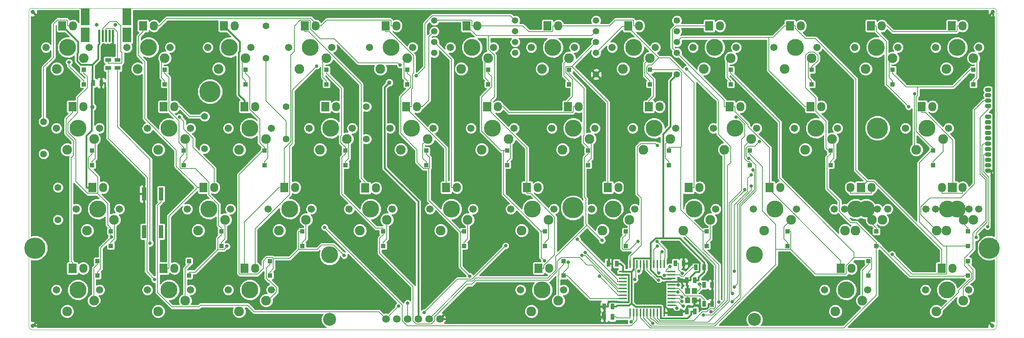
<source format=gbl>
G04 (created by PCBNEW (2013-02-13 BZR 3947)-testing) date 11/23/2013 4:30:54 PM*
%MOIN*%
G04 Gerber Fmt 3.4, Leading zero omitted, Abs format*
%FSLAX34Y34*%
G01*
G70*
G90*
G04 APERTURE LIST*
%ADD10C,0*%
%ADD11C,0.00390157*%
%ADD12R,0.0393701X0.122047*%
%ADD13R,0.0453X0.0551*%
%ADD14O,0.0748X0.016*%
%ADD15O,0.016X0.0748*%
%ADD16R,0.035X0.055*%
%ADD17R,0.055X0.035*%
%ADD18C,0.0708661*%
%ADD19C,0.0629921*%
%ADD20C,0.09*%
%ADD21C,0.157*%
%ADD22C,0.067*%
%ADD23O,0.075X0.085*%
%ADD24R,0.075X0.085*%
%ADD25O,0.06X0.042*%
%ADD26C,0.0393701*%
%ADD27C,0.1969*%
%ADD28R,0.0807X0.1575*%
%ADD29R,0.0807X0.1378*%
%ADD30O,0.0197008X0.11811*%
%ADD31C,0.0354331*%
%ADD32R,0.0393701X0.0393701*%
%ADD33C,0.0590551*%
%ADD34C,0.12*%
%ADD35C,0.0314961*%
%ADD36C,0.00787402*%
%ADD37C,0.015748*%
%ADD38C,0.01*%
G04 APERTURE END LIST*
G54D10*
G54D11*
X89452Y-29823D02*
X302Y-29823D01*
X89452Y-29823D02*
G75*
G03X89752Y-29523I0J300D01*
G74*
G01*
X89752Y-273D02*
X89752Y-29523D01*
X89752Y-273D02*
G75*
G03X89452Y26I-300J0D01*
G74*
G01*
X302Y26D02*
X89452Y26D01*
X302Y26D02*
G75*
G03X2Y-273I0J-300D01*
G74*
G01*
X2Y-29523D02*
X2Y-273D01*
X2Y-29523D02*
G75*
G03X302Y-29823I299J0D01*
G74*
G01*
G54D12*
X10688Y-17223D03*
X12263Y-20727D03*
X10689Y-20727D03*
X12263Y-17223D03*
G54D13*
X61081Y-26226D03*
X61081Y-27092D03*
X61711Y-26226D03*
X61711Y-27092D03*
G54D14*
X55094Y-25985D03*
X55094Y-25670D03*
X55094Y-25355D03*
X55094Y-25040D03*
X55094Y-24725D03*
X55094Y-24410D03*
X55094Y-26300D03*
X55094Y-26615D03*
X55094Y-26930D03*
X55094Y-27245D03*
X55094Y-27560D03*
X59594Y-25985D03*
X59594Y-25670D03*
X59594Y-25355D03*
X59594Y-25040D03*
X59594Y-24725D03*
X59594Y-24410D03*
X59594Y-26300D03*
X59594Y-26615D03*
X59594Y-26930D03*
X59594Y-27245D03*
X59594Y-27560D03*
G54D15*
X57344Y-23735D03*
X57344Y-28235D03*
X57659Y-23735D03*
X57659Y-28235D03*
X57974Y-28235D03*
X57974Y-23735D03*
X58289Y-23735D03*
X58289Y-28235D03*
X58604Y-28235D03*
X58604Y-23735D03*
X58919Y-23735D03*
X58919Y-28235D03*
X57029Y-28235D03*
X57029Y-23735D03*
X56714Y-23735D03*
X56714Y-28235D03*
X56399Y-28235D03*
X56399Y-23735D03*
X56084Y-23735D03*
X56084Y-28235D03*
X55769Y-28235D03*
X55769Y-23735D03*
G54D16*
X5977Y-6923D03*
X6727Y-6923D03*
X62621Y-25659D03*
X63371Y-25659D03*
X62621Y-27409D03*
X63371Y-27409D03*
X54121Y-27659D03*
X53371Y-27659D03*
X54521Y-23684D03*
X53771Y-23684D03*
X61771Y-28109D03*
X61021Y-28109D03*
X61771Y-25209D03*
X61021Y-25209D03*
G54D17*
X7376Y-5534D03*
X7376Y-4784D03*
X8226Y-5534D03*
X8226Y-4784D03*
G54D16*
X59971Y-23659D03*
X60721Y-23659D03*
X54126Y-28633D03*
X53376Y-28633D03*
X62621Y-24009D03*
X61871Y-24009D03*
G54D18*
X37111Y-28809D03*
X35111Y-28809D03*
X33111Y-28809D03*
X36111Y-28809D03*
X34111Y-28809D03*
X38111Y-28809D03*
G54D19*
X1376Y-13509D03*
X1376Y-10509D03*
X2701Y-16622D03*
X2701Y-19622D03*
G54D20*
X3551Y-28122D03*
X6051Y-27122D03*
G54D21*
X4551Y-26122D03*
G54D22*
X6551Y-26122D03*
X2551Y-26122D03*
G54D20*
X3551Y-13122D03*
X6051Y-12122D03*
G54D21*
X4551Y-11122D03*
G54D22*
X6551Y-11122D03*
X2551Y-11122D03*
G54D20*
X5401Y-20622D03*
X7901Y-19622D03*
G54D21*
X6401Y-18622D03*
G54D22*
X8401Y-18622D03*
X4401Y-18622D03*
G54D23*
X24701Y-16622D03*
G54D24*
X23701Y-16622D03*
G54D23*
X13501Y-24122D03*
G54D24*
X12501Y-24122D03*
G54D23*
X17201Y-16622D03*
G54D24*
X16201Y-16622D03*
G54D23*
X5051Y-9122D03*
G54D24*
X4051Y-9122D03*
G54D23*
X11601Y-1621D03*
G54D24*
X10601Y-1621D03*
G54D23*
X5051Y-24122D03*
G54D24*
X4051Y-24122D03*
G54D20*
X85101Y-20622D03*
X87601Y-19622D03*
G54D21*
X86101Y-18622D03*
G54D22*
X88101Y-18622D03*
X84101Y-18622D03*
G54D20*
X49501Y-13122D03*
X52001Y-12122D03*
G54D21*
X50501Y-11122D03*
G54D22*
X52501Y-11122D03*
X48501Y-11122D03*
G54D20*
X70101Y-5622D03*
X72601Y-4622D03*
G54D21*
X71101Y-3622D03*
G54D22*
X73101Y-3622D03*
X69101Y-3622D03*
G54D20*
X32601Y-5622D03*
X35101Y-4622D03*
G54D21*
X33601Y-3622D03*
G54D22*
X35601Y-3622D03*
X31601Y-3622D03*
G54D20*
X84151Y-28122D03*
X86651Y-27122D03*
G54D21*
X85151Y-26122D03*
G54D22*
X87151Y-26122D03*
X83151Y-26122D03*
G54D20*
X74801Y-28122D03*
X77301Y-27122D03*
G54D21*
X75801Y-26122D03*
G54D22*
X77801Y-26122D03*
X73801Y-26122D03*
G54D20*
X19501Y-28122D03*
X22001Y-27122D03*
G54D21*
X20501Y-26122D03*
G54D22*
X22501Y-26122D03*
X18501Y-26122D03*
G54D20*
X12001Y-28122D03*
X14501Y-27122D03*
G54D21*
X13001Y-26122D03*
G54D22*
X15001Y-26122D03*
X11001Y-26122D03*
G54D20*
X76651Y-20622D03*
X79151Y-19622D03*
G54D21*
X77651Y-18622D03*
G54D22*
X79651Y-18622D03*
X75651Y-18622D03*
G54D20*
X68201Y-20622D03*
X70701Y-19622D03*
G54D21*
X69201Y-18622D03*
G54D22*
X71201Y-18622D03*
X67201Y-18622D03*
G54D20*
X27001Y-13122D03*
X29501Y-12122D03*
G54D21*
X28001Y-11122D03*
G54D22*
X30001Y-11122D03*
X26001Y-11122D03*
G54D20*
X19501Y-13122D03*
X22001Y-12122D03*
G54D21*
X20501Y-11122D03*
G54D22*
X22501Y-11122D03*
X18501Y-11122D03*
G54D20*
X12001Y-13122D03*
X14501Y-12122D03*
G54D21*
X13001Y-11122D03*
G54D22*
X15001Y-11122D03*
X11001Y-11122D03*
G54D20*
X85101Y-5622D03*
X87601Y-4622D03*
G54D21*
X86101Y-3622D03*
G54D22*
X88101Y-3622D03*
X84101Y-3622D03*
G54D20*
X62601Y-5622D03*
X65101Y-4622D03*
G54D21*
X63601Y-3622D03*
G54D22*
X65601Y-3622D03*
X61601Y-3622D03*
G54D20*
X55101Y-5622D03*
X57601Y-4622D03*
G54D21*
X56101Y-3622D03*
G54D22*
X58101Y-3622D03*
X54101Y-3622D03*
G54D20*
X47601Y-5622D03*
X50101Y-4622D03*
G54D21*
X48601Y-3622D03*
G54D22*
X50601Y-3622D03*
X46601Y-3622D03*
G54D20*
X40101Y-5622D03*
X42601Y-4622D03*
G54D21*
X41101Y-3622D03*
G54D22*
X43101Y-3622D03*
X39101Y-3622D03*
G54D20*
X25101Y-5622D03*
X27601Y-4622D03*
G54D21*
X26101Y-3622D03*
G54D22*
X28101Y-3622D03*
X24101Y-3622D03*
G54D20*
X17601Y-5622D03*
X20101Y-4622D03*
G54D21*
X18601Y-3622D03*
G54D22*
X20601Y-3622D03*
X16601Y-3622D03*
G54D20*
X10101Y-5622D03*
X12601Y-4622D03*
G54D21*
X11101Y-3622D03*
G54D22*
X13101Y-3622D03*
X9101Y-3622D03*
G54D20*
X60701Y-20622D03*
X63201Y-19622D03*
G54D21*
X61701Y-18622D03*
G54D22*
X63701Y-18622D03*
X59701Y-18622D03*
G54D20*
X53201Y-20622D03*
X55701Y-19622D03*
G54D21*
X54201Y-18622D03*
G54D22*
X56201Y-18622D03*
X52201Y-18622D03*
G54D20*
X45701Y-20622D03*
X48201Y-19622D03*
G54D21*
X46701Y-18622D03*
G54D22*
X48701Y-18622D03*
X44701Y-18622D03*
G54D20*
X38201Y-20622D03*
X40701Y-19622D03*
G54D21*
X39201Y-18622D03*
G54D22*
X41201Y-18622D03*
X37201Y-18622D03*
G54D20*
X30701Y-20622D03*
X33201Y-19622D03*
G54D21*
X31701Y-18622D03*
G54D22*
X33701Y-18622D03*
X29701Y-18622D03*
G54D20*
X23201Y-20622D03*
X25701Y-19622D03*
G54D21*
X24201Y-18622D03*
G54D22*
X26201Y-18622D03*
X22201Y-18622D03*
G54D20*
X15701Y-20622D03*
X18201Y-19622D03*
G54D21*
X16701Y-18622D03*
G54D22*
X18701Y-18622D03*
X14701Y-18622D03*
G54D20*
X82301Y-13122D03*
X84801Y-12122D03*
G54D21*
X83301Y-11122D03*
G54D22*
X85301Y-11122D03*
X81301Y-11122D03*
G54D20*
X72001Y-13122D03*
X74501Y-12122D03*
G54D21*
X73001Y-11122D03*
G54D22*
X75001Y-11122D03*
X71001Y-11122D03*
G54D20*
X64501Y-13122D03*
X67001Y-12122D03*
G54D21*
X65501Y-11122D03*
G54D22*
X67501Y-11122D03*
X63501Y-11122D03*
G54D20*
X57001Y-13122D03*
X59501Y-12122D03*
G54D21*
X58001Y-11122D03*
G54D22*
X60001Y-11122D03*
X56001Y-11122D03*
G54D20*
X42001Y-13122D03*
X44501Y-12122D03*
G54D21*
X43001Y-11122D03*
G54D22*
X45001Y-11122D03*
X41001Y-11122D03*
G54D20*
X34501Y-13122D03*
X37001Y-12122D03*
G54D21*
X35501Y-11122D03*
G54D22*
X37501Y-11122D03*
X33501Y-11122D03*
G54D20*
X77601Y-5622D03*
X80101Y-4622D03*
G54D21*
X78601Y-3622D03*
G54D22*
X80601Y-3622D03*
X76601Y-3622D03*
G54D23*
X48271Y-24124D03*
G54D24*
X47271Y-24124D03*
G54D23*
X62201Y-16622D03*
G54D24*
X61201Y-16622D03*
G54D23*
X54701Y-16622D03*
G54D24*
X53701Y-16622D03*
G54D23*
X47201Y-16622D03*
G54D24*
X46201Y-16622D03*
G54D23*
X39701Y-16622D03*
G54D24*
X38701Y-16622D03*
G54D23*
X83801Y-9122D03*
G54D24*
X82801Y-9122D03*
G54D23*
X73501Y-9122D03*
G54D24*
X72501Y-9122D03*
G54D23*
X66001Y-9122D03*
G54D24*
X65001Y-9122D03*
G54D23*
X32201Y-16672D03*
G54D24*
X31201Y-16672D03*
G54D23*
X58501Y-9122D03*
G54D24*
X57501Y-9122D03*
G54D23*
X34101Y-1622D03*
G54D24*
X33101Y-1622D03*
G54D23*
X41601Y-1622D03*
G54D24*
X40601Y-1622D03*
G54D23*
X49101Y-1622D03*
G54D24*
X48101Y-1622D03*
G54D23*
X56601Y-1622D03*
G54D24*
X55601Y-1622D03*
G54D23*
X26601Y-1622D03*
G54D24*
X25601Y-1622D03*
G54D23*
X51001Y-9122D03*
G54D24*
X50001Y-9122D03*
G54D23*
X64101Y-1622D03*
G54D24*
X63101Y-1622D03*
G54D23*
X71601Y-1622D03*
G54D24*
X70601Y-1622D03*
G54D23*
X79101Y-1622D03*
G54D24*
X78101Y-1622D03*
G54D23*
X86601Y-1622D03*
G54D24*
X85601Y-1622D03*
G54D23*
X36001Y-9122D03*
G54D24*
X35001Y-9122D03*
G54D23*
X43501Y-9122D03*
G54D24*
X42501Y-9122D03*
G54D23*
X85651Y-24122D03*
G54D24*
X84651Y-24122D03*
G54D23*
X76301Y-24122D03*
G54D24*
X75301Y-24122D03*
G54D23*
X69701Y-16622D03*
G54D24*
X68701Y-16622D03*
G54D23*
X78151Y-16622D03*
G54D24*
X77151Y-16622D03*
G54D23*
X21001Y-24122D03*
G54D24*
X20001Y-24122D03*
G54D23*
X86601Y-16622D03*
G54D24*
X85601Y-16622D03*
G54D23*
X4101Y-1621D03*
G54D24*
X3101Y-1621D03*
G54D20*
X2601Y-5622D03*
X5101Y-4622D03*
G54D21*
X3601Y-3622D03*
G54D22*
X5601Y-3622D03*
X1601Y-3622D03*
G54D23*
X6901Y-16622D03*
G54D24*
X5901Y-16622D03*
G54D19*
X31301Y-12122D03*
X31301Y-9122D03*
X23851Y-12122D03*
X23851Y-9122D03*
X16301Y-13022D03*
X16301Y-10022D03*
X22001Y-4622D03*
X22001Y-1622D03*
G54D23*
X28501Y-9122D03*
G54D24*
X27501Y-9122D03*
G54D23*
X21001Y-9122D03*
G54D24*
X20001Y-9122D03*
G54D23*
X13501Y-9122D03*
G54D24*
X12501Y-9122D03*
G54D23*
X19101Y-1622D03*
G54D24*
X18101Y-1622D03*
G54D20*
X84201Y-20622D03*
X86701Y-19622D03*
G54D21*
X85201Y-18622D03*
G54D22*
X87201Y-18622D03*
X83201Y-18622D03*
G54D20*
X75701Y-20622D03*
X78201Y-19622D03*
G54D21*
X76701Y-18622D03*
G54D22*
X78701Y-18622D03*
X74701Y-18622D03*
G54D23*
X76201Y-16622D03*
G54D24*
X77201Y-16622D03*
G54D23*
X84701Y-16622D03*
G54D24*
X85701Y-16622D03*
G54D25*
X88976Y-7559D03*
X88976Y-8059D03*
X88976Y-8559D03*
X88976Y-9059D03*
X88976Y-13059D03*
X88976Y-13559D03*
X88976Y-10559D03*
X88976Y-11059D03*
X88976Y-11559D03*
X88976Y-12059D03*
X88976Y-12559D03*
G54D26*
X351Y-29472D03*
X89401Y-322D03*
X89376Y-29468D03*
X351Y-322D03*
G54D25*
X88976Y-14059D03*
X88976Y-10059D03*
X88976Y-14559D03*
X88976Y-15059D03*
G54D27*
X89071Y-22244D03*
X78701Y-11122D03*
X16801Y-7722D03*
X50472Y-18503D03*
X574Y-22244D03*
G54D28*
X9104Y-775D03*
X5226Y-775D03*
G54D29*
X5226Y-2449D03*
X9104Y-2449D03*
G54D30*
X7165Y-2549D03*
X6850Y-2549D03*
X6535Y-2549D03*
X7480Y-2549D03*
X7795Y-2549D03*
G54D31*
X6299Y-1523D03*
X8031Y-1523D03*
G54D32*
X72602Y-5703D03*
X72602Y-7042D03*
X66852Y-13203D03*
X66852Y-14542D03*
X70352Y-20703D03*
X70352Y-22042D03*
X36852Y-13203D03*
X36852Y-14542D03*
X62852Y-20703D03*
X62852Y-22042D03*
X59352Y-13203D03*
X59352Y-14542D03*
X65102Y-5703D03*
X65102Y-7042D03*
X57602Y-5703D03*
X57602Y-7042D03*
X51852Y-13203D03*
X51852Y-14542D03*
X55352Y-20703D03*
X55352Y-22042D03*
X40352Y-20703D03*
X40352Y-22042D03*
X5102Y-5703D03*
X5102Y-7042D03*
X50102Y-5703D03*
X50102Y-7042D03*
X35102Y-5703D03*
X35102Y-7042D03*
X32852Y-20703D03*
X32852Y-22042D03*
X29352Y-13203D03*
X29352Y-14542D03*
X27602Y-5703D03*
X27602Y-7042D03*
X49602Y-24792D03*
X49602Y-23453D03*
X47852Y-20703D03*
X47852Y-22042D03*
X44352Y-13203D03*
X44352Y-14542D03*
X42602Y-5703D03*
X42602Y-7042D03*
X22352Y-24792D03*
X22352Y-23453D03*
X14852Y-24792D03*
X14852Y-23453D03*
X25352Y-20703D03*
X25352Y-22042D03*
X21852Y-13203D03*
X21852Y-14542D03*
X17852Y-20703D03*
X17852Y-22042D03*
X14352Y-13203D03*
X14352Y-14542D03*
X6352Y-24792D03*
X6352Y-23453D03*
X5852Y-13203D03*
X5852Y-14542D03*
X20102Y-5703D03*
X20102Y-7042D03*
X12602Y-5703D03*
X12602Y-7042D03*
X7602Y-20703D03*
X7602Y-22042D03*
X87602Y-5703D03*
X87602Y-7042D03*
X87102Y-20703D03*
X87102Y-22042D03*
X87102Y-24792D03*
X87102Y-23453D03*
X77852Y-24792D03*
X77852Y-23453D03*
X83852Y-13203D03*
X83852Y-14542D03*
X80102Y-5703D03*
X80102Y-7042D03*
X74352Y-13203D03*
X74352Y-14542D03*
X78602Y-20703D03*
X78602Y-22042D03*
G54D33*
X37602Y-2123D03*
X37602Y-3123D03*
X37602Y-4123D03*
X45102Y-1123D03*
X45102Y-3123D03*
X45102Y-4123D03*
X37602Y-1123D03*
X52602Y-3123D03*
X52602Y-4123D03*
X60102Y-4123D03*
X60102Y-3123D03*
X60102Y-2123D03*
X60102Y-1123D03*
X52602Y-2123D03*
X45102Y-2123D03*
X52602Y-1123D03*
X52602Y-6123D03*
X60102Y-6123D03*
G54D20*
X46602Y-28123D03*
X49102Y-27123D03*
G54D21*
X47602Y-26123D03*
G54D22*
X49602Y-26123D03*
X45602Y-26123D03*
G54D34*
X67302Y-28873D03*
X27902Y-28873D03*
G54D21*
X67302Y-22873D03*
X27902Y-22873D03*
G54D35*
X65596Y-10088D03*
X67748Y-12357D03*
X66767Y-13938D03*
X58290Y-12709D03*
X67159Y-14984D03*
X65234Y-27231D03*
X55851Y-29087D03*
X87850Y-21269D03*
X58291Y-22073D03*
X58412Y-24565D03*
X66980Y-15440D03*
X65413Y-24401D03*
X35115Y-27363D03*
X88940Y-20248D03*
X58733Y-22586D03*
X44219Y-22032D03*
X36661Y-28230D03*
X67008Y-16506D03*
X65413Y-25862D03*
X60207Y-26329D03*
X66389Y-16827D03*
X65249Y-26465D03*
X60571Y-26781D03*
X35928Y-6240D03*
X81594Y-9122D03*
X34440Y-5243D03*
X13954Y-10075D03*
X26691Y-5346D03*
X27429Y-20327D03*
X50858Y-21414D03*
X7662Y-21233D03*
X80053Y-22825D03*
X59464Y-23965D03*
X18366Y-22071D03*
X51579Y-22647D03*
X29244Y-22922D03*
X51287Y-22922D03*
X40891Y-24848D03*
X52920Y-24873D03*
X47821Y-23425D03*
X50037Y-23555D03*
X56504Y-21632D03*
X58254Y-21632D03*
X53162Y-21532D03*
X63988Y-27260D03*
X57856Y-29207D03*
X61006Y-5622D03*
X62577Y-28444D03*
X60575Y-27181D03*
X82156Y-7934D03*
X63259Y-28172D03*
X60690Y-27637D03*
X60083Y-27817D03*
X58933Y-24783D03*
X34281Y-27638D03*
G54D26*
X45551Y-15322D03*
X40751Y-7872D03*
X48501Y-15322D03*
X41301Y-15022D03*
X46701Y-7822D03*
X38301Y-7872D03*
X74401Y-7622D03*
X54301Y-11972D03*
X62351Y-9122D03*
X62351Y-7622D03*
X68751Y-7622D03*
X78201Y-7622D03*
X54326Y-7847D03*
X67073Y-27549D03*
X30201Y-24622D03*
X33001Y-24622D03*
X18501Y-22872D03*
X16051Y-22872D03*
X10273Y-22922D03*
X26001Y-23422D03*
X40801Y-26622D03*
X38451Y-25872D03*
X38451Y-24622D03*
X63371Y-26836D03*
X52911Y-28809D03*
X6917Y-3418D03*
G54D35*
X62196Y-25587D03*
X60214Y-25670D03*
X60604Y-24591D03*
X58385Y-25218D03*
X3730Y-5002D03*
X11242Y-21793D03*
X56560Y-24396D03*
X11661Y-25150D03*
X56203Y-25150D03*
G54D26*
X5898Y-9149D03*
X33431Y-6898D03*
G54D36*
X23851Y-10451D02*
X23851Y-12122D01*
X22001Y-8602D02*
X23851Y-10451D01*
X22001Y-4622D02*
X22001Y-8602D01*
X57974Y-28727D02*
X57974Y-28481D01*
X57988Y-28727D02*
X57974Y-28727D01*
X58395Y-29134D02*
X57988Y-28727D01*
X63006Y-29134D02*
X58395Y-29134D01*
X64959Y-27181D02*
X63006Y-29134D01*
X64959Y-18057D02*
X64959Y-27181D01*
X66089Y-16927D02*
X64959Y-18057D01*
X66089Y-12158D02*
X66089Y-16927D01*
X66407Y-11840D02*
X66089Y-12158D01*
X66407Y-10723D02*
X66407Y-11840D01*
X65771Y-10088D02*
X66407Y-10723D01*
X65596Y-10088D02*
X65771Y-10088D01*
X57974Y-28481D02*
X57974Y-28235D01*
X57974Y-28481D02*
X57974Y-28235D01*
X57974Y-28481D02*
X57974Y-28481D01*
X67312Y-12793D02*
X67748Y-12357D01*
X66698Y-12793D02*
X67312Y-12793D01*
X66537Y-12954D02*
X66698Y-12793D01*
X66537Y-13708D02*
X66537Y-12954D01*
X66767Y-13938D02*
X66537Y-13708D01*
X57659Y-28235D02*
X57659Y-28481D01*
X66832Y-13938D02*
X66767Y-13938D01*
X67441Y-14548D02*
X66832Y-13938D01*
X67441Y-16912D02*
X67441Y-14548D01*
X66036Y-18317D02*
X67441Y-16912D01*
X66036Y-26819D02*
X66036Y-18317D01*
X63564Y-29291D02*
X66036Y-26819D01*
X58330Y-29291D02*
X63564Y-29291D01*
X57970Y-28932D02*
X58330Y-29291D01*
X57864Y-28932D02*
X57970Y-28932D01*
X57659Y-28727D02*
X57864Y-28932D01*
X57659Y-28481D02*
X57659Y-28727D01*
X57659Y-28481D02*
X57659Y-28235D01*
X57659Y-28481D02*
X57659Y-28481D01*
X55769Y-23735D02*
X55769Y-23373D01*
X58122Y-12540D02*
X58290Y-12709D01*
X56747Y-12540D02*
X58122Y-12540D01*
X56429Y-12858D02*
X56747Y-12540D01*
X56429Y-17218D02*
X56429Y-12858D01*
X56796Y-17584D02*
X56429Y-17218D01*
X56796Y-21985D02*
X56796Y-17584D01*
X55769Y-23012D02*
X56796Y-21985D01*
X55769Y-23373D02*
X55769Y-23012D01*
X55769Y-23373D02*
X55769Y-23735D01*
X55769Y-23373D02*
X55769Y-23373D01*
X67283Y-15109D02*
X67159Y-14984D01*
X67283Y-16847D02*
X67283Y-15109D01*
X65879Y-18252D02*
X67283Y-16847D01*
X65879Y-26587D02*
X65879Y-18252D01*
X65234Y-27231D02*
X65879Y-26587D01*
X56084Y-28235D02*
X56084Y-28544D01*
X56084Y-28854D02*
X55851Y-29087D01*
X56084Y-28544D02*
X56084Y-28854D01*
X56084Y-28544D02*
X56084Y-28235D01*
X56084Y-28544D02*
X56084Y-28544D01*
X88558Y-12559D02*
X88976Y-12559D01*
X88400Y-12716D02*
X88558Y-12559D01*
X88400Y-15331D02*
X88400Y-12716D01*
X88873Y-15803D02*
X88400Y-15331D01*
X88873Y-19844D02*
X88873Y-15803D01*
X87850Y-20867D02*
X88873Y-19844D01*
X87850Y-21269D02*
X87850Y-20867D01*
X57974Y-23735D02*
X57974Y-23062D01*
X57974Y-22390D02*
X58291Y-22073D01*
X57974Y-23062D02*
X57974Y-22390D01*
X57974Y-23063D02*
X57974Y-23735D01*
X57974Y-23062D02*
X57974Y-23063D01*
X35111Y-27367D02*
X35111Y-28809D01*
X35115Y-27363D02*
X35111Y-27367D01*
X66666Y-15754D02*
X66980Y-15440D01*
X66666Y-17018D02*
X66666Y-15754D01*
X65413Y-18272D02*
X66666Y-17018D01*
X65413Y-24401D02*
X65413Y-18272D01*
X58289Y-23735D02*
X58289Y-24088D01*
X58289Y-24442D02*
X58412Y-24565D01*
X58289Y-24088D02*
X58289Y-24442D01*
X58289Y-24088D02*
X58289Y-23735D01*
X58289Y-24088D02*
X58289Y-24088D01*
X88558Y-13559D02*
X88976Y-13559D01*
X88558Y-15197D02*
X88558Y-13559D01*
X89031Y-15670D02*
X88558Y-15197D01*
X89031Y-20158D02*
X89031Y-15670D01*
X88940Y-20248D02*
X89031Y-20158D01*
X41119Y-25131D02*
X44219Y-22032D01*
X39760Y-25131D02*
X41119Y-25131D01*
X36661Y-28230D02*
X39760Y-25131D01*
X58604Y-23735D02*
X58604Y-23224D01*
X58604Y-22714D02*
X58733Y-22586D01*
X58604Y-23224D02*
X58604Y-22714D01*
X58604Y-23224D02*
X58604Y-23735D01*
X58604Y-23224D02*
X58604Y-23224D01*
X67008Y-16900D02*
X67008Y-16506D01*
X65721Y-18187D02*
X67008Y-16900D01*
X65721Y-25555D02*
X65721Y-18187D01*
X65413Y-25862D02*
X65721Y-25555D01*
X59594Y-26300D02*
X59594Y-26300D01*
X60116Y-26329D02*
X60207Y-26329D01*
X60086Y-26300D02*
X60116Y-26329D01*
X59594Y-26300D02*
X60086Y-26300D01*
X59594Y-26300D02*
X59594Y-26300D01*
X66389Y-16877D02*
X66389Y-16827D01*
X65128Y-18139D02*
X66389Y-16877D01*
X65128Y-26344D02*
X65128Y-18139D01*
X65249Y-26465D02*
X65128Y-26344D01*
X59594Y-26614D02*
X59594Y-26614D01*
X60404Y-26614D02*
X60571Y-26781D01*
X59594Y-26614D02*
X60404Y-26614D01*
X59594Y-26614D02*
X59594Y-26615D01*
X44675Y-696D02*
X45102Y-1123D01*
X37441Y-696D02*
X44675Y-696D01*
X36727Y-1410D02*
X37441Y-696D01*
X36727Y-5440D02*
X36727Y-1410D01*
X35928Y-6240D02*
X36727Y-5440D01*
X4051Y-23578D02*
X4051Y-24122D01*
X3937Y-23464D02*
X4051Y-23578D01*
X3937Y-13842D02*
X3937Y-23464D01*
X4127Y-13652D02*
X3937Y-13842D01*
X4127Y-12279D02*
X4127Y-13652D01*
X3473Y-11626D02*
X4127Y-12279D01*
X3473Y-10242D02*
X3473Y-11626D01*
X4051Y-9665D02*
X3473Y-10242D01*
X4051Y-9122D02*
X4051Y-9665D01*
X60521Y-2703D02*
X68635Y-2703D01*
X60102Y-3123D02*
X60521Y-2703D01*
X72008Y-9122D02*
X72501Y-9122D01*
X68635Y-5748D02*
X72008Y-9122D01*
X68635Y-2703D02*
X68635Y-5748D01*
X70108Y-1622D02*
X70601Y-1622D01*
X69026Y-2703D02*
X70108Y-1622D01*
X68635Y-2703D02*
X69026Y-2703D01*
X77201Y-16622D02*
X77754Y-16069D01*
X84651Y-22360D02*
X84651Y-24122D01*
X78359Y-16069D02*
X84651Y-22360D01*
X77754Y-16069D02*
X78359Y-16069D01*
X76694Y-15009D02*
X77754Y-16069D01*
X76694Y-6548D02*
X76694Y-15009D01*
X72943Y-2796D02*
X76694Y-6548D01*
X72023Y-2796D02*
X72943Y-2796D01*
X71094Y-1868D02*
X72023Y-2796D01*
X71094Y-1622D02*
X71094Y-1868D01*
X70601Y-1622D02*
X71094Y-1622D01*
X82801Y-9665D02*
X82801Y-9122D01*
X83152Y-9665D02*
X82801Y-9665D01*
X85701Y-12213D02*
X83152Y-9665D01*
X85701Y-16622D02*
X85701Y-12213D01*
X79529Y-7057D02*
X81594Y-9122D01*
X79529Y-3050D02*
X79529Y-7057D01*
X78594Y-2115D02*
X79529Y-3050D01*
X78594Y-1622D02*
X78594Y-2115D01*
X78101Y-1622D02*
X78594Y-1622D01*
X12994Y-24122D02*
X12501Y-24122D01*
X12994Y-19275D02*
X12994Y-24122D01*
X15648Y-16622D02*
X12994Y-19275D01*
X13677Y-14651D02*
X15648Y-16622D01*
X13677Y-13157D02*
X13677Y-14651D01*
X10749Y-10229D02*
X13677Y-13157D01*
X10749Y-4943D02*
X10749Y-10229D01*
X10174Y-4368D02*
X10749Y-4943D01*
X10174Y-2591D02*
X10174Y-4368D01*
X10601Y-2164D02*
X10174Y-2591D01*
X10601Y-1621D02*
X10601Y-2164D01*
X15648Y-16622D02*
X16201Y-16622D01*
X20001Y-19828D02*
X20001Y-24122D01*
X23208Y-16622D02*
X20001Y-19828D01*
X23701Y-16622D02*
X23208Y-16622D01*
X23701Y-12983D02*
X23701Y-16622D01*
X24287Y-12397D02*
X23701Y-12983D01*
X24287Y-4321D02*
X24287Y-12397D01*
X24612Y-3996D02*
X24287Y-4321D01*
X24612Y-1644D02*
X24612Y-3996D01*
X25177Y-1078D02*
X24612Y-1644D01*
X26041Y-1078D02*
X25177Y-1078D01*
X26094Y-1132D02*
X26041Y-1078D01*
X26094Y-1878D02*
X26094Y-1132D01*
X27027Y-2811D02*
X26094Y-1878D01*
X28340Y-2811D02*
X27027Y-2811D01*
X30575Y-5046D02*
X28340Y-2811D01*
X34243Y-5046D02*
X30575Y-5046D01*
X34440Y-5243D02*
X34243Y-5046D01*
X25601Y-2165D02*
X25601Y-1622D01*
X25948Y-2165D02*
X25601Y-2165D01*
X30816Y-7033D02*
X25948Y-2165D01*
X30816Y-15743D02*
X30816Y-7033D01*
X31201Y-16128D02*
X30816Y-15743D01*
X31201Y-16672D02*
X31201Y-16128D01*
X35494Y-9122D02*
X35183Y-9122D01*
X35494Y-7501D02*
X35494Y-9122D01*
X35606Y-7390D02*
X35494Y-7501D01*
X35606Y-6087D02*
X35606Y-7390D01*
X35689Y-6004D02*
X35606Y-6087D01*
X35689Y-4405D02*
X35689Y-6004D01*
X33448Y-2165D02*
X35689Y-4405D01*
X33101Y-2165D02*
X33448Y-2165D01*
X33101Y-1622D02*
X33101Y-2165D01*
X38701Y-12970D02*
X38701Y-16622D01*
X35183Y-9452D02*
X38701Y-12970D01*
X35183Y-9122D02*
X35183Y-9452D01*
X35001Y-9122D02*
X35183Y-9122D01*
X42501Y-9122D02*
X42865Y-9122D01*
X46201Y-12970D02*
X46201Y-16622D01*
X42865Y-9634D02*
X46201Y-12970D01*
X42865Y-9122D02*
X42865Y-9634D01*
X46201Y-17165D02*
X46201Y-16622D01*
X46548Y-17165D02*
X46201Y-17165D01*
X48775Y-19392D02*
X46548Y-17165D01*
X48775Y-22861D02*
X48775Y-19392D01*
X47764Y-23872D02*
X48775Y-22861D01*
X47764Y-24124D02*
X47764Y-23872D01*
X47271Y-24124D02*
X47764Y-24124D01*
X42635Y-3797D02*
X42635Y-2537D01*
X43182Y-4343D02*
X42635Y-3797D01*
X43182Y-8206D02*
X43182Y-4343D01*
X42865Y-8523D02*
X43182Y-8206D01*
X42865Y-9122D02*
X42865Y-8523D01*
X52188Y-2537D02*
X42635Y-2537D01*
X52602Y-2123D02*
X52188Y-2537D01*
X41516Y-2537D02*
X40601Y-1622D01*
X42635Y-2537D02*
X41516Y-2537D01*
X53701Y-8727D02*
X53701Y-16622D01*
X50349Y-5375D02*
X53701Y-8727D01*
X52602Y-3123D02*
X50349Y-5375D01*
X50001Y-8578D02*
X50001Y-9122D01*
X50417Y-8162D02*
X50001Y-8578D01*
X50417Y-6586D02*
X50417Y-8162D01*
X49787Y-5956D02*
X50417Y-6586D01*
X49787Y-5454D02*
X49787Y-5956D01*
X49866Y-5375D02*
X49787Y-5454D01*
X50349Y-5375D02*
X49866Y-5375D01*
X55061Y-1664D02*
X55490Y-1664D01*
X52602Y-4123D02*
X55061Y-1664D01*
X55490Y-1622D02*
X55490Y-1664D01*
X55601Y-1622D02*
X55490Y-1622D01*
X61694Y-16622D02*
X61201Y-16622D01*
X61694Y-6875D02*
X61694Y-16622D01*
X59420Y-4600D02*
X61694Y-6875D01*
X58426Y-4600D02*
X59420Y-4600D01*
X55490Y-1664D02*
X58426Y-4600D01*
X57754Y-5273D02*
X58426Y-4600D01*
X57462Y-5273D02*
X57754Y-5273D01*
X57287Y-5448D02*
X57462Y-5273D01*
X57287Y-5949D02*
X57287Y-5448D01*
X57917Y-6579D02*
X57287Y-5949D01*
X57917Y-8162D02*
X57917Y-6579D01*
X57501Y-8578D02*
X57917Y-8162D01*
X57501Y-9122D02*
X57501Y-8578D01*
X59680Y-3701D02*
X60102Y-4123D01*
X59680Y-1955D02*
X59680Y-3701D01*
X60014Y-1622D02*
X59680Y-1955D01*
X63101Y-1622D02*
X60014Y-1622D01*
X75301Y-23418D02*
X75301Y-24122D01*
X68883Y-17000D02*
X75301Y-23418D01*
X68883Y-16622D02*
X68883Y-17000D01*
X68701Y-16622D02*
X68883Y-16622D01*
X68701Y-12919D02*
X68701Y-16622D01*
X67862Y-12081D02*
X68701Y-12919D01*
X67813Y-12081D02*
X67862Y-12081D01*
X66680Y-10947D02*
X67813Y-12081D01*
X66680Y-10774D02*
X66680Y-10947D01*
X65494Y-9588D02*
X66680Y-10774D01*
X65494Y-9122D02*
X65494Y-9588D01*
X65001Y-9122D02*
X65494Y-9122D01*
X64508Y-8529D02*
X60102Y-4123D01*
X64508Y-9122D02*
X64508Y-8529D01*
X65001Y-9122D02*
X64508Y-9122D01*
X86108Y-1622D02*
X86601Y-1622D01*
X86108Y-2084D02*
X86108Y-1622D01*
X86027Y-2165D02*
X86108Y-2084D01*
X80138Y-2165D02*
X86027Y-2165D01*
X79594Y-1622D02*
X80138Y-2165D01*
X79101Y-1622D02*
X79594Y-1622D01*
X27094Y-1622D02*
X26848Y-1622D01*
X27638Y-1078D02*
X27094Y-1622D01*
X33528Y-1078D02*
X27638Y-1078D01*
X33608Y-1158D02*
X33528Y-1078D01*
X33608Y-1622D02*
X33608Y-1158D01*
X34101Y-1622D02*
X33608Y-1622D01*
X53865Y-1622D02*
X49101Y-1622D01*
X54409Y-1078D02*
X53865Y-1622D01*
X56027Y-1078D02*
X54409Y-1078D01*
X56108Y-1159D02*
X56027Y-1078D01*
X56108Y-1622D02*
X56108Y-1159D01*
X56601Y-1622D02*
X56108Y-1622D01*
X45804Y-1622D02*
X41601Y-1622D01*
X46348Y-2165D02*
X45804Y-1622D01*
X48527Y-2165D02*
X46348Y-2165D01*
X48608Y-2084D02*
X48527Y-2165D01*
X48608Y-1622D02*
X48608Y-2084D01*
X49101Y-1622D02*
X48608Y-1622D01*
X37646Y-1078D02*
X37602Y-1123D01*
X41027Y-1078D02*
X37646Y-1078D01*
X41108Y-1159D02*
X41027Y-1078D01*
X41108Y-1622D02*
X41108Y-1159D01*
X41601Y-1622D02*
X41108Y-1622D01*
X12094Y-1621D02*
X11601Y-1621D01*
X12799Y-916D02*
X12094Y-1621D01*
X26142Y-916D02*
X12799Y-916D01*
X26848Y-1622D02*
X26142Y-916D01*
X26601Y-1622D02*
X26848Y-1622D01*
X43994Y-9122D02*
X43501Y-9122D01*
X44538Y-9665D02*
X43994Y-9122D01*
X50428Y-9665D02*
X44538Y-9665D01*
X50508Y-9585D02*
X50428Y-9665D01*
X50508Y-9122D02*
X50508Y-9585D01*
X51001Y-9122D02*
X50508Y-9122D01*
X37104Y-2620D02*
X37602Y-2123D01*
X37104Y-8511D02*
X37104Y-2620D01*
X36494Y-9122D02*
X37104Y-8511D01*
X36001Y-9122D02*
X36494Y-9122D01*
X39208Y-4729D02*
X37602Y-3123D01*
X39208Y-16622D02*
X39208Y-4729D01*
X39701Y-16622D02*
X39208Y-16622D01*
X76201Y-17165D02*
X76201Y-16622D01*
X78151Y-17165D02*
X76201Y-17165D01*
X78151Y-16622D02*
X78151Y-17165D01*
X86601Y-17165D02*
X86601Y-16622D01*
X84701Y-17165D02*
X86601Y-17165D01*
X84701Y-16622D02*
X84701Y-17165D01*
X14376Y-10498D02*
X13954Y-10075D01*
X14376Y-11192D02*
X14376Y-10498D01*
X15238Y-12054D02*
X14376Y-11192D01*
X15238Y-12904D02*
X15238Y-12054D01*
X17201Y-14866D02*
X15238Y-12904D01*
X17201Y-16622D02*
X17201Y-14866D01*
X24444Y-7592D02*
X26691Y-5346D01*
X24444Y-12541D02*
X24444Y-7592D01*
X24194Y-12791D02*
X24444Y-12541D01*
X24194Y-17269D02*
X24194Y-12791D01*
X21001Y-20462D02*
X24194Y-17269D01*
X21001Y-24122D02*
X21001Y-20462D01*
X56399Y-28929D02*
X56399Y-28582D01*
X55858Y-29470D02*
X56399Y-28929D01*
X35086Y-29470D02*
X55858Y-29470D01*
X34611Y-28996D02*
X35086Y-29470D01*
X34611Y-27509D02*
X34611Y-28996D01*
X27429Y-20327D02*
X34611Y-27509D01*
X56399Y-28582D02*
X56399Y-28235D01*
X56399Y-28582D02*
X56399Y-28235D01*
X56399Y-28582D02*
X56399Y-28582D01*
X7602Y-21173D02*
X7602Y-20703D01*
X7662Y-21233D02*
X7602Y-21173D01*
X6352Y-24477D02*
X6352Y-24792D01*
X6667Y-24162D02*
X6352Y-24477D01*
X6667Y-22229D02*
X6667Y-24162D01*
X7662Y-21233D02*
X6667Y-22229D01*
X7602Y-20388D02*
X7602Y-20703D01*
X7312Y-20098D02*
X7602Y-20388D01*
X7312Y-18122D02*
X7312Y-20098D01*
X6358Y-17168D02*
X7312Y-18122D01*
X5457Y-17168D02*
X6358Y-17168D01*
X4361Y-16072D02*
X5457Y-17168D01*
X4361Y-12212D02*
X4361Y-16072D01*
X3631Y-11482D02*
X4361Y-12212D01*
X3631Y-10615D02*
X3631Y-11482D01*
X4544Y-9702D02*
X3631Y-10615D01*
X4544Y-8256D02*
X4544Y-9702D01*
X5417Y-7383D02*
X4544Y-8256D01*
X5417Y-6333D02*
X5417Y-7383D01*
X5102Y-6018D02*
X5417Y-6333D01*
X5102Y-5703D02*
X5102Y-6018D01*
X5852Y-13518D02*
X5852Y-13203D01*
X5537Y-13833D02*
X5852Y-13518D01*
X5537Y-14788D02*
X5537Y-13833D01*
X6394Y-15646D02*
X5537Y-14788D01*
X6394Y-17131D02*
X6394Y-15646D01*
X6358Y-17168D02*
X6394Y-17131D01*
X55094Y-25355D02*
X55094Y-25355D01*
X54602Y-25158D02*
X50858Y-21414D01*
X54602Y-25355D02*
X54602Y-25158D01*
X55094Y-25355D02*
X54602Y-25355D01*
X55094Y-25355D02*
X55094Y-25355D01*
X74352Y-13518D02*
X74352Y-13361D01*
X74037Y-13834D02*
X74352Y-13518D01*
X74037Y-16734D02*
X74037Y-13834D01*
X75176Y-17873D02*
X74037Y-16734D01*
X75176Y-18816D02*
X75176Y-17873D01*
X76243Y-19884D02*
X75176Y-18816D01*
X76759Y-19884D02*
X76243Y-19884D01*
X78602Y-21727D02*
X76759Y-19884D01*
X78602Y-22042D02*
X78602Y-21727D01*
X73933Y-12942D02*
X74352Y-13361D01*
X73933Y-10490D02*
X73933Y-12942D01*
X72994Y-9552D02*
X73933Y-10490D01*
X72994Y-8314D02*
X72994Y-9552D01*
X72025Y-7346D02*
X72994Y-8314D01*
X72025Y-4372D02*
X72025Y-7346D01*
X72346Y-4051D02*
X72025Y-4372D01*
X72835Y-4051D02*
X72346Y-4051D01*
X73188Y-4404D02*
X72835Y-4051D01*
X73188Y-4842D02*
X73188Y-4404D01*
X72641Y-5388D02*
X73188Y-4842D01*
X72602Y-5388D02*
X72641Y-5388D01*
X72602Y-5703D02*
X72602Y-5388D01*
X86787Y-24792D02*
X87102Y-24792D01*
X86729Y-24850D02*
X86787Y-24792D01*
X81688Y-24850D02*
X86729Y-24850D01*
X78917Y-22079D02*
X81688Y-24850D01*
X78917Y-22042D02*
X78917Y-22079D01*
X78602Y-22042D02*
X78917Y-22042D01*
X74352Y-13203D02*
X74352Y-13361D01*
X56714Y-28235D02*
X56714Y-28481D01*
X78602Y-26632D02*
X78602Y-22042D01*
X75593Y-29641D02*
X78602Y-26632D01*
X57628Y-29641D02*
X75593Y-29641D01*
X56714Y-28727D02*
X57628Y-29641D01*
X56714Y-28481D02*
X56714Y-28727D01*
X56714Y-28481D02*
X56714Y-28235D01*
X56714Y-28481D02*
X56714Y-28481D01*
X82432Y-8048D02*
X82432Y-7279D01*
X82304Y-8176D02*
X82432Y-8048D01*
X82304Y-11419D02*
X82304Y-8176D01*
X83773Y-12888D02*
X82304Y-11419D01*
X83852Y-12888D02*
X83773Y-12888D01*
X83852Y-13046D02*
X83852Y-12888D01*
X81362Y-7279D02*
X82432Y-7279D01*
X80102Y-6018D02*
X81362Y-7279D01*
X80102Y-5703D02*
X80102Y-6018D01*
X87287Y-5703D02*
X87602Y-5703D01*
X85711Y-7279D02*
X87287Y-5703D01*
X82432Y-7279D02*
X85711Y-7279D01*
X81892Y-24665D02*
X80053Y-22825D01*
X85087Y-24665D02*
X81892Y-24665D01*
X85144Y-24608D02*
X85087Y-24665D01*
X85144Y-22042D02*
X85144Y-24608D01*
X84816Y-22042D02*
X85144Y-22042D01*
X82583Y-19809D02*
X84816Y-22042D01*
X82583Y-14314D02*
X82583Y-19809D01*
X83852Y-13046D02*
X82583Y-14314D01*
X85144Y-22042D02*
X87102Y-22042D01*
X83852Y-13203D02*
X83852Y-13046D01*
X59594Y-24410D02*
X59594Y-24410D01*
X59102Y-24327D02*
X59464Y-23965D01*
X59102Y-24410D02*
X59102Y-24327D01*
X59594Y-24410D02*
X59102Y-24410D01*
X59594Y-24410D02*
X59594Y-24410D01*
X14352Y-12888D02*
X14352Y-13203D01*
X13912Y-12448D02*
X14352Y-12888D01*
X13912Y-10423D02*
X13912Y-12448D01*
X12994Y-9506D02*
X13912Y-10423D01*
X12994Y-6411D02*
X12994Y-9506D01*
X12602Y-6018D02*
X12994Y-6411D01*
X12602Y-5703D02*
X12602Y-6018D01*
X15428Y-24477D02*
X17526Y-22379D01*
X14852Y-24477D02*
X15428Y-24477D01*
X14852Y-24792D02*
X14852Y-24477D01*
X18366Y-22115D02*
X18366Y-22071D01*
X18102Y-22379D02*
X18366Y-22115D01*
X17526Y-22379D02*
X18102Y-22379D01*
X17852Y-20388D02*
X17852Y-20703D01*
X17604Y-20141D02*
X17852Y-20388D01*
X17604Y-18207D02*
X17604Y-20141D01*
X16694Y-17296D02*
X17604Y-18207D01*
X16694Y-16139D02*
X16694Y-17296D01*
X15412Y-14857D02*
X16694Y-16139D01*
X14106Y-14857D02*
X15412Y-14857D01*
X14015Y-14766D02*
X14106Y-14857D01*
X14015Y-13855D02*
X14015Y-14766D01*
X14352Y-13518D02*
X14015Y-13855D01*
X14352Y-13203D02*
X14352Y-13518D01*
X17526Y-21344D02*
X17526Y-22379D01*
X17852Y-21018D02*
X17526Y-21344D01*
X17852Y-20703D02*
X17852Y-21018D01*
X55094Y-25670D02*
X55094Y-25670D01*
X54602Y-25670D02*
X51579Y-22647D01*
X55094Y-25670D02*
X54602Y-25670D01*
X55094Y-25670D02*
X55094Y-25670D01*
X21852Y-12888D02*
X21852Y-13046D01*
X21412Y-12448D02*
X21852Y-12888D01*
X21412Y-10290D02*
X21412Y-12448D01*
X20494Y-9373D02*
X21412Y-10290D01*
X20494Y-6411D02*
X20494Y-9373D01*
X20102Y-6018D02*
X20494Y-6411D01*
X20102Y-5703D02*
X20102Y-6018D01*
X22606Y-23138D02*
X22667Y-23199D01*
X22076Y-23138D02*
X22606Y-23138D01*
X21766Y-23449D02*
X22076Y-23138D01*
X21766Y-24132D02*
X21766Y-23449D01*
X21229Y-24669D02*
X21766Y-24132D01*
X19564Y-24669D02*
X21229Y-24669D01*
X19488Y-24593D02*
X19564Y-24669D01*
X19488Y-15409D02*
X19488Y-24593D01*
X21852Y-13046D02*
X19488Y-15409D01*
X22352Y-24477D02*
X22352Y-24792D01*
X22667Y-24162D02*
X22352Y-24477D01*
X22667Y-23199D02*
X22667Y-24162D01*
X54644Y-25985D02*
X55094Y-25985D01*
X51582Y-22922D02*
X54644Y-25985D01*
X51287Y-22922D02*
X51582Y-22922D01*
X28274Y-21953D02*
X29244Y-22922D01*
X27173Y-21953D02*
X28274Y-21953D01*
X26768Y-22358D02*
X27173Y-21953D01*
X25037Y-22358D02*
X26768Y-22358D01*
X25037Y-20703D02*
X25037Y-22358D01*
X25352Y-20703D02*
X25037Y-20703D01*
X24196Y-23199D02*
X22667Y-23199D01*
X25037Y-22358D02*
X24196Y-23199D01*
X21852Y-13203D02*
X21852Y-13046D01*
X29352Y-13518D02*
X29352Y-13203D01*
X29031Y-13839D02*
X29352Y-13518D01*
X29031Y-17229D02*
X29031Y-13839D01*
X32190Y-20388D02*
X29031Y-17229D01*
X32852Y-20388D02*
X32190Y-20388D01*
X32852Y-20703D02*
X32852Y-20388D01*
X27602Y-6018D02*
X27602Y-5703D01*
X29001Y-7418D02*
X27602Y-6018D01*
X29001Y-11774D02*
X29001Y-7418D01*
X28926Y-11849D02*
X29001Y-11774D01*
X28926Y-12463D02*
X28926Y-11849D01*
X29352Y-12888D02*
X28926Y-12463D01*
X29352Y-13203D02*
X29352Y-12888D01*
X54602Y-26300D02*
X55094Y-26300D01*
X54602Y-26165D02*
X54602Y-26300D01*
X52253Y-23816D02*
X54602Y-26165D01*
X51771Y-23816D02*
X52253Y-23816D01*
X51093Y-23138D02*
X51771Y-23816D01*
X49356Y-23138D02*
X51093Y-23138D01*
X49006Y-23488D02*
X49356Y-23138D01*
X49006Y-24392D02*
X49006Y-23488D01*
X48178Y-25219D02*
X49006Y-24392D01*
X41477Y-25219D02*
X48178Y-25219D01*
X41092Y-25604D02*
X41477Y-25219D01*
X40642Y-25604D02*
X41092Y-25604D01*
X37611Y-28635D02*
X40642Y-25604D01*
X37611Y-28995D02*
X37611Y-28635D01*
X37311Y-29294D02*
X37611Y-28995D01*
X35918Y-29294D02*
X37311Y-29294D01*
X35619Y-28996D02*
X35918Y-29294D01*
X35619Y-25814D02*
X35619Y-28996D01*
X32537Y-22732D02*
X35619Y-25814D01*
X32537Y-21334D02*
X32537Y-22732D01*
X32852Y-21018D02*
X32537Y-21334D01*
X32852Y-20703D02*
X32852Y-21018D01*
X55094Y-26300D02*
X55094Y-26300D01*
X55094Y-26300D02*
X55094Y-26300D01*
X36603Y-14859D02*
X37098Y-14859D01*
X36006Y-14261D02*
X36603Y-14859D01*
X36006Y-13117D02*
X36006Y-14261D01*
X34488Y-11599D02*
X36006Y-13117D01*
X34488Y-8229D02*
X34488Y-11599D01*
X35417Y-7301D02*
X34488Y-8229D01*
X35417Y-6333D02*
X35417Y-7301D01*
X35102Y-6018D02*
X35417Y-6333D01*
X35102Y-5703D02*
X35102Y-6018D01*
X36852Y-13518D02*
X36852Y-13203D01*
X37167Y-13833D02*
X36852Y-13518D01*
X37167Y-14790D02*
X37167Y-13833D01*
X37098Y-14859D02*
X37167Y-14790D01*
X37098Y-17812D02*
X37098Y-14859D01*
X40059Y-20774D02*
X37098Y-17812D01*
X40129Y-20703D02*
X40059Y-20774D01*
X40352Y-20703D02*
X40129Y-20703D01*
X40037Y-23994D02*
X40891Y-24848D01*
X40037Y-20796D02*
X40037Y-23994D01*
X40059Y-20774D02*
X40037Y-20796D01*
X55094Y-26614D02*
X55094Y-26614D01*
X54602Y-26555D02*
X52920Y-24873D01*
X54602Y-26614D02*
X54602Y-26555D01*
X55094Y-26614D02*
X54602Y-26614D01*
X55094Y-26614D02*
X55094Y-26615D01*
X50037Y-24042D02*
X50037Y-23555D01*
X49602Y-24477D02*
X50037Y-24042D01*
X49602Y-24792D02*
X49602Y-24477D01*
X47515Y-23119D02*
X47515Y-20703D01*
X47821Y-23425D02*
X47515Y-23119D01*
X47515Y-20703D02*
X47852Y-20703D01*
X47482Y-20703D02*
X47515Y-20703D01*
X44034Y-17255D02*
X47482Y-20703D01*
X44034Y-13203D02*
X44034Y-17255D01*
X43797Y-13203D02*
X44034Y-13203D01*
X41987Y-11394D02*
X43797Y-13203D01*
X41987Y-8227D02*
X41987Y-11394D01*
X42917Y-7298D02*
X41987Y-8227D01*
X42917Y-6333D02*
X42917Y-7298D01*
X42602Y-6018D02*
X42917Y-6333D01*
X42602Y-5703D02*
X42602Y-6018D01*
X44034Y-13203D02*
X44352Y-13203D01*
X52055Y-26929D02*
X55094Y-26929D01*
X49917Y-24792D02*
X52055Y-26929D01*
X49602Y-24792D02*
X49917Y-24792D01*
X55094Y-26929D02*
X55094Y-26929D01*
X55094Y-26929D02*
X55094Y-26930D01*
X55777Y-22359D02*
X56504Y-21632D01*
X55092Y-22359D02*
X55777Y-22359D01*
X55037Y-22303D02*
X55092Y-22359D01*
X55037Y-21334D02*
X55037Y-22303D01*
X55352Y-21018D02*
X55037Y-21334D01*
X55352Y-20703D02*
X55352Y-21018D01*
X50102Y-6018D02*
X50102Y-5703D01*
X51501Y-7418D02*
X50102Y-6018D01*
X51501Y-11774D02*
X51501Y-7418D01*
X51426Y-11849D02*
X51501Y-11774D01*
X51426Y-12463D02*
X51426Y-11849D01*
X51852Y-12888D02*
X51426Y-12463D01*
X51852Y-13203D02*
X51852Y-12888D01*
X48848Y-23031D02*
X51755Y-20125D01*
X48848Y-24323D02*
X48848Y-23031D01*
X48137Y-25034D02*
X48848Y-24323D01*
X41440Y-25034D02*
X48137Y-25034D01*
X41185Y-25289D02*
X41440Y-25034D01*
X40631Y-25289D02*
X41185Y-25289D01*
X37111Y-28809D02*
X40631Y-25289D01*
X51646Y-20016D02*
X51755Y-20125D01*
X51646Y-17648D02*
X51646Y-20016D01*
X51535Y-17537D02*
X51646Y-17648D01*
X51535Y-13835D02*
X51535Y-17537D01*
X51852Y-13518D02*
X51535Y-13835D01*
X51852Y-13203D02*
X51852Y-13518D01*
X51755Y-20125D02*
X53162Y-21532D01*
X58919Y-23735D02*
X58919Y-23488D01*
X59008Y-22386D02*
X58254Y-21632D01*
X59008Y-23153D02*
X59008Y-22386D01*
X58919Y-23242D02*
X59008Y-23153D01*
X58919Y-23488D02*
X58919Y-23242D01*
X58919Y-23489D02*
X58919Y-23735D01*
X58919Y-23488D02*
X58919Y-23489D01*
X59352Y-12888D02*
X59352Y-13203D01*
X60472Y-12888D02*
X59352Y-12888D01*
X60526Y-12834D02*
X60472Y-12888D01*
X60526Y-5951D02*
X60526Y-12834D01*
X60278Y-5703D02*
X60526Y-5951D01*
X57602Y-5703D02*
X60278Y-5703D01*
X62492Y-20703D02*
X62537Y-20703D01*
X60472Y-18683D02*
X62492Y-20703D01*
X60472Y-12888D02*
X60472Y-18683D01*
X62537Y-20703D02*
X62852Y-20703D01*
X57375Y-28727D02*
X57856Y-29207D01*
X57344Y-28727D02*
X57375Y-28727D01*
X57344Y-28235D02*
X57344Y-28727D01*
X63988Y-23797D02*
X63988Y-27260D01*
X62537Y-22346D02*
X63988Y-23797D01*
X62537Y-20703D02*
X62537Y-22346D01*
X70667Y-20703D02*
X70352Y-20703D01*
X70667Y-22359D02*
X70667Y-20703D01*
X70667Y-22359D02*
X69274Y-22359D01*
X65102Y-6018D02*
X65102Y-5703D01*
X69627Y-10544D02*
X65102Y-6018D01*
X69627Y-15734D02*
X69627Y-10544D01*
X76536Y-22642D02*
X69627Y-15734D01*
X76536Y-23137D02*
X76536Y-22642D01*
X78101Y-23137D02*
X76536Y-23137D01*
X78167Y-23203D02*
X78101Y-23137D01*
X78167Y-24162D02*
X78167Y-23203D01*
X77852Y-24477D02*
X78167Y-24162D01*
X77852Y-24792D02*
X77852Y-24477D01*
X72973Y-24665D02*
X70667Y-22359D01*
X75745Y-24665D02*
X72973Y-24665D01*
X75794Y-24616D02*
X75745Y-24665D01*
X75794Y-23878D02*
X75794Y-24616D01*
X76536Y-23137D02*
X75794Y-23878D01*
X66852Y-13518D02*
X66852Y-13203D01*
X68011Y-14677D02*
X66852Y-13518D01*
X68011Y-18790D02*
X68011Y-14677D01*
X69274Y-20053D02*
X68011Y-18790D01*
X69274Y-22359D02*
X69274Y-20053D01*
X57029Y-28235D02*
X57029Y-28502D01*
X69274Y-23804D02*
X69274Y-22359D01*
X63595Y-29483D02*
X69274Y-23804D01*
X57742Y-29483D02*
X63595Y-29483D01*
X57029Y-28770D02*
X57742Y-29483D01*
X57029Y-28502D02*
X57029Y-28770D01*
X57029Y-28502D02*
X57029Y-28235D01*
X57029Y-28502D02*
X57029Y-28502D01*
X62605Y-28472D02*
X62577Y-28444D01*
X63410Y-28472D02*
X62605Y-28472D01*
X64801Y-27081D02*
X63410Y-28472D01*
X64801Y-14597D02*
X64801Y-27081D01*
X65091Y-14307D02*
X64801Y-14597D01*
X65091Y-12825D02*
X65091Y-14307D01*
X63954Y-11688D02*
X65091Y-12825D01*
X63954Y-8570D02*
X63954Y-11688D01*
X61006Y-5622D02*
X63954Y-8570D01*
X59594Y-26929D02*
X59594Y-26929D01*
X60324Y-26929D02*
X59594Y-26929D01*
X60575Y-27181D02*
X60324Y-26929D01*
X59594Y-26929D02*
X59594Y-26930D01*
X82135Y-12956D02*
X82301Y-13122D01*
X82135Y-7955D02*
X82135Y-12956D01*
X82156Y-7934D02*
X82135Y-7955D01*
X63468Y-28172D02*
X63259Y-28172D01*
X64501Y-27138D02*
X63468Y-28172D01*
X64501Y-13122D02*
X64501Y-27138D01*
X59594Y-27244D02*
X59594Y-27244D01*
X60640Y-27637D02*
X60690Y-27637D01*
X60248Y-27244D02*
X60640Y-27637D01*
X59594Y-27244D02*
X60248Y-27244D01*
X59594Y-27244D02*
X59594Y-27245D01*
X82742Y-19163D02*
X84201Y-20622D01*
X82742Y-18412D02*
X82742Y-19163D01*
X83575Y-17579D02*
X82742Y-18412D01*
X86416Y-17579D02*
X83575Y-17579D01*
X87693Y-16302D02*
X86416Y-17579D01*
X87693Y-9423D02*
X87693Y-16302D01*
X88558Y-8559D02*
X87693Y-9423D01*
X88976Y-8559D02*
X88558Y-8559D01*
X58289Y-28741D02*
X58289Y-28488D01*
X58524Y-28976D02*
X58289Y-28741D01*
X61655Y-28976D02*
X58524Y-28976D01*
X62462Y-28168D02*
X61655Y-28976D01*
X62873Y-28168D02*
X62462Y-28168D01*
X63145Y-27896D02*
X62873Y-28168D01*
X63520Y-27896D02*
X63145Y-27896D01*
X63693Y-27724D02*
X63520Y-27896D01*
X63693Y-23836D02*
X63693Y-27724D01*
X60701Y-20844D02*
X63693Y-23836D01*
X60701Y-20622D02*
X60701Y-20844D01*
X58289Y-28488D02*
X58289Y-28235D01*
X58289Y-28488D02*
X58289Y-28235D01*
X58289Y-28488D02*
X58289Y-28488D01*
X88976Y-9387D02*
X88976Y-9059D01*
X88234Y-10129D02*
X88976Y-9387D01*
X88234Y-15398D02*
X88234Y-10129D01*
X88715Y-15879D02*
X88234Y-15398D01*
X88715Y-19720D02*
X88715Y-15879D01*
X87575Y-20860D02*
X88715Y-19720D01*
X87575Y-22356D02*
X87575Y-20860D01*
X86778Y-23153D02*
X87575Y-22356D01*
X86778Y-23901D02*
X86778Y-23153D01*
X87417Y-24540D02*
X86778Y-23901D01*
X87417Y-25043D02*
X87417Y-24540D01*
X87331Y-25129D02*
X87417Y-25043D01*
X87245Y-25129D02*
X87331Y-25129D01*
X86218Y-26157D02*
X87245Y-25129D01*
X86218Y-26342D02*
X86218Y-26157D01*
X84438Y-28122D02*
X86218Y-26342D01*
X84151Y-28122D02*
X84438Y-28122D01*
X59594Y-27559D02*
X59594Y-27559D01*
X60086Y-27813D02*
X60083Y-27817D01*
X60086Y-27559D02*
X60086Y-27813D01*
X59594Y-27559D02*
X60086Y-27559D01*
X59594Y-27559D02*
X59594Y-27560D01*
X32451Y-28149D02*
X33111Y-28809D01*
X20898Y-28149D02*
X32451Y-28149D01*
X20290Y-27541D02*
X20898Y-28149D01*
X15916Y-27541D02*
X20290Y-27541D01*
X15752Y-27704D02*
X15916Y-27541D01*
X13276Y-27704D02*
X15752Y-27704D01*
X11939Y-26367D02*
X13276Y-27704D01*
X11939Y-18276D02*
X11939Y-26367D01*
X12263Y-17951D02*
X11939Y-18276D01*
X12263Y-17223D02*
X12263Y-17951D01*
X33111Y-28809D02*
X34281Y-27638D01*
X61871Y-24009D02*
X61871Y-24009D01*
X58991Y-24725D02*
X58933Y-24783D01*
X59594Y-24725D02*
X58991Y-24725D01*
X60348Y-24725D02*
X59594Y-24725D01*
X60490Y-24866D02*
X60348Y-24725D01*
X60720Y-24866D02*
X60490Y-24866D01*
X61578Y-24009D02*
X60720Y-24866D01*
X61871Y-24009D02*
X61578Y-24009D01*
X59594Y-24725D02*
X59594Y-24725D01*
G54D37*
X40751Y-7872D02*
X40751Y-8372D01*
X40151Y-13872D02*
X41301Y-15022D01*
X40151Y-8972D02*
X40151Y-13872D01*
X40751Y-8372D02*
X40151Y-8972D01*
X54301Y-11972D02*
X55101Y-11972D01*
X55101Y-11972D02*
X55234Y-11839D01*
X54326Y-7847D02*
X54326Y-7847D01*
X54326Y-7847D02*
X54301Y-7872D01*
X62351Y-9122D02*
X62351Y-7622D01*
X67101Y-27572D02*
X67095Y-27572D01*
X67095Y-27572D02*
X67073Y-27549D01*
X27201Y-24622D02*
X30201Y-24622D01*
X26001Y-23422D02*
X27201Y-24622D01*
X40801Y-26622D02*
X40801Y-28809D01*
X38451Y-24622D02*
X38451Y-25872D01*
X40801Y-28809D02*
X40801Y-28772D01*
X40801Y-28772D02*
X40801Y-28809D01*
X89433Y-15059D02*
X89205Y-15059D01*
X89433Y-354D02*
X89433Y-15059D01*
X89401Y-322D02*
X89433Y-354D01*
X61353Y-25209D02*
X61187Y-25209D01*
X61353Y-24918D02*
X61353Y-25209D01*
X61830Y-24441D02*
X61353Y-24918D01*
X62132Y-24441D02*
X61830Y-24441D01*
X62203Y-24370D02*
X62132Y-24441D01*
X62203Y-23666D02*
X62203Y-24370D01*
X62113Y-23576D02*
X62203Y-23666D01*
X61136Y-23576D02*
X62113Y-23576D01*
X61053Y-23659D02*
X61136Y-23576D01*
X60721Y-23659D02*
X61053Y-23659D01*
X63371Y-25659D02*
X63371Y-26836D01*
X58919Y-27703D02*
X59018Y-27703D01*
X58919Y-28235D02*
X58919Y-27703D01*
X6727Y-4188D02*
X7207Y-3708D01*
X6727Y-6923D02*
X6727Y-4188D01*
X7207Y-3708D02*
X6917Y-3418D01*
X7618Y-3297D02*
X7207Y-3708D01*
X7795Y-3297D02*
X7618Y-3297D01*
X7795Y-2549D02*
X7795Y-3297D01*
X89255Y-15109D02*
X89205Y-15059D01*
X89255Y-20379D02*
X89255Y-15109D01*
X87922Y-21712D02*
X89255Y-20379D01*
X87922Y-28014D02*
X87922Y-21712D01*
X89376Y-29468D02*
X87922Y-28014D01*
X59018Y-27703D02*
X59018Y-25533D01*
X38111Y-28809D02*
X40801Y-28809D01*
X40801Y-28809D02*
X52911Y-28809D01*
X53043Y-28633D02*
X53209Y-28633D01*
X53043Y-28676D02*
X53043Y-28633D01*
X52911Y-28809D02*
X53043Y-28676D01*
X54103Y-20052D02*
X54103Y-23684D01*
X55234Y-11839D02*
X55234Y-18922D01*
X55234Y-18922D02*
X54103Y-20052D01*
X55234Y-8754D02*
X55234Y-11839D01*
X54326Y-7847D02*
X55234Y-8754D01*
X52602Y-6123D02*
X54326Y-7847D01*
X53771Y-23684D02*
X54103Y-23684D01*
X61187Y-25209D02*
X61022Y-25374D01*
X10688Y-16455D02*
X10688Y-17223D01*
X7059Y-12826D02*
X10688Y-16455D01*
X7059Y-6923D02*
X7059Y-12826D01*
X6727Y-6923D02*
X7059Y-6923D01*
X4565Y-29472D02*
X351Y-29472D01*
X10273Y-23764D02*
X4565Y-29472D01*
X10273Y-18406D02*
X10273Y-22922D01*
X10273Y-22922D02*
X10273Y-23764D01*
X10688Y-17991D02*
X10273Y-18406D01*
X10688Y-17223D02*
X10688Y-17991D01*
X88976Y-15059D02*
X89205Y-15059D01*
X63371Y-27409D02*
X63371Y-27409D01*
X63371Y-26836D02*
X63371Y-27409D01*
X62053Y-27525D02*
X61711Y-27525D01*
X62370Y-27841D02*
X62053Y-27525D01*
X62897Y-27841D02*
X62370Y-27841D01*
X63038Y-27700D02*
X62897Y-27841D01*
X63038Y-27409D02*
X63038Y-27700D01*
X63371Y-27409D02*
X63038Y-27409D01*
X60721Y-23659D02*
X60721Y-23659D01*
X53376Y-28633D02*
X53376Y-28633D01*
X53376Y-28633D02*
X53209Y-28633D01*
X61021Y-25209D02*
X61021Y-25209D01*
X61021Y-25209D02*
X61187Y-25209D01*
X57029Y-23735D02*
X57029Y-24021D01*
X58254Y-25533D02*
X59018Y-25533D01*
X57029Y-24308D02*
X58254Y-25533D01*
X57029Y-24021D02*
X57029Y-24308D01*
X57029Y-24021D02*
X57029Y-23735D01*
X57029Y-24021D02*
X57029Y-24021D01*
X61021Y-28109D02*
X61021Y-28109D01*
X61021Y-27676D02*
X61021Y-28109D01*
X61560Y-27676D02*
X61021Y-27676D01*
X61711Y-27525D02*
X61560Y-27676D01*
X59447Y-28132D02*
X59018Y-27703D01*
X60665Y-28132D02*
X59447Y-28132D01*
X60688Y-28109D02*
X60665Y-28132D01*
X61021Y-28109D02*
X60688Y-28109D01*
X53771Y-23684D02*
X53771Y-23684D01*
X53371Y-27659D02*
X53371Y-27659D01*
X53371Y-28091D02*
X53371Y-27659D01*
X53209Y-28253D02*
X53371Y-28091D01*
X53209Y-28633D02*
X53209Y-28253D01*
X63371Y-25659D02*
X63371Y-25659D01*
X59018Y-25400D02*
X59018Y-25533D01*
X59062Y-25355D02*
X59018Y-25400D01*
X59594Y-25355D02*
X59062Y-25355D01*
X61002Y-25355D02*
X59594Y-25355D01*
X61022Y-25374D02*
X61002Y-25355D01*
X59594Y-25355D02*
X59594Y-25355D01*
X58919Y-28235D02*
X58919Y-28235D01*
X61711Y-27092D02*
X61711Y-27308D01*
X61711Y-27308D02*
X61711Y-27525D01*
X61711Y-27308D02*
X61711Y-27092D01*
X61711Y-27308D02*
X61711Y-27308D01*
X55094Y-24725D02*
X55094Y-24725D01*
X54103Y-24266D02*
X54103Y-23684D01*
X54562Y-24725D02*
X54103Y-24266D01*
X55094Y-24725D02*
X54562Y-24725D01*
X61081Y-25792D02*
X61081Y-26009D01*
X61022Y-25733D02*
X61081Y-25792D01*
X61022Y-25374D02*
X61022Y-25733D01*
X61081Y-26009D02*
X61081Y-26225D01*
X61081Y-26009D02*
X61081Y-26226D01*
X61081Y-26009D02*
X61081Y-26009D01*
X55094Y-27244D02*
X55094Y-27245D01*
X54562Y-27244D02*
X55094Y-27244D01*
X54544Y-27226D02*
X54562Y-27244D01*
X53845Y-27226D02*
X54544Y-27226D01*
X53703Y-27368D02*
X53845Y-27226D01*
X53703Y-27659D02*
X53703Y-27368D01*
X53371Y-27659D02*
X53703Y-27659D01*
X55625Y-24725D02*
X55094Y-24725D01*
X55625Y-27244D02*
X55625Y-24725D01*
X55094Y-27244D02*
X55625Y-27244D01*
G54D36*
X60881Y-26698D02*
X61081Y-26698D01*
X60718Y-26534D02*
X60881Y-26698D01*
X60718Y-26442D02*
X60718Y-26534D01*
X60260Y-25985D02*
X60718Y-26442D01*
X59594Y-25985D02*
X60260Y-25985D01*
X61081Y-27092D02*
X61081Y-26895D01*
X61081Y-26895D02*
X61081Y-26698D01*
X61081Y-26895D02*
X61081Y-27092D01*
X61081Y-26895D02*
X61081Y-26895D01*
X62621Y-27409D02*
X62621Y-27212D01*
X62303Y-26698D02*
X61081Y-26698D01*
X62621Y-27015D02*
X62303Y-26698D01*
X62621Y-27212D02*
X62621Y-27015D01*
X62621Y-27212D02*
X62621Y-27409D01*
X62621Y-27212D02*
X62621Y-27212D01*
X79787Y-4936D02*
X80101Y-4622D01*
X79787Y-6412D02*
X79787Y-4936D01*
X80102Y-6727D02*
X79787Y-6412D01*
X80102Y-7042D02*
X80102Y-6727D01*
X12287Y-4936D02*
X12601Y-4622D01*
X12287Y-6412D02*
X12287Y-4936D01*
X12602Y-6727D02*
X12287Y-6412D01*
X12602Y-7042D02*
X12602Y-6727D01*
X14894Y-10022D02*
X16301Y-10022D01*
X13994Y-9122D02*
X14894Y-10022D01*
X13501Y-9122D02*
X13994Y-9122D01*
X62621Y-25659D02*
X62268Y-25659D01*
X62268Y-25659D02*
X62196Y-25587D01*
X59594Y-25670D02*
X59594Y-25670D01*
X59594Y-25670D02*
X60214Y-25670D01*
X59594Y-25670D02*
X59594Y-25670D01*
X62621Y-25659D02*
X62621Y-25659D01*
X61711Y-26225D02*
X61711Y-26225D01*
X62056Y-26225D02*
X61711Y-26225D01*
X62268Y-26013D02*
X62056Y-26225D01*
X62268Y-25659D02*
X62268Y-26013D01*
X61711Y-26225D02*
X61711Y-26226D01*
X54125Y-28633D02*
X54126Y-28633D01*
X55769Y-28235D02*
X55769Y-28481D01*
X54419Y-28633D02*
X54126Y-28633D01*
X54512Y-28727D02*
X54419Y-28633D01*
X55769Y-28727D02*
X54512Y-28727D01*
X55769Y-28481D02*
X55769Y-28727D01*
X55769Y-28480D02*
X55769Y-28235D01*
X55769Y-28481D02*
X55769Y-28480D01*
X1376Y-5471D02*
X1376Y-10509D01*
X2283Y-4564D02*
X1376Y-5471D01*
X2283Y-1462D02*
X2283Y-4564D01*
X2667Y-1078D02*
X2283Y-1462D01*
X3527Y-1078D02*
X2667Y-1078D01*
X3608Y-1159D02*
X3527Y-1078D01*
X3608Y-1621D02*
X3608Y-1159D01*
X4101Y-1621D02*
X3608Y-1621D01*
X6850Y-1840D02*
X6850Y-2549D01*
X7481Y-1209D02*
X6850Y-1840D01*
X8135Y-1209D02*
X7481Y-1209D01*
X8540Y-1614D02*
X8135Y-1209D01*
X8540Y-3996D02*
X8540Y-1614D01*
X8638Y-4094D02*
X8540Y-3996D01*
X8638Y-5014D02*
X8638Y-4094D01*
X8576Y-5077D02*
X8638Y-5014D01*
X7376Y-5077D02*
X8576Y-5077D01*
X7376Y-4784D02*
X7376Y-5077D01*
X8226Y-2174D02*
X8226Y-4784D01*
X7892Y-1840D02*
X8226Y-2174D01*
X7165Y-1840D02*
X7892Y-1840D01*
X7165Y-2549D02*
X7165Y-1840D01*
X57344Y-24240D02*
X57344Y-23735D01*
X58322Y-25218D02*
X57344Y-24240D01*
X58385Y-25218D02*
X58322Y-25218D01*
X60264Y-24251D02*
X60604Y-24591D01*
X60264Y-23659D02*
X60264Y-24251D01*
X59971Y-23659D02*
X60264Y-23659D01*
X59971Y-23659D02*
X59971Y-23659D01*
X40701Y-21378D02*
X40701Y-19622D01*
X40352Y-21727D02*
X40701Y-21378D01*
X40352Y-22042D02*
X40352Y-21727D01*
X3730Y-5354D02*
X3730Y-5002D01*
X5102Y-6727D02*
X3730Y-5354D01*
X5102Y-7042D02*
X5102Y-6727D01*
X55701Y-21378D02*
X55701Y-19622D01*
X55352Y-21727D02*
X55701Y-21378D01*
X55352Y-22042D02*
X55352Y-21727D01*
X52167Y-12287D02*
X52001Y-12122D01*
X52167Y-13912D02*
X52167Y-12287D01*
X51852Y-14227D02*
X52167Y-13912D01*
X51852Y-14542D02*
X51852Y-14227D01*
X51852Y-14542D02*
X51852Y-14542D01*
X50102Y-6727D02*
X50102Y-7042D01*
X49629Y-6254D02*
X50102Y-6727D01*
X49629Y-5094D02*
X49629Y-6254D01*
X50101Y-4622D02*
X49629Y-5094D01*
X34787Y-4936D02*
X35101Y-4622D01*
X34787Y-6412D02*
X34787Y-4936D01*
X35102Y-6727D02*
X34787Y-6412D01*
X35102Y-7042D02*
X35102Y-6727D01*
X36537Y-12586D02*
X37001Y-12122D01*
X36537Y-13912D02*
X36537Y-12586D01*
X36852Y-14227D02*
X36537Y-13912D01*
X36852Y-14542D02*
X36852Y-14227D01*
X36852Y-14542D02*
X36852Y-14542D01*
X19787Y-4936D02*
X20101Y-4622D01*
X19787Y-6412D02*
X19787Y-4936D01*
X20102Y-6727D02*
X19787Y-6412D01*
X20102Y-7042D02*
X20102Y-6727D01*
X8226Y-11004D02*
X8226Y-5534D01*
X11242Y-14020D02*
X8226Y-11004D01*
X11242Y-21793D02*
X11242Y-14020D01*
X56714Y-23735D02*
X56714Y-23988D01*
X56714Y-24242D02*
X56560Y-24396D01*
X56714Y-23988D02*
X56714Y-24242D01*
X56714Y-23988D02*
X56714Y-23735D01*
X56714Y-23988D02*
X56714Y-23988D01*
X74674Y-12295D02*
X74501Y-12122D01*
X74674Y-13904D02*
X74674Y-12295D01*
X74352Y-14227D02*
X74674Y-13904D01*
X74352Y-14542D02*
X74352Y-14227D01*
X74352Y-14542D02*
X74352Y-14542D01*
X72287Y-4936D02*
X72601Y-4622D01*
X72287Y-6412D02*
X72287Y-4936D01*
X72602Y-6727D02*
X72287Y-6412D01*
X72602Y-7042D02*
X72602Y-6727D01*
X66852Y-14227D02*
X66852Y-14542D01*
X66666Y-14227D02*
X66852Y-14227D01*
X66379Y-13940D02*
X66666Y-14227D01*
X66379Y-12743D02*
X66379Y-13940D01*
X67001Y-12122D02*
X66379Y-12743D01*
X66852Y-14542D02*
X66852Y-14542D01*
X70019Y-20304D02*
X70701Y-19622D01*
X70019Y-21394D02*
X70019Y-20304D01*
X70352Y-21727D02*
X70019Y-21394D01*
X70352Y-22042D02*
X70352Y-21727D01*
X63201Y-21378D02*
X63201Y-19622D01*
X62852Y-21727D02*
X63201Y-21378D01*
X62852Y-22042D02*
X62852Y-21727D01*
X59352Y-14227D02*
X59352Y-14542D01*
X59027Y-13902D02*
X59352Y-14227D01*
X59027Y-12596D02*
X59027Y-13902D01*
X59501Y-12122D02*
X59027Y-12596D01*
X59352Y-14542D02*
X59352Y-14542D01*
X65102Y-6727D02*
X65102Y-7042D01*
X64777Y-6402D02*
X65102Y-6727D01*
X64777Y-4946D02*
X64777Y-6402D01*
X65101Y-4622D02*
X64777Y-4946D01*
X57602Y-6727D02*
X57602Y-7042D01*
X57129Y-6254D02*
X57602Y-6727D01*
X57129Y-5093D02*
X57129Y-6254D01*
X57601Y-4622D02*
X57129Y-5093D01*
X22174Y-12295D02*
X22001Y-12122D01*
X22174Y-13904D02*
X22174Y-12295D01*
X21852Y-14227D02*
X22174Y-13904D01*
X21852Y-14542D02*
X21852Y-14227D01*
X21852Y-14542D02*
X21852Y-14542D01*
X42287Y-4936D02*
X42601Y-4622D01*
X42287Y-6412D02*
X42287Y-4936D01*
X42602Y-6727D02*
X42287Y-6412D01*
X42602Y-7042D02*
X42602Y-6727D01*
X10948Y-24436D02*
X11661Y-25150D01*
X10948Y-21548D02*
X10948Y-24436D01*
X11004Y-21491D02*
X10948Y-21548D01*
X11004Y-15688D02*
X11004Y-21491D01*
X7376Y-12060D02*
X11004Y-15688D01*
X7376Y-5534D02*
X7376Y-12060D01*
X56399Y-23735D02*
X56399Y-23891D01*
X56281Y-25071D02*
X56203Y-25150D01*
X56281Y-24165D02*
X56281Y-25071D01*
X56399Y-24047D02*
X56281Y-24165D01*
X56399Y-23891D02*
X56399Y-24047D01*
X56399Y-23891D02*
X56399Y-23735D01*
X56399Y-23891D02*
X56399Y-23891D01*
X22170Y-27122D02*
X22001Y-27122D01*
X22964Y-26327D02*
X22170Y-27122D01*
X22964Y-25914D02*
X22964Y-26327D01*
X22303Y-25253D02*
X22964Y-25914D01*
X22229Y-25253D02*
X22303Y-25253D01*
X22037Y-25061D02*
X22229Y-25253D01*
X22037Y-24084D02*
X22037Y-25061D01*
X22352Y-23768D02*
X22037Y-24084D01*
X22352Y-23453D02*
X22352Y-23768D01*
X14501Y-24120D02*
X14501Y-27122D01*
X14852Y-23768D02*
X14501Y-24120D01*
X14852Y-23453D02*
X14852Y-23768D01*
X25701Y-21378D02*
X25701Y-19622D01*
X25352Y-21727D02*
X25701Y-21378D01*
X25352Y-22042D02*
X25352Y-21727D01*
X18201Y-21378D02*
X18201Y-19622D01*
X17852Y-21727D02*
X18201Y-21378D01*
X17852Y-22042D02*
X17852Y-21727D01*
X14667Y-12288D02*
X14501Y-12122D01*
X14667Y-13912D02*
X14667Y-12288D01*
X14352Y-14227D02*
X14667Y-13912D01*
X14352Y-14542D02*
X14352Y-14227D01*
X14352Y-14542D02*
X14352Y-14542D01*
X6167Y-12238D02*
X6051Y-12122D01*
X6167Y-13912D02*
X6167Y-12238D01*
X5852Y-14227D02*
X6167Y-13912D01*
X5852Y-14542D02*
X5852Y-14227D01*
X5852Y-14542D02*
X5852Y-14542D01*
X29667Y-12287D02*
X29501Y-12122D01*
X29667Y-13912D02*
X29667Y-12287D01*
X29352Y-14227D02*
X29667Y-13912D01*
X29352Y-14542D02*
X29352Y-14227D01*
X29352Y-14542D02*
X29352Y-14542D01*
X33201Y-21378D02*
X33201Y-19622D01*
X32852Y-21727D02*
X33201Y-21378D01*
X32852Y-22042D02*
X32852Y-21727D01*
X27602Y-6727D02*
X27602Y-7042D01*
X27277Y-6402D02*
X27602Y-6727D01*
X27277Y-4946D02*
X27277Y-6402D01*
X27601Y-4622D02*
X27277Y-4946D01*
X49102Y-24788D02*
X49102Y-27123D01*
X49164Y-24726D02*
X49102Y-24788D01*
X49164Y-24207D02*
X49164Y-24726D01*
X49602Y-23768D02*
X49164Y-24207D01*
X49602Y-23453D02*
X49602Y-23768D01*
X48201Y-21378D02*
X48201Y-19622D01*
X47852Y-21727D02*
X48201Y-21378D01*
X47852Y-22042D02*
X47852Y-21727D01*
X44667Y-12287D02*
X44501Y-12122D01*
X44667Y-13912D02*
X44667Y-12287D01*
X44352Y-14227D02*
X44667Y-13912D01*
X44352Y-14542D02*
X44352Y-14227D01*
X44352Y-14542D02*
X44352Y-14542D01*
X7938Y-19659D02*
X7901Y-19622D01*
X7938Y-21391D02*
X7938Y-19659D01*
X7602Y-21727D02*
X7938Y-21391D01*
X7602Y-22042D02*
X7602Y-21727D01*
X78201Y-19988D02*
X78201Y-19622D01*
X78602Y-20388D02*
X78201Y-19988D01*
X78602Y-20703D02*
X78602Y-20388D01*
X86701Y-19988D02*
X86701Y-19622D01*
X87102Y-20388D02*
X86701Y-19988D01*
X87102Y-20703D02*
X87102Y-20388D01*
X6028Y-27099D02*
X6051Y-27122D01*
X6028Y-24092D02*
X6028Y-27099D01*
X6352Y-23768D02*
X6028Y-24092D01*
X6352Y-23453D02*
X6352Y-23768D01*
X87917Y-4937D02*
X87601Y-4622D01*
X87917Y-6412D02*
X87917Y-4937D01*
X87602Y-6727D02*
X87917Y-6412D01*
X87602Y-7042D02*
X87602Y-6727D01*
X87102Y-23768D02*
X87102Y-23453D01*
X87575Y-24242D02*
X87102Y-23768D01*
X87575Y-25113D02*
X87575Y-24242D01*
X87401Y-25287D02*
X87575Y-25113D01*
X87318Y-25287D02*
X87401Y-25287D01*
X86651Y-25955D02*
X87318Y-25287D01*
X86651Y-27122D02*
X86651Y-25955D01*
X77301Y-24319D02*
X77301Y-27122D01*
X77852Y-23768D02*
X77301Y-24319D01*
X77852Y-23453D02*
X77852Y-23768D01*
X84801Y-13278D02*
X84801Y-12122D01*
X83852Y-14227D02*
X84801Y-13278D01*
X83852Y-14542D02*
X83852Y-14227D01*
X83852Y-14542D02*
X83852Y-14542D01*
G54D37*
X19565Y-3086D02*
X18101Y-1622D01*
X19565Y-3991D02*
X19565Y-3086D01*
X19475Y-4081D02*
X19565Y-3991D01*
X19475Y-8013D02*
X19475Y-4081D01*
X20001Y-8539D02*
X19475Y-8013D01*
X20001Y-9122D02*
X20001Y-8539D01*
X5811Y-9149D02*
X5898Y-9149D01*
X5811Y-6923D02*
X5811Y-9149D01*
X5894Y-6923D02*
X5811Y-6923D01*
X5368Y-16622D02*
X5901Y-16622D01*
X5332Y-16585D02*
X5368Y-16622D01*
X5332Y-11811D02*
X5332Y-16585D01*
X5811Y-11332D02*
X5332Y-11811D01*
X5811Y-9149D02*
X5811Y-11332D01*
X32993Y-7336D02*
X33431Y-6898D01*
X32993Y-14810D02*
X32993Y-7336D01*
X36111Y-17928D02*
X32993Y-14810D01*
X36111Y-28809D02*
X36111Y-17928D01*
X58811Y-11645D02*
X58811Y-21316D01*
X59509Y-10947D02*
X58811Y-11645D01*
X59509Y-6716D02*
X59509Y-10947D01*
X60102Y-6123D02*
X59509Y-6716D01*
X57659Y-21768D02*
X57659Y-23203D01*
X58111Y-21316D02*
X57659Y-21768D01*
X58811Y-21316D02*
X58111Y-21316D01*
X5894Y-6923D02*
X5894Y-5239D01*
X6429Y-4704D02*
X5894Y-5239D01*
X6429Y-3403D02*
X6429Y-4704D01*
X6535Y-3297D02*
X6429Y-3403D01*
X6535Y-2549D02*
X6535Y-3297D01*
X4554Y-3075D02*
X3101Y-1621D01*
X4554Y-4100D02*
X4554Y-3075D01*
X4488Y-4166D02*
X4554Y-4100D01*
X4488Y-4890D02*
X4488Y-4166D01*
X4837Y-5239D02*
X4488Y-4890D01*
X5894Y-5239D02*
X4837Y-5239D01*
X55882Y-24410D02*
X55882Y-27340D01*
X61771Y-28109D02*
X61771Y-28109D01*
X54121Y-27659D02*
X54121Y-27659D01*
X55094Y-24410D02*
X55094Y-24410D01*
X55882Y-24410D02*
X55094Y-24410D01*
X5977Y-6923D02*
X5894Y-6923D01*
X54853Y-23684D02*
X54521Y-23684D01*
X55094Y-23924D02*
X54853Y-23684D01*
X55094Y-24410D02*
X55094Y-23924D01*
X54521Y-23684D02*
X54521Y-23684D01*
X57659Y-23735D02*
X57659Y-23735D01*
X57659Y-23203D02*
X57659Y-23735D01*
X62621Y-24009D02*
X62621Y-24009D01*
X62621Y-24441D02*
X62621Y-24009D01*
X62103Y-24959D02*
X62621Y-24441D01*
X62103Y-25209D02*
X62103Y-24959D01*
X61771Y-25209D02*
X62103Y-25209D01*
X60361Y-21316D02*
X58811Y-21316D01*
X62621Y-23576D02*
X60361Y-21316D01*
X62621Y-24009D02*
X62621Y-23576D01*
X61771Y-25209D02*
X61771Y-25209D01*
X56084Y-23735D02*
X56084Y-23735D01*
X56084Y-23203D02*
X56084Y-23735D01*
X57659Y-23203D02*
X56084Y-23203D01*
X56025Y-24266D02*
X55882Y-24410D01*
X56084Y-24266D02*
X56025Y-24266D01*
X56084Y-23735D02*
X56084Y-24266D01*
X58604Y-28235D02*
X58604Y-28235D01*
X58604Y-28766D02*
X58604Y-28235D01*
X61072Y-28766D02*
X58604Y-28766D01*
X61438Y-28400D02*
X61072Y-28766D01*
X61438Y-28109D02*
X61438Y-28400D01*
X61771Y-28109D02*
X61438Y-28109D01*
X56245Y-27703D02*
X55882Y-27340D01*
X58604Y-27703D02*
X56245Y-27703D01*
X58604Y-28235D02*
X58604Y-27703D01*
X59536Y-25098D02*
X59565Y-25069D01*
X58803Y-25098D02*
X59536Y-25098D01*
X58607Y-24903D02*
X58803Y-25098D01*
X58296Y-24903D02*
X58607Y-24903D01*
X57659Y-24266D02*
X58296Y-24903D01*
X57659Y-23735D02*
X57659Y-24266D01*
X59565Y-25069D02*
X59594Y-25040D01*
X59565Y-25069D02*
X59594Y-25040D01*
X59565Y-25069D02*
X59565Y-25069D01*
X54463Y-27659D02*
X54121Y-27659D01*
X54562Y-27559D02*
X54463Y-27659D01*
X55094Y-27559D02*
X54562Y-27559D01*
X55662Y-27559D02*
X55094Y-27559D01*
X55882Y-27340D02*
X55662Y-27559D01*
X55094Y-27559D02*
X55094Y-27560D01*
G54D10*
G36*
X17502Y-21030D02*
X17357Y-21175D01*
X17305Y-21253D01*
X17287Y-21344D01*
X17287Y-22280D01*
X16351Y-23216D01*
X16351Y-20493D01*
X16252Y-20254D01*
X16070Y-20071D01*
X15831Y-19972D01*
X15572Y-19971D01*
X15333Y-20070D01*
X15150Y-20253D01*
X15051Y-20492D01*
X15051Y-20750D01*
X15150Y-20989D01*
X15332Y-21172D01*
X15571Y-21271D01*
X15830Y-21272D01*
X16069Y-21173D01*
X16252Y-20990D01*
X16351Y-20751D01*
X16351Y-20493D01*
X16351Y-23216D01*
X15329Y-24238D01*
X14852Y-24238D01*
X14760Y-24256D01*
X14740Y-24269D01*
X14740Y-24219D01*
X15021Y-23938D01*
X15073Y-23860D01*
X15075Y-23850D01*
X15088Y-23850D01*
X15162Y-23820D01*
X15218Y-23764D01*
X15249Y-23690D01*
X15249Y-23611D01*
X15249Y-23217D01*
X15218Y-23143D01*
X15162Y-23087D01*
X15089Y-23057D01*
X15009Y-23057D01*
X14615Y-23057D01*
X14542Y-23087D01*
X14486Y-23143D01*
X14455Y-23217D01*
X14455Y-23296D01*
X14455Y-23690D01*
X14485Y-23763D01*
X14502Y-23780D01*
X14332Y-23950D01*
X14280Y-24028D01*
X14262Y-24120D01*
X14262Y-26517D01*
X14133Y-26570D01*
X13950Y-26753D01*
X13851Y-26992D01*
X13851Y-27250D01*
X13939Y-27465D01*
X13375Y-27465D01*
X13017Y-27107D01*
X13196Y-27107D01*
X13558Y-26957D01*
X13835Y-26680D01*
X13986Y-26318D01*
X13986Y-25926D01*
X13836Y-25564D01*
X13560Y-25287D01*
X13198Y-25137D01*
X12806Y-25136D01*
X12444Y-25286D01*
X12178Y-25551D01*
X12178Y-24747D01*
X12915Y-24747D01*
X12989Y-24716D01*
X13045Y-24660D01*
X13076Y-24587D01*
X13076Y-24563D01*
X13094Y-24590D01*
X13281Y-24715D01*
X13501Y-24759D01*
X13721Y-24715D01*
X13907Y-24590D01*
X14032Y-24404D01*
X14076Y-24184D01*
X14076Y-24059D01*
X14032Y-23839D01*
X13907Y-23653D01*
X13721Y-23528D01*
X13501Y-23484D01*
X13281Y-23528D01*
X13233Y-23560D01*
X13233Y-19374D01*
X14218Y-18390D01*
X14166Y-18515D01*
X14166Y-18727D01*
X14247Y-18924D01*
X14398Y-19075D01*
X14594Y-19156D01*
X14807Y-19157D01*
X15004Y-19075D01*
X15154Y-18925D01*
X15236Y-18728D01*
X15236Y-18516D01*
X15155Y-18319D01*
X15005Y-18168D01*
X14808Y-18087D01*
X14595Y-18086D01*
X14469Y-18138D01*
X15626Y-16982D01*
X15626Y-17086D01*
X15656Y-17160D01*
X15713Y-17216D01*
X15786Y-17247D01*
X15866Y-17247D01*
X16455Y-17247D01*
X16455Y-17296D01*
X16473Y-17388D01*
X16525Y-17466D01*
X16696Y-17637D01*
X16506Y-17636D01*
X16144Y-17786D01*
X15867Y-18063D01*
X15716Y-18425D01*
X15716Y-18817D01*
X15866Y-19179D01*
X16142Y-19456D01*
X16504Y-19606D01*
X16896Y-19607D01*
X17258Y-19457D01*
X17365Y-19351D01*
X17365Y-20141D01*
X17383Y-20232D01*
X17435Y-20310D01*
X17502Y-20377D01*
X17486Y-20393D01*
X17455Y-20467D01*
X17455Y-20546D01*
X17455Y-20940D01*
X17485Y-21013D01*
X17502Y-21030D01*
X17502Y-21030D01*
G37*
G54D38*
X17502Y-21030D02*
X17357Y-21175D01*
X17305Y-21253D01*
X17287Y-21344D01*
X17287Y-22280D01*
X16351Y-23216D01*
X16351Y-20493D01*
X16252Y-20254D01*
X16070Y-20071D01*
X15831Y-19972D01*
X15572Y-19971D01*
X15333Y-20070D01*
X15150Y-20253D01*
X15051Y-20492D01*
X15051Y-20750D01*
X15150Y-20989D01*
X15332Y-21172D01*
X15571Y-21271D01*
X15830Y-21272D01*
X16069Y-21173D01*
X16252Y-20990D01*
X16351Y-20751D01*
X16351Y-20493D01*
X16351Y-23216D01*
X15329Y-24238D01*
X14852Y-24238D01*
X14760Y-24256D01*
X14740Y-24269D01*
X14740Y-24219D01*
X15021Y-23938D01*
X15073Y-23860D01*
X15075Y-23850D01*
X15088Y-23850D01*
X15162Y-23820D01*
X15218Y-23764D01*
X15249Y-23690D01*
X15249Y-23611D01*
X15249Y-23217D01*
X15218Y-23143D01*
X15162Y-23087D01*
X15089Y-23057D01*
X15009Y-23057D01*
X14615Y-23057D01*
X14542Y-23087D01*
X14486Y-23143D01*
X14455Y-23217D01*
X14455Y-23296D01*
X14455Y-23690D01*
X14485Y-23763D01*
X14502Y-23780D01*
X14332Y-23950D01*
X14280Y-24028D01*
X14262Y-24120D01*
X14262Y-26517D01*
X14133Y-26570D01*
X13950Y-26753D01*
X13851Y-26992D01*
X13851Y-27250D01*
X13939Y-27465D01*
X13375Y-27465D01*
X13017Y-27107D01*
X13196Y-27107D01*
X13558Y-26957D01*
X13835Y-26680D01*
X13986Y-26318D01*
X13986Y-25926D01*
X13836Y-25564D01*
X13560Y-25287D01*
X13198Y-25137D01*
X12806Y-25136D01*
X12444Y-25286D01*
X12178Y-25551D01*
X12178Y-24747D01*
X12915Y-24747D01*
X12989Y-24716D01*
X13045Y-24660D01*
X13076Y-24587D01*
X13076Y-24563D01*
X13094Y-24590D01*
X13281Y-24715D01*
X13501Y-24759D01*
X13721Y-24715D01*
X13907Y-24590D01*
X14032Y-24404D01*
X14076Y-24184D01*
X14076Y-24059D01*
X14032Y-23839D01*
X13907Y-23653D01*
X13721Y-23528D01*
X13501Y-23484D01*
X13281Y-23528D01*
X13233Y-23560D01*
X13233Y-19374D01*
X14218Y-18390D01*
X14166Y-18515D01*
X14166Y-18727D01*
X14247Y-18924D01*
X14398Y-19075D01*
X14594Y-19156D01*
X14807Y-19157D01*
X15004Y-19075D01*
X15154Y-18925D01*
X15236Y-18728D01*
X15236Y-18516D01*
X15155Y-18319D01*
X15005Y-18168D01*
X14808Y-18087D01*
X14595Y-18086D01*
X14469Y-18138D01*
X15626Y-16982D01*
X15626Y-17086D01*
X15656Y-17160D01*
X15713Y-17216D01*
X15786Y-17247D01*
X15866Y-17247D01*
X16455Y-17247D01*
X16455Y-17296D01*
X16473Y-17388D01*
X16525Y-17466D01*
X16696Y-17637D01*
X16506Y-17636D01*
X16144Y-17786D01*
X15867Y-18063D01*
X15716Y-18425D01*
X15716Y-18817D01*
X15866Y-19179D01*
X16142Y-19456D01*
X16504Y-19606D01*
X16896Y-19607D01*
X17258Y-19457D01*
X17365Y-19351D01*
X17365Y-20141D01*
X17383Y-20232D01*
X17435Y-20310D01*
X17502Y-20377D01*
X17486Y-20393D01*
X17455Y-20467D01*
X17455Y-20546D01*
X17455Y-20940D01*
X17485Y-21013D01*
X17502Y-21030D01*
G54D10*
G36*
X27575Y-29603D02*
X12651Y-29603D01*
X12651Y-27993D01*
X12552Y-27754D01*
X12370Y-27571D01*
X12131Y-27472D01*
X11872Y-27471D01*
X11633Y-27570D01*
X11536Y-27667D01*
X11536Y-26016D01*
X11455Y-25819D01*
X11304Y-25668D01*
X11108Y-25587D01*
X10895Y-25586D01*
X10698Y-25668D01*
X10548Y-25818D01*
X10466Y-26015D01*
X10466Y-26227D01*
X10547Y-26424D01*
X10697Y-26575D01*
X10894Y-26656D01*
X11107Y-26657D01*
X11304Y-26575D01*
X11454Y-26425D01*
X11536Y-26228D01*
X11536Y-26016D01*
X11536Y-27667D01*
X11450Y-27753D01*
X11351Y-27992D01*
X11351Y-28250D01*
X11450Y-28489D01*
X11632Y-28672D01*
X11871Y-28771D01*
X12130Y-28772D01*
X12369Y-28673D01*
X12552Y-28490D01*
X12651Y-28251D01*
X12651Y-27993D01*
X12651Y-29603D01*
X4201Y-29603D01*
X4201Y-27993D01*
X4102Y-27754D01*
X3920Y-27571D01*
X3681Y-27472D01*
X3422Y-27471D01*
X3216Y-27557D01*
X3216Y-19520D01*
X3216Y-16520D01*
X3138Y-16330D01*
X2993Y-16185D01*
X2804Y-16107D01*
X2599Y-16106D01*
X2410Y-16185D01*
X2265Y-16329D01*
X2186Y-16519D01*
X2186Y-16724D01*
X2264Y-16913D01*
X2409Y-17058D01*
X2598Y-17136D01*
X2803Y-17137D01*
X2992Y-17058D01*
X3137Y-16914D01*
X3216Y-16724D01*
X3216Y-16520D01*
X3216Y-19520D01*
X3138Y-19330D01*
X2993Y-19185D01*
X2804Y-19107D01*
X2599Y-19106D01*
X2410Y-19185D01*
X2265Y-19329D01*
X2186Y-19519D01*
X2186Y-19724D01*
X2264Y-19913D01*
X2409Y-20058D01*
X2598Y-20136D01*
X2803Y-20137D01*
X2992Y-20058D01*
X3137Y-19914D01*
X3216Y-19724D01*
X3216Y-19520D01*
X3216Y-27557D01*
X3183Y-27570D01*
X3086Y-27667D01*
X3086Y-26016D01*
X3005Y-25819D01*
X2854Y-25668D01*
X2658Y-25587D01*
X2445Y-25586D01*
X2248Y-25668D01*
X2098Y-25818D01*
X2016Y-26015D01*
X2016Y-26227D01*
X2097Y-26424D01*
X2247Y-26575D01*
X2444Y-26656D01*
X2657Y-26657D01*
X2854Y-26575D01*
X3004Y-26425D01*
X3086Y-26228D01*
X3086Y-26016D01*
X3086Y-27667D01*
X3000Y-27753D01*
X2901Y-27992D01*
X2901Y-28250D01*
X3000Y-28489D01*
X3182Y-28672D01*
X3421Y-28771D01*
X3680Y-28772D01*
X3919Y-28673D01*
X4102Y-28490D01*
X4201Y-28251D01*
X4201Y-27993D01*
X4201Y-29603D01*
X1891Y-29603D01*
X1891Y-13407D01*
X1813Y-13217D01*
X1668Y-13072D01*
X1479Y-12994D01*
X1274Y-12994D01*
X1085Y-13072D01*
X940Y-13216D01*
X861Y-13406D01*
X861Y-13611D01*
X939Y-13800D01*
X1084Y-13945D01*
X1273Y-14023D01*
X1478Y-14024D01*
X1667Y-13945D01*
X1812Y-13801D01*
X1891Y-13611D01*
X1891Y-13407D01*
X1891Y-29603D01*
X778Y-29603D01*
X803Y-29529D01*
X790Y-29351D01*
X747Y-29246D01*
X662Y-29231D01*
X422Y-29472D01*
X427Y-29477D01*
X356Y-29548D01*
X351Y-29542D01*
X345Y-29548D01*
X275Y-29477D01*
X280Y-29472D01*
X275Y-29466D01*
X345Y-29395D01*
X351Y-29401D01*
X591Y-29160D01*
X577Y-29076D01*
X408Y-29020D01*
X231Y-29032D01*
X221Y-29036D01*
X221Y-23380D01*
X337Y-23428D01*
X808Y-23429D01*
X1244Y-23249D01*
X1577Y-22916D01*
X1758Y-22481D01*
X1759Y-22009D01*
X1579Y-21574D01*
X1246Y-21240D01*
X811Y-21060D01*
X339Y-21059D01*
X221Y-21108D01*
X221Y-749D01*
X294Y-774D01*
X471Y-761D01*
X577Y-717D01*
X591Y-633D01*
X351Y-392D01*
X345Y-398D01*
X275Y-327D01*
X280Y-322D01*
X275Y-316D01*
X345Y-245D01*
X351Y-251D01*
X356Y-245D01*
X427Y-316D01*
X422Y-322D01*
X662Y-562D01*
X747Y-547D01*
X803Y-379D01*
X790Y-201D01*
X786Y-192D01*
X4622Y-192D01*
X4622Y-1324D01*
X4507Y-1152D01*
X4321Y-1028D01*
X4101Y-984D01*
X3881Y-1028D01*
X3827Y-1064D01*
X3777Y-989D01*
X3696Y-909D01*
X3618Y-857D01*
X3527Y-838D01*
X2667Y-838D01*
X2667Y-838D01*
X2575Y-857D01*
X2498Y-909D01*
X2498Y-909D01*
X2498Y-909D01*
X2113Y-1293D01*
X2062Y-1370D01*
X2043Y-1462D01*
X2043Y-3307D01*
X1904Y-3168D01*
X1708Y-3087D01*
X1495Y-3086D01*
X1298Y-3168D01*
X1148Y-3318D01*
X1066Y-3515D01*
X1066Y-3727D01*
X1147Y-3924D01*
X1297Y-4075D01*
X1494Y-4156D01*
X1707Y-4157D01*
X1904Y-4075D01*
X2043Y-3936D01*
X2043Y-4465D01*
X1207Y-5302D01*
X1155Y-5379D01*
X1137Y-5471D01*
X1137Y-10050D01*
X1085Y-10072D01*
X940Y-10216D01*
X861Y-10406D01*
X861Y-10611D01*
X939Y-10800D01*
X1084Y-10945D01*
X1273Y-11023D01*
X1478Y-11024D01*
X1667Y-10945D01*
X1812Y-10801D01*
X1891Y-10611D01*
X1891Y-10407D01*
X1813Y-10217D01*
X1668Y-10072D01*
X1615Y-10050D01*
X1615Y-5570D01*
X2452Y-4733D01*
X2504Y-4656D01*
X2504Y-4656D01*
X2522Y-4564D01*
X2522Y-1561D01*
X2526Y-1557D01*
X2526Y-2086D01*
X2556Y-2159D01*
X2612Y-2216D01*
X2686Y-2246D01*
X2765Y-2246D01*
X3332Y-2246D01*
X3722Y-2637D01*
X3406Y-2636D01*
X3044Y-2786D01*
X2766Y-3063D01*
X2616Y-3425D01*
X2616Y-3817D01*
X2765Y-4179D01*
X3042Y-4456D01*
X3404Y-4606D01*
X3796Y-4607D01*
X4158Y-4457D01*
X4209Y-4406D01*
X4209Y-4890D01*
X4209Y-4890D01*
X4231Y-4997D01*
X4291Y-5087D01*
X4640Y-5436D01*
X4640Y-5436D01*
X4705Y-5480D01*
X4705Y-5546D01*
X4705Y-5940D01*
X4735Y-6013D01*
X4792Y-6070D01*
X4865Y-6100D01*
X4879Y-6100D01*
X4881Y-6110D01*
X4933Y-6188D01*
X5178Y-6433D01*
X5178Y-6464D01*
X3975Y-5262D01*
X4032Y-5205D01*
X4087Y-5074D01*
X4087Y-4931D01*
X4033Y-4800D01*
X3932Y-4699D01*
X3801Y-4645D01*
X3659Y-4645D01*
X3527Y-4699D01*
X3427Y-4799D01*
X3372Y-4931D01*
X3372Y-5073D01*
X3426Y-5204D01*
X3490Y-5268D01*
X3490Y-5354D01*
X3508Y-5446D01*
X3560Y-5524D01*
X4752Y-6715D01*
X4736Y-6732D01*
X4705Y-6805D01*
X4705Y-6885D01*
X4705Y-7278D01*
X4735Y-7352D01*
X4792Y-7408D01*
X4865Y-7439D01*
X4945Y-7439D01*
X5022Y-7439D01*
X4375Y-8086D01*
X4323Y-8164D01*
X4305Y-8256D01*
X4305Y-8497D01*
X3636Y-8497D01*
X3563Y-8527D01*
X3506Y-8583D01*
X3476Y-8657D01*
X3476Y-8736D01*
X3476Y-9586D01*
X3506Y-9660D01*
X3562Y-9716D01*
X3632Y-9745D01*
X3304Y-10073D01*
X3252Y-10151D01*
X3251Y-10157D01*
X3251Y-5493D01*
X3152Y-5254D01*
X2970Y-5071D01*
X2731Y-4972D01*
X2472Y-4971D01*
X2233Y-5070D01*
X2050Y-5253D01*
X1951Y-5492D01*
X1951Y-5750D01*
X2050Y-5989D01*
X2232Y-6172D01*
X2471Y-6271D01*
X2730Y-6272D01*
X2969Y-6173D01*
X3152Y-5990D01*
X3251Y-5751D01*
X3251Y-5493D01*
X3251Y-10157D01*
X3234Y-10242D01*
X3234Y-11626D01*
X3252Y-11717D01*
X3304Y-11795D01*
X3887Y-12378D01*
X3887Y-12557D01*
X3681Y-12472D01*
X3422Y-12471D01*
X3183Y-12570D01*
X3086Y-12667D01*
X3086Y-11016D01*
X3005Y-10819D01*
X2854Y-10668D01*
X2658Y-10587D01*
X2445Y-10586D01*
X2248Y-10668D01*
X2098Y-10818D01*
X2016Y-11015D01*
X2016Y-11227D01*
X2097Y-11424D01*
X2247Y-11575D01*
X2444Y-11656D01*
X2657Y-11657D01*
X2854Y-11575D01*
X3004Y-11425D01*
X3086Y-11228D01*
X3086Y-11016D01*
X3086Y-12667D01*
X3000Y-12753D01*
X2901Y-12992D01*
X2901Y-13250D01*
X3000Y-13489D01*
X3182Y-13672D01*
X3421Y-13771D01*
X3680Y-13772D01*
X3714Y-13757D01*
X3698Y-13842D01*
X3698Y-23464D01*
X3704Y-23497D01*
X3636Y-23497D01*
X3563Y-23527D01*
X3506Y-23583D01*
X3476Y-23657D01*
X3476Y-23736D01*
X3476Y-24586D01*
X3506Y-24660D01*
X3562Y-24716D01*
X3636Y-24747D01*
X3715Y-24747D01*
X4465Y-24747D01*
X4539Y-24716D01*
X4595Y-24660D01*
X4626Y-24587D01*
X4626Y-24563D01*
X4644Y-24590D01*
X4831Y-24715D01*
X5051Y-24759D01*
X5271Y-24715D01*
X5457Y-24590D01*
X5582Y-24404D01*
X5626Y-24184D01*
X5626Y-24059D01*
X5582Y-23839D01*
X5457Y-23653D01*
X5271Y-23528D01*
X5051Y-23484D01*
X4831Y-23528D01*
X4644Y-23653D01*
X4626Y-23680D01*
X4626Y-23657D01*
X4596Y-23583D01*
X4539Y-23527D01*
X4466Y-23497D01*
X4386Y-23497D01*
X4274Y-23497D01*
X4272Y-23487D01*
X4220Y-23409D01*
X4220Y-23409D01*
X4176Y-23365D01*
X4176Y-19108D01*
X4294Y-19156D01*
X4507Y-19157D01*
X4704Y-19075D01*
X4854Y-18925D01*
X4936Y-18728D01*
X4936Y-18516D01*
X4855Y-18319D01*
X4704Y-18168D01*
X4508Y-18087D01*
X4295Y-18086D01*
X4176Y-18135D01*
X4176Y-16218D01*
X4192Y-16241D01*
X5288Y-17337D01*
X5365Y-17389D01*
X5457Y-17407D01*
X5458Y-17407D01*
X6259Y-17407D01*
X6488Y-17637D01*
X6206Y-17636D01*
X5844Y-17786D01*
X5566Y-18063D01*
X5416Y-18425D01*
X5416Y-18817D01*
X5565Y-19179D01*
X5842Y-19456D01*
X6204Y-19606D01*
X6596Y-19607D01*
X6958Y-19457D01*
X7072Y-19343D01*
X7072Y-20098D01*
X7091Y-20190D01*
X7143Y-20268D01*
X7252Y-20377D01*
X7236Y-20393D01*
X7205Y-20467D01*
X7205Y-20546D01*
X7205Y-20940D01*
X7235Y-21013D01*
X7292Y-21070D01*
X7336Y-21088D01*
X7305Y-21162D01*
X7305Y-21253D01*
X6498Y-22060D01*
X6446Y-22137D01*
X6428Y-22229D01*
X6428Y-23057D01*
X6115Y-23057D01*
X6051Y-23083D01*
X6051Y-20493D01*
X5952Y-20254D01*
X5770Y-20071D01*
X5531Y-19972D01*
X5272Y-19971D01*
X5033Y-20070D01*
X4850Y-20253D01*
X4751Y-20492D01*
X4751Y-20750D01*
X4850Y-20989D01*
X5032Y-21172D01*
X5271Y-21271D01*
X5530Y-21272D01*
X5769Y-21173D01*
X5952Y-20990D01*
X6051Y-20751D01*
X6051Y-20493D01*
X6051Y-23083D01*
X6042Y-23087D01*
X5986Y-23143D01*
X5955Y-23217D01*
X5955Y-23296D01*
X5955Y-23690D01*
X5985Y-23763D01*
X6002Y-23780D01*
X5859Y-23923D01*
X5807Y-24001D01*
X5789Y-24092D01*
X5789Y-26527D01*
X5683Y-26570D01*
X5536Y-26717D01*
X5536Y-25926D01*
X5386Y-25564D01*
X5110Y-25287D01*
X4748Y-25137D01*
X4356Y-25136D01*
X3994Y-25286D01*
X3716Y-25563D01*
X3566Y-25925D01*
X3566Y-26317D01*
X3715Y-26679D01*
X3992Y-26956D01*
X4354Y-27106D01*
X4746Y-27107D01*
X5108Y-26957D01*
X5385Y-26680D01*
X5536Y-26318D01*
X5536Y-25926D01*
X5536Y-26717D01*
X5500Y-26753D01*
X5401Y-26992D01*
X5401Y-27250D01*
X5500Y-27489D01*
X5682Y-27672D01*
X5921Y-27771D01*
X6180Y-27772D01*
X6419Y-27673D01*
X6602Y-27490D01*
X6701Y-27251D01*
X6701Y-26993D01*
X6602Y-26754D01*
X6505Y-26657D01*
X6657Y-26657D01*
X6854Y-26575D01*
X7004Y-26425D01*
X7086Y-26228D01*
X7086Y-26016D01*
X7005Y-25819D01*
X6854Y-25668D01*
X6658Y-25587D01*
X6445Y-25586D01*
X6268Y-25660D01*
X6268Y-25189D01*
X6588Y-25189D01*
X6662Y-25159D01*
X6718Y-25102D01*
X6749Y-25029D01*
X6749Y-24949D01*
X6749Y-24556D01*
X6718Y-24482D01*
X6702Y-24466D01*
X6836Y-24331D01*
X6888Y-24253D01*
X6906Y-24162D01*
X6906Y-24161D01*
X6906Y-22328D01*
X7205Y-22030D01*
X7205Y-22278D01*
X7235Y-22352D01*
X7292Y-22408D01*
X7365Y-22439D01*
X7445Y-22439D01*
X7838Y-22439D01*
X7912Y-22409D01*
X7968Y-22352D01*
X7999Y-22279D01*
X7999Y-22199D01*
X7999Y-21806D01*
X7968Y-21732D01*
X7952Y-21716D01*
X8107Y-21560D01*
X8159Y-21482D01*
X8177Y-21391D01*
X8177Y-21391D01*
X8177Y-20211D01*
X8269Y-20173D01*
X8452Y-19990D01*
X8551Y-19751D01*
X8551Y-19493D01*
X8452Y-19254D01*
X8355Y-19157D01*
X8507Y-19157D01*
X8704Y-19075D01*
X8854Y-18925D01*
X8936Y-18728D01*
X8936Y-18516D01*
X8855Y-18319D01*
X8704Y-18168D01*
X8508Y-18087D01*
X8295Y-18086D01*
X8098Y-18168D01*
X7948Y-18318D01*
X7866Y-18515D01*
X7866Y-18727D01*
X7947Y-18924D01*
X7994Y-18972D01*
X7772Y-18971D01*
X7551Y-19063D01*
X7551Y-18123D01*
X7551Y-18122D01*
X7533Y-18030D01*
X7481Y-17953D01*
X6759Y-17231D01*
X6901Y-17259D01*
X7121Y-17215D01*
X7307Y-17090D01*
X7432Y-16904D01*
X7476Y-16684D01*
X7476Y-16559D01*
X7432Y-16339D01*
X7307Y-16153D01*
X7121Y-16028D01*
X6901Y-15984D01*
X6681Y-16028D01*
X6634Y-16060D01*
X6634Y-15646D01*
X6634Y-15646D01*
X6615Y-15554D01*
X6563Y-15476D01*
X6026Y-14939D01*
X6088Y-14939D01*
X6162Y-14908D01*
X6218Y-14852D01*
X6249Y-14779D01*
X6249Y-14699D01*
X6249Y-14305D01*
X6218Y-14232D01*
X6202Y-14215D01*
X6336Y-14081D01*
X6336Y-14081D01*
X6388Y-14003D01*
X6406Y-13912D01*
X6406Y-12678D01*
X6419Y-12673D01*
X6602Y-12490D01*
X6701Y-12251D01*
X6701Y-11993D01*
X6602Y-11754D01*
X6505Y-11657D01*
X6657Y-11657D01*
X6854Y-11575D01*
X7004Y-11425D01*
X7086Y-11228D01*
X7086Y-11016D01*
X7005Y-10819D01*
X6854Y-10668D01*
X6658Y-10587D01*
X6445Y-10586D01*
X6248Y-10668D01*
X6098Y-10818D01*
X6089Y-10838D01*
X6089Y-9500D01*
X6123Y-9486D01*
X6235Y-9374D01*
X6295Y-9229D01*
X6295Y-9071D01*
X6235Y-8925D01*
X6123Y-8813D01*
X6089Y-8799D01*
X6089Y-7398D01*
X6191Y-7398D01*
X6265Y-7367D01*
X6321Y-7311D01*
X6325Y-7303D01*
X6340Y-7339D01*
X6410Y-7410D01*
X6502Y-7448D01*
X6614Y-7448D01*
X6677Y-7385D01*
X6677Y-6973D01*
X6669Y-6973D01*
X6669Y-6873D01*
X6677Y-6873D01*
X6677Y-6460D01*
X6614Y-6398D01*
X6502Y-6398D01*
X6410Y-6436D01*
X6340Y-6506D01*
X6325Y-6542D01*
X6322Y-6534D01*
X6265Y-6478D01*
X6192Y-6448D01*
X6172Y-6448D01*
X6172Y-5355D01*
X6626Y-4901D01*
X6626Y-4901D01*
X6626Y-4901D01*
X6686Y-4811D01*
X6707Y-4704D01*
X6707Y-3518D01*
X6732Y-3494D01*
X6732Y-3494D01*
X6732Y-3494D01*
X6792Y-3403D01*
X6804Y-3346D01*
X6850Y-3355D01*
X6964Y-3332D01*
X7007Y-3303D01*
X7051Y-3332D01*
X7165Y-3355D01*
X7279Y-3332D01*
X7322Y-3303D01*
X7366Y-3332D01*
X7480Y-3355D01*
X7594Y-3332D01*
X7598Y-3329D01*
X7692Y-3374D01*
X7746Y-3322D01*
X7746Y-3185D01*
X7756Y-3170D01*
X7778Y-3056D01*
X7778Y-2491D01*
X7844Y-2491D01*
X7844Y-2499D01*
X7853Y-2499D01*
X7853Y-2599D01*
X7844Y-2599D01*
X7844Y-3322D01*
X7897Y-3374D01*
X7987Y-3332D01*
X7987Y-4409D01*
X7911Y-4409D01*
X7838Y-4439D01*
X7801Y-4476D01*
X7764Y-4439D01*
X7691Y-4409D01*
X7611Y-4409D01*
X7061Y-4409D01*
X6988Y-4439D01*
X6931Y-4495D01*
X6901Y-4569D01*
X6901Y-4648D01*
X6901Y-4998D01*
X6931Y-5072D01*
X6987Y-5128D01*
X7061Y-5159D01*
X7061Y-5159D01*
X6988Y-5189D01*
X6931Y-5245D01*
X6901Y-5319D01*
X6901Y-5398D01*
X6901Y-5748D01*
X6931Y-5822D01*
X6987Y-5878D01*
X7061Y-5909D01*
X7137Y-5909D01*
X7137Y-6561D01*
X7114Y-6506D01*
X7043Y-6436D01*
X6951Y-6398D01*
X6839Y-6398D01*
X6777Y-6460D01*
X6777Y-6873D01*
X6785Y-6873D01*
X6785Y-6973D01*
X6777Y-6973D01*
X6777Y-7385D01*
X6839Y-7448D01*
X6951Y-7448D01*
X7043Y-7410D01*
X7114Y-7339D01*
X7137Y-7284D01*
X7137Y-12060D01*
X7155Y-12151D01*
X7207Y-12229D01*
X10765Y-15787D01*
X10765Y-16399D01*
X10738Y-16425D01*
X10738Y-17173D01*
X10746Y-17173D01*
X10746Y-17273D01*
X10738Y-17273D01*
X10738Y-18021D01*
X10765Y-18048D01*
X10765Y-19917D01*
X10638Y-19917D01*
X10638Y-18021D01*
X10638Y-17273D01*
X10638Y-17173D01*
X10638Y-16425D01*
X10576Y-16363D01*
X10541Y-16363D01*
X10441Y-16363D01*
X10350Y-16401D01*
X10279Y-16471D01*
X10241Y-16563D01*
X10241Y-17111D01*
X10304Y-17173D01*
X10638Y-17173D01*
X10638Y-17273D01*
X10304Y-17273D01*
X10241Y-17336D01*
X10241Y-17883D01*
X10279Y-17975D01*
X10350Y-18045D01*
X10441Y-18083D01*
X10541Y-18083D01*
X10576Y-18083D01*
X10638Y-18021D01*
X10638Y-19917D01*
X10453Y-19917D01*
X10379Y-19947D01*
X10323Y-20003D01*
X10292Y-20077D01*
X10292Y-20156D01*
X10292Y-21377D01*
X10323Y-21450D01*
X10379Y-21507D01*
X10452Y-21537D01*
X10532Y-21537D01*
X10710Y-21537D01*
X10708Y-21548D01*
X10708Y-21548D01*
X10708Y-21548D01*
X10708Y-24436D01*
X10726Y-24528D01*
X10778Y-24605D01*
X11304Y-25131D01*
X11304Y-25220D01*
X11358Y-25352D01*
X11458Y-25452D01*
X11590Y-25507D01*
X11700Y-25507D01*
X11700Y-26367D01*
X11718Y-26459D01*
X11770Y-26536D01*
X13107Y-27873D01*
X13107Y-27873D01*
X13184Y-27925D01*
X13276Y-27944D01*
X15752Y-27944D01*
X15844Y-27925D01*
X15844Y-27925D01*
X15922Y-27873D01*
X16015Y-27780D01*
X18939Y-27780D01*
X18851Y-27992D01*
X18851Y-28250D01*
X18950Y-28489D01*
X19132Y-28672D01*
X19371Y-28771D01*
X19630Y-28772D01*
X19869Y-28673D01*
X20052Y-28490D01*
X20151Y-28251D01*
X20151Y-27993D01*
X20063Y-27780D01*
X20191Y-27780D01*
X20728Y-28317D01*
X20729Y-28318D01*
X20806Y-28370D01*
X20898Y-28388D01*
X27255Y-28388D01*
X27224Y-28419D01*
X27102Y-28713D01*
X27102Y-29031D01*
X27223Y-29325D01*
X27448Y-29551D01*
X27575Y-29603D01*
X27575Y-29603D01*
G37*
G54D38*
X27575Y-29603D02*
X12651Y-29603D01*
X12651Y-27993D01*
X12552Y-27754D01*
X12370Y-27571D01*
X12131Y-27472D01*
X11872Y-27471D01*
X11633Y-27570D01*
X11536Y-27667D01*
X11536Y-26016D01*
X11455Y-25819D01*
X11304Y-25668D01*
X11108Y-25587D01*
X10895Y-25586D01*
X10698Y-25668D01*
X10548Y-25818D01*
X10466Y-26015D01*
X10466Y-26227D01*
X10547Y-26424D01*
X10697Y-26575D01*
X10894Y-26656D01*
X11107Y-26657D01*
X11304Y-26575D01*
X11454Y-26425D01*
X11536Y-26228D01*
X11536Y-26016D01*
X11536Y-27667D01*
X11450Y-27753D01*
X11351Y-27992D01*
X11351Y-28250D01*
X11450Y-28489D01*
X11632Y-28672D01*
X11871Y-28771D01*
X12130Y-28772D01*
X12369Y-28673D01*
X12552Y-28490D01*
X12651Y-28251D01*
X12651Y-27993D01*
X12651Y-29603D01*
X4201Y-29603D01*
X4201Y-27993D01*
X4102Y-27754D01*
X3920Y-27571D01*
X3681Y-27472D01*
X3422Y-27471D01*
X3216Y-27557D01*
X3216Y-19520D01*
X3216Y-16520D01*
X3138Y-16330D01*
X2993Y-16185D01*
X2804Y-16107D01*
X2599Y-16106D01*
X2410Y-16185D01*
X2265Y-16329D01*
X2186Y-16519D01*
X2186Y-16724D01*
X2264Y-16913D01*
X2409Y-17058D01*
X2598Y-17136D01*
X2803Y-17137D01*
X2992Y-17058D01*
X3137Y-16914D01*
X3216Y-16724D01*
X3216Y-16520D01*
X3216Y-19520D01*
X3138Y-19330D01*
X2993Y-19185D01*
X2804Y-19107D01*
X2599Y-19106D01*
X2410Y-19185D01*
X2265Y-19329D01*
X2186Y-19519D01*
X2186Y-19724D01*
X2264Y-19913D01*
X2409Y-20058D01*
X2598Y-20136D01*
X2803Y-20137D01*
X2992Y-20058D01*
X3137Y-19914D01*
X3216Y-19724D01*
X3216Y-19520D01*
X3216Y-27557D01*
X3183Y-27570D01*
X3086Y-27667D01*
X3086Y-26016D01*
X3005Y-25819D01*
X2854Y-25668D01*
X2658Y-25587D01*
X2445Y-25586D01*
X2248Y-25668D01*
X2098Y-25818D01*
X2016Y-26015D01*
X2016Y-26227D01*
X2097Y-26424D01*
X2247Y-26575D01*
X2444Y-26656D01*
X2657Y-26657D01*
X2854Y-26575D01*
X3004Y-26425D01*
X3086Y-26228D01*
X3086Y-26016D01*
X3086Y-27667D01*
X3000Y-27753D01*
X2901Y-27992D01*
X2901Y-28250D01*
X3000Y-28489D01*
X3182Y-28672D01*
X3421Y-28771D01*
X3680Y-28772D01*
X3919Y-28673D01*
X4102Y-28490D01*
X4201Y-28251D01*
X4201Y-27993D01*
X4201Y-29603D01*
X1891Y-29603D01*
X1891Y-13407D01*
X1813Y-13217D01*
X1668Y-13072D01*
X1479Y-12994D01*
X1274Y-12994D01*
X1085Y-13072D01*
X940Y-13216D01*
X861Y-13406D01*
X861Y-13611D01*
X939Y-13800D01*
X1084Y-13945D01*
X1273Y-14023D01*
X1478Y-14024D01*
X1667Y-13945D01*
X1812Y-13801D01*
X1891Y-13611D01*
X1891Y-13407D01*
X1891Y-29603D01*
X778Y-29603D01*
X803Y-29529D01*
X790Y-29351D01*
X747Y-29246D01*
X662Y-29231D01*
X422Y-29472D01*
X427Y-29477D01*
X356Y-29548D01*
X351Y-29542D01*
X345Y-29548D01*
X275Y-29477D01*
X280Y-29472D01*
X275Y-29466D01*
X345Y-29395D01*
X351Y-29401D01*
X591Y-29160D01*
X577Y-29076D01*
X408Y-29020D01*
X231Y-29032D01*
X221Y-29036D01*
X221Y-23380D01*
X337Y-23428D01*
X808Y-23429D01*
X1244Y-23249D01*
X1577Y-22916D01*
X1758Y-22481D01*
X1759Y-22009D01*
X1579Y-21574D01*
X1246Y-21240D01*
X811Y-21060D01*
X339Y-21059D01*
X221Y-21108D01*
X221Y-749D01*
X294Y-774D01*
X471Y-761D01*
X577Y-717D01*
X591Y-633D01*
X351Y-392D01*
X345Y-398D01*
X275Y-327D01*
X280Y-322D01*
X275Y-316D01*
X345Y-245D01*
X351Y-251D01*
X356Y-245D01*
X427Y-316D01*
X422Y-322D01*
X662Y-562D01*
X747Y-547D01*
X803Y-379D01*
X790Y-201D01*
X786Y-192D01*
X4622Y-192D01*
X4622Y-1324D01*
X4507Y-1152D01*
X4321Y-1028D01*
X4101Y-984D01*
X3881Y-1028D01*
X3827Y-1064D01*
X3777Y-989D01*
X3696Y-909D01*
X3618Y-857D01*
X3527Y-838D01*
X2667Y-838D01*
X2667Y-838D01*
X2575Y-857D01*
X2498Y-909D01*
X2498Y-909D01*
X2498Y-909D01*
X2113Y-1293D01*
X2062Y-1370D01*
X2043Y-1462D01*
X2043Y-3307D01*
X1904Y-3168D01*
X1708Y-3087D01*
X1495Y-3086D01*
X1298Y-3168D01*
X1148Y-3318D01*
X1066Y-3515D01*
X1066Y-3727D01*
X1147Y-3924D01*
X1297Y-4075D01*
X1494Y-4156D01*
X1707Y-4157D01*
X1904Y-4075D01*
X2043Y-3936D01*
X2043Y-4465D01*
X1207Y-5302D01*
X1155Y-5379D01*
X1137Y-5471D01*
X1137Y-10050D01*
X1085Y-10072D01*
X940Y-10216D01*
X861Y-10406D01*
X861Y-10611D01*
X939Y-10800D01*
X1084Y-10945D01*
X1273Y-11023D01*
X1478Y-11024D01*
X1667Y-10945D01*
X1812Y-10801D01*
X1891Y-10611D01*
X1891Y-10407D01*
X1813Y-10217D01*
X1668Y-10072D01*
X1615Y-10050D01*
X1615Y-5570D01*
X2452Y-4733D01*
X2504Y-4656D01*
X2504Y-4656D01*
X2522Y-4564D01*
X2522Y-1561D01*
X2526Y-1557D01*
X2526Y-2086D01*
X2556Y-2159D01*
X2612Y-2216D01*
X2686Y-2246D01*
X2765Y-2246D01*
X3332Y-2246D01*
X3722Y-2637D01*
X3406Y-2636D01*
X3044Y-2786D01*
X2766Y-3063D01*
X2616Y-3425D01*
X2616Y-3817D01*
X2765Y-4179D01*
X3042Y-4456D01*
X3404Y-4606D01*
X3796Y-4607D01*
X4158Y-4457D01*
X4209Y-4406D01*
X4209Y-4890D01*
X4209Y-4890D01*
X4231Y-4997D01*
X4291Y-5087D01*
X4640Y-5436D01*
X4640Y-5436D01*
X4705Y-5480D01*
X4705Y-5546D01*
X4705Y-5940D01*
X4735Y-6013D01*
X4792Y-6070D01*
X4865Y-6100D01*
X4879Y-6100D01*
X4881Y-6110D01*
X4933Y-6188D01*
X5178Y-6433D01*
X5178Y-6464D01*
X3975Y-5262D01*
X4032Y-5205D01*
X4087Y-5074D01*
X4087Y-4931D01*
X4033Y-4800D01*
X3932Y-4699D01*
X3801Y-4645D01*
X3659Y-4645D01*
X3527Y-4699D01*
X3427Y-4799D01*
X3372Y-4931D01*
X3372Y-5073D01*
X3426Y-5204D01*
X3490Y-5268D01*
X3490Y-5354D01*
X3508Y-5446D01*
X3560Y-5524D01*
X4752Y-6715D01*
X4736Y-6732D01*
X4705Y-6805D01*
X4705Y-6885D01*
X4705Y-7278D01*
X4735Y-7352D01*
X4792Y-7408D01*
X4865Y-7439D01*
X4945Y-7439D01*
X5022Y-7439D01*
X4375Y-8086D01*
X4323Y-8164D01*
X4305Y-8256D01*
X4305Y-8497D01*
X3636Y-8497D01*
X3563Y-8527D01*
X3506Y-8583D01*
X3476Y-8657D01*
X3476Y-8736D01*
X3476Y-9586D01*
X3506Y-9660D01*
X3562Y-9716D01*
X3632Y-9745D01*
X3304Y-10073D01*
X3252Y-10151D01*
X3251Y-10157D01*
X3251Y-5493D01*
X3152Y-5254D01*
X2970Y-5071D01*
X2731Y-4972D01*
X2472Y-4971D01*
X2233Y-5070D01*
X2050Y-5253D01*
X1951Y-5492D01*
X1951Y-5750D01*
X2050Y-5989D01*
X2232Y-6172D01*
X2471Y-6271D01*
X2730Y-6272D01*
X2969Y-6173D01*
X3152Y-5990D01*
X3251Y-5751D01*
X3251Y-5493D01*
X3251Y-10157D01*
X3234Y-10242D01*
X3234Y-11626D01*
X3252Y-11717D01*
X3304Y-11795D01*
X3887Y-12378D01*
X3887Y-12557D01*
X3681Y-12472D01*
X3422Y-12471D01*
X3183Y-12570D01*
X3086Y-12667D01*
X3086Y-11016D01*
X3005Y-10819D01*
X2854Y-10668D01*
X2658Y-10587D01*
X2445Y-10586D01*
X2248Y-10668D01*
X2098Y-10818D01*
X2016Y-11015D01*
X2016Y-11227D01*
X2097Y-11424D01*
X2247Y-11575D01*
X2444Y-11656D01*
X2657Y-11657D01*
X2854Y-11575D01*
X3004Y-11425D01*
X3086Y-11228D01*
X3086Y-11016D01*
X3086Y-12667D01*
X3000Y-12753D01*
X2901Y-12992D01*
X2901Y-13250D01*
X3000Y-13489D01*
X3182Y-13672D01*
X3421Y-13771D01*
X3680Y-13772D01*
X3714Y-13757D01*
X3698Y-13842D01*
X3698Y-23464D01*
X3704Y-23497D01*
X3636Y-23497D01*
X3563Y-23527D01*
X3506Y-23583D01*
X3476Y-23657D01*
X3476Y-23736D01*
X3476Y-24586D01*
X3506Y-24660D01*
X3562Y-24716D01*
X3636Y-24747D01*
X3715Y-24747D01*
X4465Y-24747D01*
X4539Y-24716D01*
X4595Y-24660D01*
X4626Y-24587D01*
X4626Y-24563D01*
X4644Y-24590D01*
X4831Y-24715D01*
X5051Y-24759D01*
X5271Y-24715D01*
X5457Y-24590D01*
X5582Y-24404D01*
X5626Y-24184D01*
X5626Y-24059D01*
X5582Y-23839D01*
X5457Y-23653D01*
X5271Y-23528D01*
X5051Y-23484D01*
X4831Y-23528D01*
X4644Y-23653D01*
X4626Y-23680D01*
X4626Y-23657D01*
X4596Y-23583D01*
X4539Y-23527D01*
X4466Y-23497D01*
X4386Y-23497D01*
X4274Y-23497D01*
X4272Y-23487D01*
X4220Y-23409D01*
X4220Y-23409D01*
X4176Y-23365D01*
X4176Y-19108D01*
X4294Y-19156D01*
X4507Y-19157D01*
X4704Y-19075D01*
X4854Y-18925D01*
X4936Y-18728D01*
X4936Y-18516D01*
X4855Y-18319D01*
X4704Y-18168D01*
X4508Y-18087D01*
X4295Y-18086D01*
X4176Y-18135D01*
X4176Y-16218D01*
X4192Y-16241D01*
X5288Y-17337D01*
X5365Y-17389D01*
X5457Y-17407D01*
X5458Y-17407D01*
X6259Y-17407D01*
X6488Y-17637D01*
X6206Y-17636D01*
X5844Y-17786D01*
X5566Y-18063D01*
X5416Y-18425D01*
X5416Y-18817D01*
X5565Y-19179D01*
X5842Y-19456D01*
X6204Y-19606D01*
X6596Y-19607D01*
X6958Y-19457D01*
X7072Y-19343D01*
X7072Y-20098D01*
X7091Y-20190D01*
X7143Y-20268D01*
X7252Y-20377D01*
X7236Y-20393D01*
X7205Y-20467D01*
X7205Y-20546D01*
X7205Y-20940D01*
X7235Y-21013D01*
X7292Y-21070D01*
X7336Y-21088D01*
X7305Y-21162D01*
X7305Y-21253D01*
X6498Y-22060D01*
X6446Y-22137D01*
X6428Y-22229D01*
X6428Y-23057D01*
X6115Y-23057D01*
X6051Y-23083D01*
X6051Y-20493D01*
X5952Y-20254D01*
X5770Y-20071D01*
X5531Y-19972D01*
X5272Y-19971D01*
X5033Y-20070D01*
X4850Y-20253D01*
X4751Y-20492D01*
X4751Y-20750D01*
X4850Y-20989D01*
X5032Y-21172D01*
X5271Y-21271D01*
X5530Y-21272D01*
X5769Y-21173D01*
X5952Y-20990D01*
X6051Y-20751D01*
X6051Y-20493D01*
X6051Y-23083D01*
X6042Y-23087D01*
X5986Y-23143D01*
X5955Y-23217D01*
X5955Y-23296D01*
X5955Y-23690D01*
X5985Y-23763D01*
X6002Y-23780D01*
X5859Y-23923D01*
X5807Y-24001D01*
X5789Y-24092D01*
X5789Y-26527D01*
X5683Y-26570D01*
X5536Y-26717D01*
X5536Y-25926D01*
X5386Y-25564D01*
X5110Y-25287D01*
X4748Y-25137D01*
X4356Y-25136D01*
X3994Y-25286D01*
X3716Y-25563D01*
X3566Y-25925D01*
X3566Y-26317D01*
X3715Y-26679D01*
X3992Y-26956D01*
X4354Y-27106D01*
X4746Y-27107D01*
X5108Y-26957D01*
X5385Y-26680D01*
X5536Y-26318D01*
X5536Y-25926D01*
X5536Y-26717D01*
X5500Y-26753D01*
X5401Y-26992D01*
X5401Y-27250D01*
X5500Y-27489D01*
X5682Y-27672D01*
X5921Y-27771D01*
X6180Y-27772D01*
X6419Y-27673D01*
X6602Y-27490D01*
X6701Y-27251D01*
X6701Y-26993D01*
X6602Y-26754D01*
X6505Y-26657D01*
X6657Y-26657D01*
X6854Y-26575D01*
X7004Y-26425D01*
X7086Y-26228D01*
X7086Y-26016D01*
X7005Y-25819D01*
X6854Y-25668D01*
X6658Y-25587D01*
X6445Y-25586D01*
X6268Y-25660D01*
X6268Y-25189D01*
X6588Y-25189D01*
X6662Y-25159D01*
X6718Y-25102D01*
X6749Y-25029D01*
X6749Y-24949D01*
X6749Y-24556D01*
X6718Y-24482D01*
X6702Y-24466D01*
X6836Y-24331D01*
X6888Y-24253D01*
X6906Y-24162D01*
X6906Y-24161D01*
X6906Y-22328D01*
X7205Y-22030D01*
X7205Y-22278D01*
X7235Y-22352D01*
X7292Y-22408D01*
X7365Y-22439D01*
X7445Y-22439D01*
X7838Y-22439D01*
X7912Y-22409D01*
X7968Y-22352D01*
X7999Y-22279D01*
X7999Y-22199D01*
X7999Y-21806D01*
X7968Y-21732D01*
X7952Y-21716D01*
X8107Y-21560D01*
X8159Y-21482D01*
X8177Y-21391D01*
X8177Y-21391D01*
X8177Y-20211D01*
X8269Y-20173D01*
X8452Y-19990D01*
X8551Y-19751D01*
X8551Y-19493D01*
X8452Y-19254D01*
X8355Y-19157D01*
X8507Y-19157D01*
X8704Y-19075D01*
X8854Y-18925D01*
X8936Y-18728D01*
X8936Y-18516D01*
X8855Y-18319D01*
X8704Y-18168D01*
X8508Y-18087D01*
X8295Y-18086D01*
X8098Y-18168D01*
X7948Y-18318D01*
X7866Y-18515D01*
X7866Y-18727D01*
X7947Y-18924D01*
X7994Y-18972D01*
X7772Y-18971D01*
X7551Y-19063D01*
X7551Y-18123D01*
X7551Y-18122D01*
X7533Y-18030D01*
X7481Y-17953D01*
X6759Y-17231D01*
X6901Y-17259D01*
X7121Y-17215D01*
X7307Y-17090D01*
X7432Y-16904D01*
X7476Y-16684D01*
X7476Y-16559D01*
X7432Y-16339D01*
X7307Y-16153D01*
X7121Y-16028D01*
X6901Y-15984D01*
X6681Y-16028D01*
X6634Y-16060D01*
X6634Y-15646D01*
X6634Y-15646D01*
X6615Y-15554D01*
X6563Y-15476D01*
X6026Y-14939D01*
X6088Y-14939D01*
X6162Y-14908D01*
X6218Y-14852D01*
X6249Y-14779D01*
X6249Y-14699D01*
X6249Y-14305D01*
X6218Y-14232D01*
X6202Y-14215D01*
X6336Y-14081D01*
X6336Y-14081D01*
X6388Y-14003D01*
X6406Y-13912D01*
X6406Y-12678D01*
X6419Y-12673D01*
X6602Y-12490D01*
X6701Y-12251D01*
X6701Y-11993D01*
X6602Y-11754D01*
X6505Y-11657D01*
X6657Y-11657D01*
X6854Y-11575D01*
X7004Y-11425D01*
X7086Y-11228D01*
X7086Y-11016D01*
X7005Y-10819D01*
X6854Y-10668D01*
X6658Y-10587D01*
X6445Y-10586D01*
X6248Y-10668D01*
X6098Y-10818D01*
X6089Y-10838D01*
X6089Y-9500D01*
X6123Y-9486D01*
X6235Y-9374D01*
X6295Y-9229D01*
X6295Y-9071D01*
X6235Y-8925D01*
X6123Y-8813D01*
X6089Y-8799D01*
X6089Y-7398D01*
X6191Y-7398D01*
X6265Y-7367D01*
X6321Y-7311D01*
X6325Y-7303D01*
X6340Y-7339D01*
X6410Y-7410D01*
X6502Y-7448D01*
X6614Y-7448D01*
X6677Y-7385D01*
X6677Y-6973D01*
X6669Y-6973D01*
X6669Y-6873D01*
X6677Y-6873D01*
X6677Y-6460D01*
X6614Y-6398D01*
X6502Y-6398D01*
X6410Y-6436D01*
X6340Y-6506D01*
X6325Y-6542D01*
X6322Y-6534D01*
X6265Y-6478D01*
X6192Y-6448D01*
X6172Y-6448D01*
X6172Y-5355D01*
X6626Y-4901D01*
X6626Y-4901D01*
X6626Y-4901D01*
X6686Y-4811D01*
X6707Y-4704D01*
X6707Y-3518D01*
X6732Y-3494D01*
X6732Y-3494D01*
X6732Y-3494D01*
X6792Y-3403D01*
X6804Y-3346D01*
X6850Y-3355D01*
X6964Y-3332D01*
X7007Y-3303D01*
X7051Y-3332D01*
X7165Y-3355D01*
X7279Y-3332D01*
X7322Y-3303D01*
X7366Y-3332D01*
X7480Y-3355D01*
X7594Y-3332D01*
X7598Y-3329D01*
X7692Y-3374D01*
X7746Y-3322D01*
X7746Y-3185D01*
X7756Y-3170D01*
X7778Y-3056D01*
X7778Y-2491D01*
X7844Y-2491D01*
X7844Y-2499D01*
X7853Y-2499D01*
X7853Y-2599D01*
X7844Y-2599D01*
X7844Y-3322D01*
X7897Y-3374D01*
X7987Y-3332D01*
X7987Y-4409D01*
X7911Y-4409D01*
X7838Y-4439D01*
X7801Y-4476D01*
X7764Y-4439D01*
X7691Y-4409D01*
X7611Y-4409D01*
X7061Y-4409D01*
X6988Y-4439D01*
X6931Y-4495D01*
X6901Y-4569D01*
X6901Y-4648D01*
X6901Y-4998D01*
X6931Y-5072D01*
X6987Y-5128D01*
X7061Y-5159D01*
X7061Y-5159D01*
X6988Y-5189D01*
X6931Y-5245D01*
X6901Y-5319D01*
X6901Y-5398D01*
X6901Y-5748D01*
X6931Y-5822D01*
X6987Y-5878D01*
X7061Y-5909D01*
X7137Y-5909D01*
X7137Y-6561D01*
X7114Y-6506D01*
X7043Y-6436D01*
X6951Y-6398D01*
X6839Y-6398D01*
X6777Y-6460D01*
X6777Y-6873D01*
X6785Y-6873D01*
X6785Y-6973D01*
X6777Y-6973D01*
X6777Y-7385D01*
X6839Y-7448D01*
X6951Y-7448D01*
X7043Y-7410D01*
X7114Y-7339D01*
X7137Y-7284D01*
X7137Y-12060D01*
X7155Y-12151D01*
X7207Y-12229D01*
X10765Y-15787D01*
X10765Y-16399D01*
X10738Y-16425D01*
X10738Y-17173D01*
X10746Y-17173D01*
X10746Y-17273D01*
X10738Y-17273D01*
X10738Y-18021D01*
X10765Y-18048D01*
X10765Y-19917D01*
X10638Y-19917D01*
X10638Y-18021D01*
X10638Y-17273D01*
X10638Y-17173D01*
X10638Y-16425D01*
X10576Y-16363D01*
X10541Y-16363D01*
X10441Y-16363D01*
X10350Y-16401D01*
X10279Y-16471D01*
X10241Y-16563D01*
X10241Y-17111D01*
X10304Y-17173D01*
X10638Y-17173D01*
X10638Y-17273D01*
X10304Y-17273D01*
X10241Y-17336D01*
X10241Y-17883D01*
X10279Y-17975D01*
X10350Y-18045D01*
X10441Y-18083D01*
X10541Y-18083D01*
X10576Y-18083D01*
X10638Y-18021D01*
X10638Y-19917D01*
X10453Y-19917D01*
X10379Y-19947D01*
X10323Y-20003D01*
X10292Y-20077D01*
X10292Y-20156D01*
X10292Y-21377D01*
X10323Y-21450D01*
X10379Y-21507D01*
X10452Y-21537D01*
X10532Y-21537D01*
X10710Y-21537D01*
X10708Y-21548D01*
X10708Y-21548D01*
X10708Y-21548D01*
X10708Y-24436D01*
X10726Y-24528D01*
X10778Y-24605D01*
X11304Y-25131D01*
X11304Y-25220D01*
X11358Y-25352D01*
X11458Y-25452D01*
X11590Y-25507D01*
X11700Y-25507D01*
X11700Y-26367D01*
X11718Y-26459D01*
X11770Y-26536D01*
X13107Y-27873D01*
X13107Y-27873D01*
X13184Y-27925D01*
X13276Y-27944D01*
X15752Y-27944D01*
X15844Y-27925D01*
X15844Y-27925D01*
X15922Y-27873D01*
X16015Y-27780D01*
X18939Y-27780D01*
X18851Y-27992D01*
X18851Y-28250D01*
X18950Y-28489D01*
X19132Y-28672D01*
X19371Y-28771D01*
X19630Y-28772D01*
X19869Y-28673D01*
X20052Y-28490D01*
X20151Y-28251D01*
X20151Y-27993D01*
X20063Y-27780D01*
X20191Y-27780D01*
X20728Y-28317D01*
X20729Y-28318D01*
X20806Y-28370D01*
X20898Y-28388D01*
X27255Y-28388D01*
X27224Y-28419D01*
X27102Y-28713D01*
X27102Y-29031D01*
X27223Y-29325D01*
X27448Y-29551D01*
X27575Y-29603D01*
G54D10*
G36*
X34093Y-27330D02*
X34079Y-27335D01*
X33978Y-27436D01*
X33924Y-27567D01*
X33923Y-27657D01*
X33296Y-28285D01*
X33222Y-28254D01*
X33001Y-28254D01*
X32926Y-28285D01*
X32620Y-27979D01*
X32543Y-27928D01*
X32451Y-27909D01*
X20997Y-27909D01*
X20460Y-27372D01*
X20382Y-27320D01*
X20290Y-27301D01*
X19036Y-27301D01*
X19036Y-26016D01*
X18955Y-25819D01*
X18805Y-25668D01*
X18608Y-25587D01*
X18395Y-25586D01*
X18198Y-25668D01*
X18048Y-25818D01*
X17966Y-26015D01*
X17966Y-26227D01*
X18047Y-26424D01*
X18198Y-26575D01*
X18394Y-26656D01*
X18607Y-26657D01*
X18804Y-26575D01*
X18954Y-26425D01*
X19036Y-26228D01*
X19036Y-26016D01*
X19036Y-27301D01*
X15916Y-27301D01*
X15824Y-27320D01*
X15746Y-27372D01*
X15746Y-27372D01*
X15653Y-27465D01*
X15062Y-27465D01*
X15151Y-27251D01*
X15151Y-26993D01*
X15052Y-26754D01*
X14955Y-26657D01*
X15107Y-26657D01*
X15304Y-26575D01*
X15454Y-26425D01*
X15536Y-26228D01*
X15536Y-26016D01*
X15455Y-25819D01*
X15304Y-25668D01*
X15108Y-25587D01*
X14895Y-25586D01*
X14740Y-25650D01*
X14740Y-25189D01*
X15088Y-25189D01*
X15162Y-25159D01*
X15218Y-25102D01*
X15249Y-25029D01*
X15249Y-24949D01*
X15249Y-24716D01*
X15428Y-24716D01*
X15520Y-24698D01*
X15520Y-24698D01*
X15598Y-24646D01*
X17625Y-22618D01*
X18102Y-22618D01*
X18194Y-22600D01*
X18194Y-22600D01*
X18272Y-22548D01*
X18392Y-22428D01*
X18437Y-22428D01*
X18569Y-22374D01*
X18669Y-22274D01*
X18724Y-22142D01*
X18724Y-22000D01*
X18670Y-21869D01*
X18569Y-21768D01*
X18438Y-21713D01*
X18296Y-21713D01*
X18223Y-21743D01*
X18218Y-21732D01*
X18202Y-21716D01*
X18370Y-21547D01*
X18422Y-21469D01*
X18440Y-21378D01*
X18440Y-20226D01*
X18569Y-20173D01*
X18752Y-19990D01*
X18851Y-19751D01*
X18851Y-19493D01*
X18752Y-19254D01*
X18655Y-19157D01*
X18807Y-19157D01*
X19004Y-19075D01*
X19154Y-18925D01*
X19236Y-18728D01*
X19236Y-18516D01*
X19155Y-18319D01*
X19005Y-18168D01*
X18808Y-18087D01*
X18595Y-18086D01*
X18398Y-18168D01*
X18248Y-18318D01*
X18166Y-18515D01*
X18166Y-18727D01*
X18247Y-18924D01*
X18295Y-18972D01*
X18072Y-18971D01*
X17844Y-19066D01*
X17844Y-18207D01*
X17844Y-18206D01*
X17826Y-18115D01*
X17774Y-18037D01*
X16934Y-17197D01*
X16934Y-17183D01*
X16981Y-17215D01*
X17201Y-17259D01*
X17421Y-17215D01*
X17608Y-17090D01*
X17732Y-16904D01*
X17776Y-16684D01*
X17776Y-16559D01*
X17732Y-16339D01*
X17608Y-16153D01*
X17440Y-16041D01*
X17440Y-14866D01*
X17422Y-14775D01*
X17370Y-14697D01*
X17370Y-14697D01*
X16209Y-13536D01*
X16403Y-13537D01*
X16592Y-13458D01*
X16737Y-13314D01*
X16816Y-13124D01*
X16816Y-12920D01*
X16738Y-12730D01*
X16593Y-12585D01*
X16404Y-12507D01*
X16199Y-12506D01*
X16010Y-12585D01*
X15865Y-12729D01*
X15786Y-12919D01*
X15786Y-13113D01*
X15478Y-12805D01*
X15478Y-12054D01*
X15478Y-12054D01*
X15460Y-11963D01*
X15408Y-11885D01*
X15158Y-11635D01*
X15304Y-11575D01*
X15454Y-11425D01*
X15536Y-11228D01*
X15536Y-11016D01*
X15455Y-10819D01*
X15304Y-10668D01*
X15108Y-10587D01*
X14895Y-10586D01*
X14698Y-10668D01*
X14616Y-10750D01*
X14616Y-10498D01*
X14597Y-10406D01*
X14546Y-10329D01*
X14546Y-10329D01*
X14311Y-10094D01*
X14311Y-10005D01*
X14257Y-9873D01*
X14156Y-9772D01*
X14025Y-9718D01*
X13883Y-9718D01*
X13751Y-9772D01*
X13675Y-9848D01*
X13572Y-9745D01*
X13721Y-9715D01*
X13907Y-9590D01*
X13994Y-9460D01*
X14724Y-10190D01*
X14725Y-10191D01*
X14802Y-10243D01*
X14894Y-10261D01*
X15843Y-10261D01*
X15864Y-10313D01*
X16009Y-10458D01*
X16198Y-10536D01*
X16403Y-10537D01*
X16592Y-10458D01*
X16737Y-10314D01*
X16816Y-10124D01*
X16816Y-9920D01*
X16738Y-9730D01*
X16593Y-9585D01*
X16404Y-9507D01*
X16199Y-9506D01*
X16010Y-9585D01*
X15865Y-9729D01*
X15843Y-9782D01*
X14993Y-9782D01*
X14163Y-8952D01*
X14086Y-8900D01*
X14043Y-8892D01*
X14043Y-8892D01*
X14032Y-8839D01*
X13907Y-8653D01*
X13721Y-8528D01*
X13501Y-8484D01*
X13281Y-8528D01*
X13234Y-8560D01*
X13234Y-6411D01*
X13215Y-6319D01*
X13163Y-6241D01*
X12952Y-6030D01*
X12968Y-6014D01*
X12999Y-5940D01*
X12999Y-5861D01*
X12999Y-5467D01*
X12968Y-5393D01*
X12912Y-5337D01*
X12839Y-5306D01*
X12759Y-5306D01*
X12526Y-5306D01*
X12526Y-5271D01*
X12730Y-5272D01*
X12969Y-5173D01*
X13152Y-4990D01*
X13251Y-4751D01*
X13251Y-4493D01*
X13152Y-4254D01*
X13055Y-4157D01*
X13207Y-4157D01*
X13404Y-4075D01*
X13554Y-3925D01*
X13636Y-3728D01*
X13636Y-3516D01*
X13555Y-3319D01*
X13404Y-3168D01*
X13208Y-3087D01*
X12995Y-3086D01*
X12798Y-3168D01*
X12648Y-3318D01*
X12566Y-3515D01*
X12566Y-3727D01*
X12647Y-3924D01*
X12694Y-3972D01*
X12472Y-3971D01*
X12233Y-4070D01*
X12050Y-4253D01*
X11951Y-4492D01*
X11951Y-4750D01*
X12047Y-4984D01*
X12047Y-6412D01*
X12066Y-6503D01*
X12117Y-6581D01*
X12252Y-6715D01*
X12236Y-6732D01*
X12205Y-6805D01*
X12205Y-6885D01*
X12205Y-7278D01*
X12235Y-7352D01*
X12292Y-7408D01*
X12365Y-7439D01*
X12445Y-7439D01*
X12755Y-7439D01*
X12755Y-8497D01*
X12086Y-8497D01*
X12013Y-8527D01*
X11956Y-8583D01*
X11926Y-8657D01*
X11926Y-8736D01*
X11926Y-9586D01*
X11956Y-9660D01*
X12012Y-9716D01*
X12086Y-9747D01*
X12165Y-9747D01*
X12896Y-9747D01*
X13350Y-10200D01*
X13198Y-10137D01*
X12806Y-10136D01*
X12444Y-10286D01*
X12166Y-10563D01*
X12016Y-10925D01*
X12016Y-11157D01*
X10989Y-10130D01*
X10989Y-4943D01*
X10971Y-4852D01*
X10919Y-4774D01*
X10643Y-4498D01*
X10904Y-4606D01*
X11296Y-4607D01*
X11658Y-4457D01*
X11935Y-4180D01*
X12086Y-3818D01*
X12086Y-3426D01*
X11936Y-3064D01*
X11660Y-2787D01*
X11298Y-2637D01*
X10906Y-2636D01*
X10544Y-2786D01*
X10414Y-2916D01*
X10414Y-2690D01*
X10770Y-2334D01*
X10822Y-2256D01*
X10824Y-2246D01*
X11015Y-2246D01*
X11089Y-2216D01*
X11145Y-2160D01*
X11176Y-2086D01*
X11176Y-2062D01*
X11194Y-2090D01*
X11381Y-2215D01*
X11601Y-2258D01*
X11821Y-2215D01*
X12007Y-2090D01*
X12132Y-1903D01*
X12143Y-1851D01*
X12143Y-1851D01*
X12186Y-1842D01*
X12186Y-1842D01*
X12263Y-1790D01*
X12898Y-1156D01*
X17526Y-1156D01*
X17526Y-1157D01*
X17526Y-1236D01*
X17526Y-2086D01*
X17556Y-2160D01*
X17613Y-2216D01*
X17686Y-2247D01*
X17766Y-2247D01*
X18332Y-2247D01*
X18722Y-2637D01*
X18406Y-2636D01*
X18044Y-2786D01*
X17767Y-3063D01*
X17616Y-3425D01*
X17616Y-3817D01*
X17766Y-4179D01*
X18042Y-4456D01*
X18404Y-4606D01*
X18796Y-4607D01*
X19158Y-4457D01*
X19196Y-4419D01*
X19196Y-8013D01*
X19196Y-8013D01*
X19217Y-8119D01*
X19278Y-8210D01*
X19571Y-8503D01*
X19513Y-8527D01*
X19457Y-8583D01*
X19426Y-8657D01*
X19426Y-8736D01*
X19426Y-9586D01*
X19456Y-9660D01*
X19513Y-9716D01*
X19586Y-9747D01*
X19666Y-9747D01*
X20416Y-9747D01*
X20489Y-9716D01*
X20494Y-9711D01*
X21173Y-10390D01*
X21173Y-10400D01*
X21060Y-10287D01*
X20698Y-10137D01*
X20306Y-10136D01*
X19944Y-10286D01*
X19667Y-10563D01*
X19516Y-10925D01*
X19516Y-11317D01*
X19666Y-11679D01*
X19942Y-11956D01*
X20304Y-12106D01*
X20696Y-12107D01*
X21058Y-11957D01*
X21173Y-11843D01*
X21173Y-12448D01*
X21191Y-12540D01*
X21243Y-12618D01*
X21502Y-12877D01*
X21486Y-12893D01*
X21455Y-12966D01*
X21455Y-13046D01*
X21455Y-13104D01*
X20151Y-14408D01*
X20151Y-12993D01*
X20052Y-12754D01*
X19870Y-12571D01*
X19631Y-12472D01*
X19372Y-12471D01*
X19133Y-12570D01*
X19036Y-12667D01*
X19036Y-11016D01*
X18955Y-10819D01*
X18805Y-10668D01*
X18608Y-10587D01*
X18395Y-10586D01*
X18251Y-10646D01*
X18251Y-5493D01*
X18152Y-5254D01*
X17970Y-5071D01*
X17731Y-4972D01*
X17472Y-4971D01*
X17233Y-5070D01*
X17136Y-5167D01*
X17136Y-3516D01*
X17055Y-3319D01*
X16905Y-3168D01*
X16708Y-3087D01*
X16495Y-3086D01*
X16298Y-3168D01*
X16148Y-3318D01*
X16066Y-3515D01*
X16066Y-3727D01*
X16147Y-3924D01*
X16298Y-4075D01*
X16494Y-4156D01*
X16707Y-4157D01*
X16904Y-4075D01*
X17054Y-3925D01*
X17136Y-3728D01*
X17136Y-3516D01*
X17136Y-5167D01*
X17050Y-5253D01*
X16951Y-5492D01*
X16951Y-5750D01*
X17050Y-5989D01*
X17232Y-6172D01*
X17471Y-6271D01*
X17730Y-6272D01*
X17969Y-6173D01*
X18152Y-5990D01*
X18251Y-5751D01*
X18251Y-5493D01*
X18251Y-10646D01*
X18198Y-10668D01*
X18048Y-10818D01*
X17986Y-10967D01*
X17986Y-7487D01*
X17806Y-7051D01*
X17473Y-6718D01*
X17038Y-6537D01*
X16566Y-6537D01*
X16131Y-6717D01*
X15797Y-7050D01*
X15617Y-7485D01*
X15616Y-7956D01*
X15796Y-8392D01*
X16129Y-8725D01*
X16564Y-8906D01*
X17036Y-8906D01*
X17471Y-8726D01*
X17805Y-8393D01*
X17985Y-7958D01*
X17986Y-7487D01*
X17986Y-10967D01*
X17966Y-11015D01*
X17966Y-11227D01*
X18047Y-11424D01*
X18198Y-11575D01*
X18394Y-11656D01*
X18607Y-11657D01*
X18804Y-11575D01*
X18954Y-11425D01*
X19036Y-11228D01*
X19036Y-11016D01*
X19036Y-12667D01*
X18950Y-12753D01*
X18851Y-12992D01*
X18851Y-13250D01*
X18950Y-13489D01*
X19132Y-13672D01*
X19371Y-13771D01*
X19630Y-13772D01*
X19869Y-13673D01*
X20052Y-13490D01*
X20151Y-13251D01*
X20151Y-12993D01*
X20151Y-14408D01*
X19319Y-15240D01*
X19267Y-15317D01*
X19249Y-15409D01*
X19249Y-24593D01*
X19267Y-24684D01*
X19319Y-24762D01*
X19395Y-24838D01*
X19473Y-24890D01*
X19564Y-24908D01*
X21229Y-24908D01*
X21320Y-24890D01*
X21320Y-24890D01*
X21398Y-24838D01*
X21798Y-24438D01*
X21798Y-25061D01*
X21816Y-25153D01*
X21868Y-25230D01*
X22060Y-25422D01*
X22137Y-25474D01*
X22198Y-25486D01*
X22326Y-25615D01*
X22198Y-25668D01*
X22048Y-25818D01*
X21966Y-26015D01*
X21966Y-26227D01*
X22047Y-26424D01*
X22095Y-26472D01*
X21872Y-26471D01*
X21633Y-26570D01*
X21486Y-26717D01*
X21486Y-25926D01*
X21337Y-25564D01*
X21060Y-25287D01*
X20698Y-25137D01*
X20306Y-25136D01*
X19944Y-25286D01*
X19667Y-25563D01*
X19516Y-25925D01*
X19516Y-26317D01*
X19666Y-26679D01*
X19942Y-26956D01*
X20304Y-27106D01*
X20696Y-27107D01*
X21058Y-26957D01*
X21336Y-26680D01*
X21486Y-26318D01*
X21486Y-25926D01*
X21486Y-26717D01*
X21450Y-26753D01*
X21351Y-26992D01*
X21351Y-27250D01*
X21450Y-27489D01*
X21632Y-27672D01*
X21871Y-27771D01*
X22130Y-27772D01*
X22369Y-27673D01*
X22552Y-27490D01*
X22651Y-27251D01*
X22651Y-26993D01*
X22647Y-26983D01*
X23134Y-26497D01*
X23134Y-26497D01*
X23134Y-26497D01*
X23186Y-26419D01*
X23204Y-26327D01*
X23204Y-26327D01*
X23204Y-26327D01*
X23204Y-25914D01*
X23204Y-25914D01*
X23204Y-25914D01*
X23186Y-25823D01*
X23134Y-25745D01*
X23134Y-25745D01*
X22577Y-25189D01*
X22588Y-25189D01*
X22662Y-25159D01*
X22718Y-25102D01*
X22749Y-25029D01*
X22749Y-24949D01*
X22749Y-24556D01*
X22718Y-24482D01*
X22702Y-24466D01*
X22836Y-24331D01*
X22888Y-24254D01*
X22906Y-24162D01*
X22906Y-24161D01*
X22906Y-23438D01*
X24196Y-23438D01*
X24287Y-23420D01*
X24287Y-23420D01*
X24365Y-23368D01*
X25136Y-22597D01*
X26768Y-22597D01*
X26860Y-22579D01*
X26860Y-22579D01*
X26937Y-22527D01*
X27008Y-22456D01*
X26917Y-22676D01*
X26917Y-23068D01*
X27066Y-23430D01*
X27343Y-23707D01*
X27705Y-23858D01*
X28097Y-23858D01*
X28459Y-23708D01*
X28736Y-23431D01*
X28887Y-23070D01*
X28887Y-22994D01*
X28941Y-23125D01*
X29041Y-23225D01*
X29173Y-23280D01*
X29315Y-23280D01*
X29446Y-23226D01*
X29547Y-23125D01*
X29601Y-22994D01*
X29602Y-22852D01*
X29592Y-22829D01*
X34093Y-27330D01*
X34093Y-27330D01*
G37*
G54D38*
X34093Y-27330D02*
X34079Y-27335D01*
X33978Y-27436D01*
X33924Y-27567D01*
X33923Y-27657D01*
X33296Y-28285D01*
X33222Y-28254D01*
X33001Y-28254D01*
X32926Y-28285D01*
X32620Y-27979D01*
X32543Y-27928D01*
X32451Y-27909D01*
X20997Y-27909D01*
X20460Y-27372D01*
X20382Y-27320D01*
X20290Y-27301D01*
X19036Y-27301D01*
X19036Y-26016D01*
X18955Y-25819D01*
X18805Y-25668D01*
X18608Y-25587D01*
X18395Y-25586D01*
X18198Y-25668D01*
X18048Y-25818D01*
X17966Y-26015D01*
X17966Y-26227D01*
X18047Y-26424D01*
X18198Y-26575D01*
X18394Y-26656D01*
X18607Y-26657D01*
X18804Y-26575D01*
X18954Y-26425D01*
X19036Y-26228D01*
X19036Y-26016D01*
X19036Y-27301D01*
X15916Y-27301D01*
X15824Y-27320D01*
X15746Y-27372D01*
X15746Y-27372D01*
X15653Y-27465D01*
X15062Y-27465D01*
X15151Y-27251D01*
X15151Y-26993D01*
X15052Y-26754D01*
X14955Y-26657D01*
X15107Y-26657D01*
X15304Y-26575D01*
X15454Y-26425D01*
X15536Y-26228D01*
X15536Y-26016D01*
X15455Y-25819D01*
X15304Y-25668D01*
X15108Y-25587D01*
X14895Y-25586D01*
X14740Y-25650D01*
X14740Y-25189D01*
X15088Y-25189D01*
X15162Y-25159D01*
X15218Y-25102D01*
X15249Y-25029D01*
X15249Y-24949D01*
X15249Y-24716D01*
X15428Y-24716D01*
X15520Y-24698D01*
X15520Y-24698D01*
X15598Y-24646D01*
X17625Y-22618D01*
X18102Y-22618D01*
X18194Y-22600D01*
X18194Y-22600D01*
X18272Y-22548D01*
X18392Y-22428D01*
X18437Y-22428D01*
X18569Y-22374D01*
X18669Y-22274D01*
X18724Y-22142D01*
X18724Y-22000D01*
X18670Y-21869D01*
X18569Y-21768D01*
X18438Y-21713D01*
X18296Y-21713D01*
X18223Y-21743D01*
X18218Y-21732D01*
X18202Y-21716D01*
X18370Y-21547D01*
X18422Y-21469D01*
X18440Y-21378D01*
X18440Y-20226D01*
X18569Y-20173D01*
X18752Y-19990D01*
X18851Y-19751D01*
X18851Y-19493D01*
X18752Y-19254D01*
X18655Y-19157D01*
X18807Y-19157D01*
X19004Y-19075D01*
X19154Y-18925D01*
X19236Y-18728D01*
X19236Y-18516D01*
X19155Y-18319D01*
X19005Y-18168D01*
X18808Y-18087D01*
X18595Y-18086D01*
X18398Y-18168D01*
X18248Y-18318D01*
X18166Y-18515D01*
X18166Y-18727D01*
X18247Y-18924D01*
X18295Y-18972D01*
X18072Y-18971D01*
X17844Y-19066D01*
X17844Y-18207D01*
X17844Y-18206D01*
X17826Y-18115D01*
X17774Y-18037D01*
X16934Y-17197D01*
X16934Y-17183D01*
X16981Y-17215D01*
X17201Y-17259D01*
X17421Y-17215D01*
X17608Y-17090D01*
X17732Y-16904D01*
X17776Y-16684D01*
X17776Y-16559D01*
X17732Y-16339D01*
X17608Y-16153D01*
X17440Y-16041D01*
X17440Y-14866D01*
X17422Y-14775D01*
X17370Y-14697D01*
X17370Y-14697D01*
X16209Y-13536D01*
X16403Y-13537D01*
X16592Y-13458D01*
X16737Y-13314D01*
X16816Y-13124D01*
X16816Y-12920D01*
X16738Y-12730D01*
X16593Y-12585D01*
X16404Y-12507D01*
X16199Y-12506D01*
X16010Y-12585D01*
X15865Y-12729D01*
X15786Y-12919D01*
X15786Y-13113D01*
X15478Y-12805D01*
X15478Y-12054D01*
X15478Y-12054D01*
X15460Y-11963D01*
X15408Y-11885D01*
X15158Y-11635D01*
X15304Y-11575D01*
X15454Y-11425D01*
X15536Y-11228D01*
X15536Y-11016D01*
X15455Y-10819D01*
X15304Y-10668D01*
X15108Y-10587D01*
X14895Y-10586D01*
X14698Y-10668D01*
X14616Y-10750D01*
X14616Y-10498D01*
X14597Y-10406D01*
X14546Y-10329D01*
X14546Y-10329D01*
X14311Y-10094D01*
X14311Y-10005D01*
X14257Y-9873D01*
X14156Y-9772D01*
X14025Y-9718D01*
X13883Y-9718D01*
X13751Y-9772D01*
X13675Y-9848D01*
X13572Y-9745D01*
X13721Y-9715D01*
X13907Y-9590D01*
X13994Y-9460D01*
X14724Y-10190D01*
X14725Y-10191D01*
X14802Y-10243D01*
X14894Y-10261D01*
X15843Y-10261D01*
X15864Y-10313D01*
X16009Y-10458D01*
X16198Y-10536D01*
X16403Y-10537D01*
X16592Y-10458D01*
X16737Y-10314D01*
X16816Y-10124D01*
X16816Y-9920D01*
X16738Y-9730D01*
X16593Y-9585D01*
X16404Y-9507D01*
X16199Y-9506D01*
X16010Y-9585D01*
X15865Y-9729D01*
X15843Y-9782D01*
X14993Y-9782D01*
X14163Y-8952D01*
X14086Y-8900D01*
X14043Y-8892D01*
X14043Y-8892D01*
X14032Y-8839D01*
X13907Y-8653D01*
X13721Y-8528D01*
X13501Y-8484D01*
X13281Y-8528D01*
X13234Y-8560D01*
X13234Y-6411D01*
X13215Y-6319D01*
X13163Y-6241D01*
X12952Y-6030D01*
X12968Y-6014D01*
X12999Y-5940D01*
X12999Y-5861D01*
X12999Y-5467D01*
X12968Y-5393D01*
X12912Y-5337D01*
X12839Y-5306D01*
X12759Y-5306D01*
X12526Y-5306D01*
X12526Y-5271D01*
X12730Y-5272D01*
X12969Y-5173D01*
X13152Y-4990D01*
X13251Y-4751D01*
X13251Y-4493D01*
X13152Y-4254D01*
X13055Y-4157D01*
X13207Y-4157D01*
X13404Y-4075D01*
X13554Y-3925D01*
X13636Y-3728D01*
X13636Y-3516D01*
X13555Y-3319D01*
X13404Y-3168D01*
X13208Y-3087D01*
X12995Y-3086D01*
X12798Y-3168D01*
X12648Y-3318D01*
X12566Y-3515D01*
X12566Y-3727D01*
X12647Y-3924D01*
X12694Y-3972D01*
X12472Y-3971D01*
X12233Y-4070D01*
X12050Y-4253D01*
X11951Y-4492D01*
X11951Y-4750D01*
X12047Y-4984D01*
X12047Y-6412D01*
X12066Y-6503D01*
X12117Y-6581D01*
X12252Y-6715D01*
X12236Y-6732D01*
X12205Y-6805D01*
X12205Y-6885D01*
X12205Y-7278D01*
X12235Y-7352D01*
X12292Y-7408D01*
X12365Y-7439D01*
X12445Y-7439D01*
X12755Y-7439D01*
X12755Y-8497D01*
X12086Y-8497D01*
X12013Y-8527D01*
X11956Y-8583D01*
X11926Y-8657D01*
X11926Y-8736D01*
X11926Y-9586D01*
X11956Y-9660D01*
X12012Y-9716D01*
X12086Y-9747D01*
X12165Y-9747D01*
X12896Y-9747D01*
X13350Y-10200D01*
X13198Y-10137D01*
X12806Y-10136D01*
X12444Y-10286D01*
X12166Y-10563D01*
X12016Y-10925D01*
X12016Y-11157D01*
X10989Y-10130D01*
X10989Y-4943D01*
X10971Y-4852D01*
X10919Y-4774D01*
X10643Y-4498D01*
X10904Y-4606D01*
X11296Y-4607D01*
X11658Y-4457D01*
X11935Y-4180D01*
X12086Y-3818D01*
X12086Y-3426D01*
X11936Y-3064D01*
X11660Y-2787D01*
X11298Y-2637D01*
X10906Y-2636D01*
X10544Y-2786D01*
X10414Y-2916D01*
X10414Y-2690D01*
X10770Y-2334D01*
X10822Y-2256D01*
X10824Y-2246D01*
X11015Y-2246D01*
X11089Y-2216D01*
X11145Y-2160D01*
X11176Y-2086D01*
X11176Y-2062D01*
X11194Y-2090D01*
X11381Y-2215D01*
X11601Y-2258D01*
X11821Y-2215D01*
X12007Y-2090D01*
X12132Y-1903D01*
X12143Y-1851D01*
X12143Y-1851D01*
X12186Y-1842D01*
X12186Y-1842D01*
X12263Y-1790D01*
X12898Y-1156D01*
X17526Y-1156D01*
X17526Y-1157D01*
X17526Y-1236D01*
X17526Y-2086D01*
X17556Y-2160D01*
X17613Y-2216D01*
X17686Y-2247D01*
X17766Y-2247D01*
X18332Y-2247D01*
X18722Y-2637D01*
X18406Y-2636D01*
X18044Y-2786D01*
X17767Y-3063D01*
X17616Y-3425D01*
X17616Y-3817D01*
X17766Y-4179D01*
X18042Y-4456D01*
X18404Y-4606D01*
X18796Y-4607D01*
X19158Y-4457D01*
X19196Y-4419D01*
X19196Y-8013D01*
X19196Y-8013D01*
X19217Y-8119D01*
X19278Y-8210D01*
X19571Y-8503D01*
X19513Y-8527D01*
X19457Y-8583D01*
X19426Y-8657D01*
X19426Y-8736D01*
X19426Y-9586D01*
X19456Y-9660D01*
X19513Y-9716D01*
X19586Y-9747D01*
X19666Y-9747D01*
X20416Y-9747D01*
X20489Y-9716D01*
X20494Y-9711D01*
X21173Y-10390D01*
X21173Y-10400D01*
X21060Y-10287D01*
X20698Y-10137D01*
X20306Y-10136D01*
X19944Y-10286D01*
X19667Y-10563D01*
X19516Y-10925D01*
X19516Y-11317D01*
X19666Y-11679D01*
X19942Y-11956D01*
X20304Y-12106D01*
X20696Y-12107D01*
X21058Y-11957D01*
X21173Y-11843D01*
X21173Y-12448D01*
X21191Y-12540D01*
X21243Y-12618D01*
X21502Y-12877D01*
X21486Y-12893D01*
X21455Y-12966D01*
X21455Y-13046D01*
X21455Y-13104D01*
X20151Y-14408D01*
X20151Y-12993D01*
X20052Y-12754D01*
X19870Y-12571D01*
X19631Y-12472D01*
X19372Y-12471D01*
X19133Y-12570D01*
X19036Y-12667D01*
X19036Y-11016D01*
X18955Y-10819D01*
X18805Y-10668D01*
X18608Y-10587D01*
X18395Y-10586D01*
X18251Y-10646D01*
X18251Y-5493D01*
X18152Y-5254D01*
X17970Y-5071D01*
X17731Y-4972D01*
X17472Y-4971D01*
X17233Y-5070D01*
X17136Y-5167D01*
X17136Y-3516D01*
X17055Y-3319D01*
X16905Y-3168D01*
X16708Y-3087D01*
X16495Y-3086D01*
X16298Y-3168D01*
X16148Y-3318D01*
X16066Y-3515D01*
X16066Y-3727D01*
X16147Y-3924D01*
X16298Y-4075D01*
X16494Y-4156D01*
X16707Y-4157D01*
X16904Y-4075D01*
X17054Y-3925D01*
X17136Y-3728D01*
X17136Y-3516D01*
X17136Y-5167D01*
X17050Y-5253D01*
X16951Y-5492D01*
X16951Y-5750D01*
X17050Y-5989D01*
X17232Y-6172D01*
X17471Y-6271D01*
X17730Y-6272D01*
X17969Y-6173D01*
X18152Y-5990D01*
X18251Y-5751D01*
X18251Y-5493D01*
X18251Y-10646D01*
X18198Y-10668D01*
X18048Y-10818D01*
X17986Y-10967D01*
X17986Y-7487D01*
X17806Y-7051D01*
X17473Y-6718D01*
X17038Y-6537D01*
X16566Y-6537D01*
X16131Y-6717D01*
X15797Y-7050D01*
X15617Y-7485D01*
X15616Y-7956D01*
X15796Y-8392D01*
X16129Y-8725D01*
X16564Y-8906D01*
X17036Y-8906D01*
X17471Y-8726D01*
X17805Y-8393D01*
X17985Y-7958D01*
X17986Y-7487D01*
X17986Y-10967D01*
X17966Y-11015D01*
X17966Y-11227D01*
X18047Y-11424D01*
X18198Y-11575D01*
X18394Y-11656D01*
X18607Y-11657D01*
X18804Y-11575D01*
X18954Y-11425D01*
X19036Y-11228D01*
X19036Y-11016D01*
X19036Y-12667D01*
X18950Y-12753D01*
X18851Y-12992D01*
X18851Y-13250D01*
X18950Y-13489D01*
X19132Y-13672D01*
X19371Y-13771D01*
X19630Y-13772D01*
X19869Y-13673D01*
X20052Y-13490D01*
X20151Y-13251D01*
X20151Y-12993D01*
X20151Y-14408D01*
X19319Y-15240D01*
X19267Y-15317D01*
X19249Y-15409D01*
X19249Y-24593D01*
X19267Y-24684D01*
X19319Y-24762D01*
X19395Y-24838D01*
X19473Y-24890D01*
X19564Y-24908D01*
X21229Y-24908D01*
X21320Y-24890D01*
X21320Y-24890D01*
X21398Y-24838D01*
X21798Y-24438D01*
X21798Y-25061D01*
X21816Y-25153D01*
X21868Y-25230D01*
X22060Y-25422D01*
X22137Y-25474D01*
X22198Y-25486D01*
X22326Y-25615D01*
X22198Y-25668D01*
X22048Y-25818D01*
X21966Y-26015D01*
X21966Y-26227D01*
X22047Y-26424D01*
X22095Y-26472D01*
X21872Y-26471D01*
X21633Y-26570D01*
X21486Y-26717D01*
X21486Y-25926D01*
X21337Y-25564D01*
X21060Y-25287D01*
X20698Y-25137D01*
X20306Y-25136D01*
X19944Y-25286D01*
X19667Y-25563D01*
X19516Y-25925D01*
X19516Y-26317D01*
X19666Y-26679D01*
X19942Y-26956D01*
X20304Y-27106D01*
X20696Y-27107D01*
X21058Y-26957D01*
X21336Y-26680D01*
X21486Y-26318D01*
X21486Y-25926D01*
X21486Y-26717D01*
X21450Y-26753D01*
X21351Y-26992D01*
X21351Y-27250D01*
X21450Y-27489D01*
X21632Y-27672D01*
X21871Y-27771D01*
X22130Y-27772D01*
X22369Y-27673D01*
X22552Y-27490D01*
X22651Y-27251D01*
X22651Y-26993D01*
X22647Y-26983D01*
X23134Y-26497D01*
X23134Y-26497D01*
X23134Y-26497D01*
X23186Y-26419D01*
X23204Y-26327D01*
X23204Y-26327D01*
X23204Y-26327D01*
X23204Y-25914D01*
X23204Y-25914D01*
X23204Y-25914D01*
X23186Y-25823D01*
X23134Y-25745D01*
X23134Y-25745D01*
X22577Y-25189D01*
X22588Y-25189D01*
X22662Y-25159D01*
X22718Y-25102D01*
X22749Y-25029D01*
X22749Y-24949D01*
X22749Y-24556D01*
X22718Y-24482D01*
X22702Y-24466D01*
X22836Y-24331D01*
X22888Y-24254D01*
X22906Y-24162D01*
X22906Y-24161D01*
X22906Y-23438D01*
X24196Y-23438D01*
X24287Y-23420D01*
X24287Y-23420D01*
X24365Y-23368D01*
X25136Y-22597D01*
X26768Y-22597D01*
X26860Y-22579D01*
X26860Y-22579D01*
X26937Y-22527D01*
X27008Y-22456D01*
X26917Y-22676D01*
X26917Y-23068D01*
X27066Y-23430D01*
X27343Y-23707D01*
X27705Y-23858D01*
X28097Y-23858D01*
X28459Y-23708D01*
X28736Y-23431D01*
X28887Y-23070D01*
X28887Y-22994D01*
X28941Y-23125D01*
X29041Y-23225D01*
X29173Y-23280D01*
X29315Y-23280D01*
X29446Y-23226D01*
X29547Y-23125D01*
X29601Y-22994D01*
X29602Y-22852D01*
X29592Y-22829D01*
X34093Y-27330D01*
G54D10*
G36*
X35380Y-27122D02*
X35318Y-27060D01*
X35187Y-27005D01*
X35044Y-27005D01*
X34913Y-27060D01*
X34812Y-27160D01*
X34758Y-27291D01*
X34758Y-27318D01*
X31351Y-23911D01*
X31351Y-20493D01*
X31252Y-20254D01*
X31070Y-20071D01*
X30831Y-19972D01*
X30572Y-19971D01*
X30333Y-20070D01*
X30150Y-20253D01*
X30051Y-20492D01*
X30051Y-20750D01*
X30150Y-20989D01*
X30332Y-21172D01*
X30571Y-21271D01*
X30830Y-21272D01*
X31069Y-21173D01*
X31252Y-20990D01*
X31351Y-20751D01*
X31351Y-20493D01*
X31351Y-23911D01*
X27786Y-20346D01*
X27786Y-20256D01*
X27732Y-20125D01*
X27651Y-20044D01*
X27651Y-12993D01*
X27552Y-12754D01*
X27370Y-12571D01*
X27131Y-12472D01*
X26872Y-12471D01*
X26633Y-12570D01*
X26536Y-12667D01*
X26536Y-11016D01*
X26455Y-10819D01*
X26305Y-10668D01*
X26108Y-10587D01*
X25895Y-10586D01*
X25698Y-10668D01*
X25548Y-10818D01*
X25466Y-11015D01*
X25466Y-11227D01*
X25547Y-11424D01*
X25698Y-11575D01*
X25894Y-11656D01*
X26107Y-11657D01*
X26304Y-11575D01*
X26454Y-11425D01*
X26536Y-11228D01*
X26536Y-11016D01*
X26536Y-12667D01*
X26450Y-12753D01*
X26351Y-12992D01*
X26351Y-13250D01*
X26450Y-13489D01*
X26632Y-13672D01*
X26871Y-13771D01*
X27130Y-13772D01*
X27369Y-13673D01*
X27552Y-13490D01*
X27651Y-13251D01*
X27651Y-12993D01*
X27651Y-20044D01*
X27631Y-20024D01*
X27500Y-19970D01*
X27358Y-19970D01*
X27226Y-20024D01*
X27126Y-20124D01*
X27071Y-20256D01*
X27071Y-20398D01*
X27125Y-20529D01*
X27226Y-20630D01*
X27357Y-20684D01*
X27448Y-20685D01*
X29337Y-22574D01*
X29315Y-22565D01*
X29225Y-22565D01*
X28444Y-21783D01*
X28366Y-21732D01*
X28274Y-21713D01*
X27173Y-21713D01*
X27173Y-21713D01*
X27082Y-21732D01*
X27004Y-21783D01*
X27004Y-21783D01*
X26669Y-22118D01*
X25749Y-22118D01*
X25749Y-21806D01*
X25718Y-21732D01*
X25702Y-21716D01*
X25870Y-21547D01*
X25922Y-21469D01*
X25940Y-21378D01*
X25940Y-20226D01*
X26069Y-20173D01*
X26252Y-19990D01*
X26351Y-19751D01*
X26351Y-19493D01*
X26252Y-19254D01*
X26155Y-19157D01*
X26307Y-19157D01*
X26504Y-19075D01*
X26654Y-18925D01*
X26736Y-18728D01*
X26736Y-18516D01*
X26655Y-18319D01*
X26505Y-18168D01*
X26308Y-18087D01*
X26095Y-18086D01*
X25898Y-18168D01*
X25748Y-18318D01*
X25666Y-18515D01*
X25666Y-18727D01*
X25747Y-18924D01*
X25795Y-18972D01*
X25572Y-18971D01*
X25333Y-19070D01*
X25150Y-19253D01*
X25051Y-19492D01*
X25051Y-19750D01*
X25150Y-19989D01*
X25332Y-20172D01*
X25462Y-20226D01*
X25462Y-20307D01*
X25115Y-20307D01*
X25042Y-20337D01*
X24986Y-20393D01*
X24955Y-20467D01*
X24955Y-20480D01*
X24945Y-20482D01*
X24868Y-20534D01*
X24816Y-20612D01*
X24798Y-20703D01*
X24798Y-22259D01*
X24096Y-22960D01*
X23851Y-22960D01*
X23851Y-20493D01*
X23752Y-20254D01*
X23570Y-20071D01*
X23331Y-19972D01*
X23072Y-19971D01*
X22833Y-20070D01*
X22650Y-20253D01*
X22551Y-20492D01*
X22551Y-20750D01*
X22650Y-20989D01*
X22832Y-21172D01*
X23071Y-21271D01*
X23330Y-21272D01*
X23569Y-21173D01*
X23752Y-20990D01*
X23851Y-20751D01*
X23851Y-20493D01*
X23851Y-22960D01*
X22761Y-22960D01*
X22698Y-22917D01*
X22606Y-22899D01*
X22076Y-22899D01*
X21984Y-22917D01*
X21907Y-22969D01*
X21596Y-23279D01*
X21544Y-23357D01*
X21526Y-23449D01*
X21526Y-23830D01*
X21408Y-23653D01*
X21240Y-23541D01*
X21240Y-20562D01*
X23216Y-18586D01*
X23216Y-18817D01*
X23366Y-19179D01*
X23642Y-19456D01*
X24004Y-19606D01*
X24396Y-19607D01*
X24758Y-19457D01*
X25036Y-19180D01*
X25186Y-18818D01*
X25186Y-18426D01*
X25037Y-18064D01*
X24760Y-17787D01*
X24398Y-17637D01*
X24166Y-17637D01*
X24364Y-17438D01*
X24416Y-17361D01*
X24434Y-17269D01*
X24434Y-17183D01*
X24481Y-17215D01*
X24701Y-17259D01*
X24921Y-17215D01*
X25108Y-17090D01*
X25232Y-16904D01*
X25276Y-16684D01*
X25276Y-16559D01*
X25232Y-16339D01*
X25108Y-16153D01*
X24921Y-16028D01*
X24701Y-15984D01*
X24481Y-16028D01*
X24434Y-16060D01*
X24434Y-12890D01*
X24613Y-12711D01*
X24614Y-12711D01*
X24666Y-12633D01*
X24684Y-12541D01*
X24684Y-7692D01*
X26672Y-5703D01*
X26762Y-5703D01*
X26893Y-5649D01*
X26994Y-5549D01*
X27037Y-5444D01*
X27037Y-6402D01*
X27056Y-6493D01*
X27107Y-6571D01*
X27252Y-6715D01*
X27236Y-6732D01*
X27205Y-6805D01*
X27205Y-6885D01*
X27205Y-7278D01*
X27235Y-7352D01*
X27292Y-7408D01*
X27365Y-7439D01*
X27445Y-7439D01*
X27838Y-7439D01*
X27912Y-7408D01*
X27968Y-7352D01*
X27999Y-7279D01*
X27999Y-7199D01*
X27999Y-6805D01*
X27968Y-6732D01*
X27912Y-6676D01*
X27839Y-6645D01*
X27825Y-6645D01*
X27823Y-6635D01*
X27771Y-6558D01*
X27516Y-6302D01*
X27516Y-6271D01*
X28762Y-7517D01*
X28762Y-8555D01*
X28721Y-8528D01*
X28501Y-8484D01*
X28281Y-8528D01*
X28094Y-8653D01*
X28076Y-8680D01*
X28076Y-8657D01*
X28046Y-8583D01*
X27990Y-8527D01*
X27916Y-8497D01*
X27836Y-8497D01*
X27086Y-8497D01*
X27013Y-8527D01*
X26957Y-8583D01*
X26926Y-8657D01*
X26926Y-8736D01*
X26926Y-9586D01*
X26956Y-9660D01*
X27013Y-9716D01*
X27086Y-9747D01*
X27166Y-9747D01*
X27916Y-9747D01*
X27989Y-9716D01*
X28046Y-9660D01*
X28076Y-9587D01*
X28076Y-9563D01*
X28094Y-9590D01*
X28281Y-9715D01*
X28501Y-9759D01*
X28721Y-9715D01*
X28762Y-9688D01*
X28762Y-10490D01*
X28560Y-10287D01*
X28198Y-10137D01*
X27806Y-10136D01*
X27444Y-10286D01*
X27167Y-10563D01*
X27016Y-10925D01*
X27016Y-11317D01*
X27166Y-11679D01*
X27442Y-11956D01*
X27804Y-12106D01*
X28196Y-12107D01*
X28558Y-11957D01*
X28692Y-11824D01*
X28687Y-11849D01*
X28687Y-12463D01*
X28705Y-12554D01*
X28757Y-12632D01*
X29002Y-12877D01*
X28986Y-12893D01*
X28955Y-12966D01*
X28955Y-13046D01*
X28955Y-13440D01*
X28985Y-13513D01*
X29002Y-13530D01*
X28862Y-13670D01*
X28810Y-13747D01*
X28792Y-13839D01*
X28792Y-17229D01*
X28810Y-17321D01*
X28862Y-17399D01*
X29563Y-18100D01*
X29398Y-18168D01*
X29248Y-18318D01*
X29166Y-18515D01*
X29166Y-18727D01*
X29247Y-18924D01*
X29398Y-19075D01*
X29594Y-19156D01*
X29807Y-19157D01*
X30004Y-19075D01*
X30154Y-18925D01*
X30223Y-18760D01*
X32021Y-20558D01*
X32021Y-20558D01*
X32099Y-20610D01*
X32190Y-20628D01*
X32455Y-20628D01*
X32455Y-20940D01*
X32485Y-21013D01*
X32502Y-21030D01*
X32368Y-21164D01*
X32316Y-21242D01*
X32298Y-21334D01*
X32298Y-22732D01*
X32316Y-22823D01*
X32368Y-22901D01*
X35380Y-25913D01*
X35380Y-27122D01*
X35380Y-27122D01*
G37*
G54D38*
X35380Y-27122D02*
X35318Y-27060D01*
X35187Y-27005D01*
X35044Y-27005D01*
X34913Y-27060D01*
X34812Y-27160D01*
X34758Y-27291D01*
X34758Y-27318D01*
X31351Y-23911D01*
X31351Y-20493D01*
X31252Y-20254D01*
X31070Y-20071D01*
X30831Y-19972D01*
X30572Y-19971D01*
X30333Y-20070D01*
X30150Y-20253D01*
X30051Y-20492D01*
X30051Y-20750D01*
X30150Y-20989D01*
X30332Y-21172D01*
X30571Y-21271D01*
X30830Y-21272D01*
X31069Y-21173D01*
X31252Y-20990D01*
X31351Y-20751D01*
X31351Y-20493D01*
X31351Y-23911D01*
X27786Y-20346D01*
X27786Y-20256D01*
X27732Y-20125D01*
X27651Y-20044D01*
X27651Y-12993D01*
X27552Y-12754D01*
X27370Y-12571D01*
X27131Y-12472D01*
X26872Y-12471D01*
X26633Y-12570D01*
X26536Y-12667D01*
X26536Y-11016D01*
X26455Y-10819D01*
X26305Y-10668D01*
X26108Y-10587D01*
X25895Y-10586D01*
X25698Y-10668D01*
X25548Y-10818D01*
X25466Y-11015D01*
X25466Y-11227D01*
X25547Y-11424D01*
X25698Y-11575D01*
X25894Y-11656D01*
X26107Y-11657D01*
X26304Y-11575D01*
X26454Y-11425D01*
X26536Y-11228D01*
X26536Y-11016D01*
X26536Y-12667D01*
X26450Y-12753D01*
X26351Y-12992D01*
X26351Y-13250D01*
X26450Y-13489D01*
X26632Y-13672D01*
X26871Y-13771D01*
X27130Y-13772D01*
X27369Y-13673D01*
X27552Y-13490D01*
X27651Y-13251D01*
X27651Y-12993D01*
X27651Y-20044D01*
X27631Y-20024D01*
X27500Y-19970D01*
X27358Y-19970D01*
X27226Y-20024D01*
X27126Y-20124D01*
X27071Y-20256D01*
X27071Y-20398D01*
X27125Y-20529D01*
X27226Y-20630D01*
X27357Y-20684D01*
X27448Y-20685D01*
X29337Y-22574D01*
X29315Y-22565D01*
X29225Y-22565D01*
X28444Y-21783D01*
X28366Y-21732D01*
X28274Y-21713D01*
X27173Y-21713D01*
X27173Y-21713D01*
X27082Y-21732D01*
X27004Y-21783D01*
X27004Y-21783D01*
X26669Y-22118D01*
X25749Y-22118D01*
X25749Y-21806D01*
X25718Y-21732D01*
X25702Y-21716D01*
X25870Y-21547D01*
X25922Y-21469D01*
X25940Y-21378D01*
X25940Y-20226D01*
X26069Y-20173D01*
X26252Y-19990D01*
X26351Y-19751D01*
X26351Y-19493D01*
X26252Y-19254D01*
X26155Y-19157D01*
X26307Y-19157D01*
X26504Y-19075D01*
X26654Y-18925D01*
X26736Y-18728D01*
X26736Y-18516D01*
X26655Y-18319D01*
X26505Y-18168D01*
X26308Y-18087D01*
X26095Y-18086D01*
X25898Y-18168D01*
X25748Y-18318D01*
X25666Y-18515D01*
X25666Y-18727D01*
X25747Y-18924D01*
X25795Y-18972D01*
X25572Y-18971D01*
X25333Y-19070D01*
X25150Y-19253D01*
X25051Y-19492D01*
X25051Y-19750D01*
X25150Y-19989D01*
X25332Y-20172D01*
X25462Y-20226D01*
X25462Y-20307D01*
X25115Y-20307D01*
X25042Y-20337D01*
X24986Y-20393D01*
X24955Y-20467D01*
X24955Y-20480D01*
X24945Y-20482D01*
X24868Y-20534D01*
X24816Y-20612D01*
X24798Y-20703D01*
X24798Y-22259D01*
X24096Y-22960D01*
X23851Y-22960D01*
X23851Y-20493D01*
X23752Y-20254D01*
X23570Y-20071D01*
X23331Y-19972D01*
X23072Y-19971D01*
X22833Y-20070D01*
X22650Y-20253D01*
X22551Y-20492D01*
X22551Y-20750D01*
X22650Y-20989D01*
X22832Y-21172D01*
X23071Y-21271D01*
X23330Y-21272D01*
X23569Y-21173D01*
X23752Y-20990D01*
X23851Y-20751D01*
X23851Y-20493D01*
X23851Y-22960D01*
X22761Y-22960D01*
X22698Y-22917D01*
X22606Y-22899D01*
X22076Y-22899D01*
X21984Y-22917D01*
X21907Y-22969D01*
X21596Y-23279D01*
X21544Y-23357D01*
X21526Y-23449D01*
X21526Y-23830D01*
X21408Y-23653D01*
X21240Y-23541D01*
X21240Y-20562D01*
X23216Y-18586D01*
X23216Y-18817D01*
X23366Y-19179D01*
X23642Y-19456D01*
X24004Y-19606D01*
X24396Y-19607D01*
X24758Y-19457D01*
X25036Y-19180D01*
X25186Y-18818D01*
X25186Y-18426D01*
X25037Y-18064D01*
X24760Y-17787D01*
X24398Y-17637D01*
X24166Y-17637D01*
X24364Y-17438D01*
X24416Y-17361D01*
X24434Y-17269D01*
X24434Y-17183D01*
X24481Y-17215D01*
X24701Y-17259D01*
X24921Y-17215D01*
X25108Y-17090D01*
X25232Y-16904D01*
X25276Y-16684D01*
X25276Y-16559D01*
X25232Y-16339D01*
X25108Y-16153D01*
X24921Y-16028D01*
X24701Y-15984D01*
X24481Y-16028D01*
X24434Y-16060D01*
X24434Y-12890D01*
X24613Y-12711D01*
X24614Y-12711D01*
X24666Y-12633D01*
X24684Y-12541D01*
X24684Y-7692D01*
X26672Y-5703D01*
X26762Y-5703D01*
X26893Y-5649D01*
X26994Y-5549D01*
X27037Y-5444D01*
X27037Y-6402D01*
X27056Y-6493D01*
X27107Y-6571D01*
X27252Y-6715D01*
X27236Y-6732D01*
X27205Y-6805D01*
X27205Y-6885D01*
X27205Y-7278D01*
X27235Y-7352D01*
X27292Y-7408D01*
X27365Y-7439D01*
X27445Y-7439D01*
X27838Y-7439D01*
X27912Y-7408D01*
X27968Y-7352D01*
X27999Y-7279D01*
X27999Y-7199D01*
X27999Y-6805D01*
X27968Y-6732D01*
X27912Y-6676D01*
X27839Y-6645D01*
X27825Y-6645D01*
X27823Y-6635D01*
X27771Y-6558D01*
X27516Y-6302D01*
X27516Y-6271D01*
X28762Y-7517D01*
X28762Y-8555D01*
X28721Y-8528D01*
X28501Y-8484D01*
X28281Y-8528D01*
X28094Y-8653D01*
X28076Y-8680D01*
X28076Y-8657D01*
X28046Y-8583D01*
X27990Y-8527D01*
X27916Y-8497D01*
X27836Y-8497D01*
X27086Y-8497D01*
X27013Y-8527D01*
X26957Y-8583D01*
X26926Y-8657D01*
X26926Y-8736D01*
X26926Y-9586D01*
X26956Y-9660D01*
X27013Y-9716D01*
X27086Y-9747D01*
X27166Y-9747D01*
X27916Y-9747D01*
X27989Y-9716D01*
X28046Y-9660D01*
X28076Y-9587D01*
X28076Y-9563D01*
X28094Y-9590D01*
X28281Y-9715D01*
X28501Y-9759D01*
X28721Y-9715D01*
X28762Y-9688D01*
X28762Y-10490D01*
X28560Y-10287D01*
X28198Y-10137D01*
X27806Y-10136D01*
X27444Y-10286D01*
X27167Y-10563D01*
X27016Y-10925D01*
X27016Y-11317D01*
X27166Y-11679D01*
X27442Y-11956D01*
X27804Y-12106D01*
X28196Y-12107D01*
X28558Y-11957D01*
X28692Y-11824D01*
X28687Y-11849D01*
X28687Y-12463D01*
X28705Y-12554D01*
X28757Y-12632D01*
X29002Y-12877D01*
X28986Y-12893D01*
X28955Y-12966D01*
X28955Y-13046D01*
X28955Y-13440D01*
X28985Y-13513D01*
X29002Y-13530D01*
X28862Y-13670D01*
X28810Y-13747D01*
X28792Y-13839D01*
X28792Y-17229D01*
X28810Y-17321D01*
X28862Y-17399D01*
X29563Y-18100D01*
X29398Y-18168D01*
X29248Y-18318D01*
X29166Y-18515D01*
X29166Y-18727D01*
X29247Y-18924D01*
X29398Y-19075D01*
X29594Y-19156D01*
X29807Y-19157D01*
X30004Y-19075D01*
X30154Y-18925D01*
X30223Y-18760D01*
X32021Y-20558D01*
X32021Y-20558D01*
X32099Y-20610D01*
X32190Y-20628D01*
X32455Y-20628D01*
X32455Y-20940D01*
X32485Y-21013D01*
X32502Y-21030D01*
X32368Y-21164D01*
X32316Y-21242D01*
X32298Y-21334D01*
X32298Y-22732D01*
X32316Y-22823D01*
X32368Y-22901D01*
X35380Y-25913D01*
X35380Y-27122D01*
G54D10*
G36*
X38968Y-15997D02*
X38940Y-15997D01*
X38940Y-12970D01*
X38922Y-12878D01*
X38870Y-12801D01*
X38870Y-12800D01*
X37691Y-11622D01*
X37804Y-11575D01*
X37954Y-11425D01*
X38036Y-11228D01*
X38036Y-11016D01*
X37955Y-10819D01*
X37805Y-10668D01*
X37608Y-10587D01*
X37395Y-10586D01*
X37198Y-10668D01*
X37048Y-10818D01*
X37001Y-10931D01*
X35786Y-9716D01*
X36001Y-9759D01*
X36221Y-9715D01*
X36408Y-9590D01*
X36532Y-9404D01*
X36543Y-9351D01*
X36586Y-9343D01*
X36586Y-9343D01*
X36664Y-9291D01*
X37274Y-8681D01*
X37326Y-8603D01*
X37344Y-8512D01*
X37344Y-8511D01*
X37344Y-4552D01*
X37503Y-4618D01*
X37700Y-4618D01*
X37882Y-4543D01*
X38021Y-4403D01*
X38097Y-4222D01*
X38097Y-4024D01*
X38049Y-3909D01*
X38968Y-4828D01*
X38968Y-15997D01*
X38968Y-15997D01*
G37*
G54D38*
X38968Y-15997D02*
X38940Y-15997D01*
X38940Y-12970D01*
X38922Y-12878D01*
X38870Y-12801D01*
X38870Y-12800D01*
X37691Y-11622D01*
X37804Y-11575D01*
X37954Y-11425D01*
X38036Y-11228D01*
X38036Y-11016D01*
X37955Y-10819D01*
X37805Y-10668D01*
X37608Y-10587D01*
X37395Y-10586D01*
X37198Y-10668D01*
X37048Y-10818D01*
X37001Y-10931D01*
X35786Y-9716D01*
X36001Y-9759D01*
X36221Y-9715D01*
X36408Y-9590D01*
X36532Y-9404D01*
X36543Y-9351D01*
X36586Y-9343D01*
X36586Y-9343D01*
X36664Y-9291D01*
X37274Y-8681D01*
X37326Y-8603D01*
X37344Y-8512D01*
X37344Y-8511D01*
X37344Y-4552D01*
X37503Y-4618D01*
X37700Y-4618D01*
X37882Y-4543D01*
X38021Y-4403D01*
X38097Y-4222D01*
X38097Y-4024D01*
X38049Y-3909D01*
X38968Y-4828D01*
X38968Y-15997D01*
G54D10*
G36*
X40533Y-24829D02*
X40533Y-24892D01*
X39760Y-24892D01*
X39669Y-24910D01*
X39591Y-24962D01*
X39591Y-24962D01*
X39591Y-24962D01*
X38851Y-25701D01*
X38851Y-20493D01*
X38752Y-20254D01*
X38570Y-20071D01*
X38331Y-19972D01*
X38072Y-19971D01*
X37833Y-20070D01*
X37650Y-20253D01*
X37551Y-20492D01*
X37551Y-20750D01*
X37650Y-20989D01*
X37832Y-21172D01*
X38071Y-21271D01*
X38330Y-21272D01*
X38569Y-21173D01*
X38752Y-20990D01*
X38851Y-20751D01*
X38851Y-20493D01*
X38851Y-25701D01*
X36680Y-27872D01*
X36591Y-27872D01*
X36459Y-27927D01*
X36390Y-27996D01*
X36390Y-17928D01*
X36368Y-17821D01*
X36308Y-17731D01*
X36307Y-17730D01*
X35151Y-16574D01*
X35151Y-12993D01*
X35052Y-12754D01*
X34870Y-12571D01*
X34631Y-12472D01*
X34372Y-12471D01*
X34133Y-12570D01*
X33950Y-12753D01*
X33851Y-12992D01*
X33851Y-13250D01*
X33950Y-13489D01*
X34132Y-13672D01*
X34371Y-13771D01*
X34630Y-13772D01*
X34869Y-13673D01*
X35052Y-13490D01*
X35151Y-13251D01*
X35151Y-12993D01*
X35151Y-16574D01*
X33272Y-14695D01*
X33272Y-11606D01*
X33394Y-11656D01*
X33607Y-11657D01*
X33804Y-11575D01*
X33954Y-11425D01*
X34036Y-11228D01*
X34036Y-11016D01*
X33955Y-10819D01*
X33805Y-10668D01*
X33608Y-10587D01*
X33395Y-10586D01*
X33272Y-10638D01*
X33272Y-7452D01*
X33429Y-7295D01*
X33510Y-7295D01*
X33656Y-7234D01*
X33768Y-7123D01*
X33828Y-6977D01*
X33828Y-6819D01*
X33768Y-6673D01*
X33656Y-6562D01*
X33511Y-6501D01*
X33353Y-6501D01*
X33207Y-6561D01*
X33095Y-6673D01*
X33035Y-6819D01*
X33035Y-6901D01*
X32796Y-7139D01*
X32735Y-7230D01*
X32714Y-7336D01*
X32714Y-7336D01*
X32714Y-14810D01*
X32714Y-14810D01*
X32735Y-14917D01*
X32796Y-15007D01*
X35832Y-18044D01*
X35832Y-25710D01*
X35789Y-25645D01*
X32776Y-22633D01*
X32776Y-22439D01*
X33088Y-22439D01*
X33162Y-22409D01*
X33218Y-22352D01*
X33249Y-22279D01*
X33249Y-22199D01*
X33249Y-21806D01*
X33218Y-21732D01*
X33202Y-21716D01*
X33370Y-21547D01*
X33422Y-21469D01*
X33440Y-21378D01*
X33440Y-20226D01*
X33569Y-20173D01*
X33752Y-19990D01*
X33851Y-19751D01*
X33851Y-19493D01*
X33752Y-19254D01*
X33655Y-19157D01*
X33807Y-19157D01*
X34004Y-19075D01*
X34154Y-18925D01*
X34236Y-18728D01*
X34236Y-18516D01*
X34155Y-18319D01*
X34005Y-18168D01*
X33808Y-18087D01*
X33595Y-18086D01*
X33398Y-18168D01*
X33248Y-18318D01*
X33166Y-18515D01*
X33166Y-18727D01*
X33247Y-18924D01*
X33295Y-18972D01*
X33072Y-18971D01*
X32833Y-19070D01*
X32650Y-19253D01*
X32551Y-19492D01*
X32551Y-19750D01*
X32650Y-19989D01*
X32809Y-20149D01*
X32290Y-20149D01*
X31747Y-19607D01*
X31896Y-19607D01*
X32258Y-19457D01*
X32536Y-19180D01*
X32686Y-18818D01*
X32686Y-18426D01*
X32537Y-18064D01*
X32260Y-17787D01*
X31898Y-17637D01*
X31506Y-17636D01*
X31144Y-17786D01*
X30867Y-18063D01*
X30716Y-18425D01*
X30716Y-18576D01*
X29271Y-17130D01*
X29271Y-14939D01*
X29588Y-14939D01*
X29662Y-14908D01*
X29718Y-14852D01*
X29749Y-14779D01*
X29749Y-14699D01*
X29749Y-14305D01*
X29718Y-14232D01*
X29702Y-14215D01*
X29836Y-14081D01*
X29888Y-14003D01*
X29906Y-13912D01*
X29906Y-13912D01*
X29906Y-12636D01*
X30052Y-12490D01*
X30151Y-12251D01*
X30151Y-11993D01*
X30052Y-11754D01*
X29955Y-11657D01*
X30107Y-11657D01*
X30304Y-11575D01*
X30454Y-11425D01*
X30536Y-11228D01*
X30536Y-11016D01*
X30455Y-10819D01*
X30305Y-10668D01*
X30108Y-10587D01*
X29895Y-10586D01*
X29698Y-10668D01*
X29548Y-10818D01*
X29466Y-11015D01*
X29466Y-11227D01*
X29547Y-11424D01*
X29595Y-11472D01*
X29372Y-11471D01*
X29241Y-11526D01*
X29241Y-7418D01*
X29241Y-7418D01*
X29223Y-7326D01*
X29171Y-7249D01*
X27952Y-6030D01*
X27968Y-6014D01*
X27999Y-5940D01*
X27999Y-5861D01*
X27999Y-5467D01*
X27968Y-5393D01*
X27912Y-5337D01*
X27839Y-5306D01*
X27759Y-5306D01*
X27516Y-5306D01*
X27516Y-5271D01*
X27730Y-5272D01*
X27969Y-5173D01*
X28152Y-4990D01*
X28235Y-4790D01*
X30577Y-7132D01*
X30577Y-15743D01*
X30595Y-15835D01*
X30647Y-15912D01*
X30782Y-16048D01*
X30713Y-16077D01*
X30657Y-16133D01*
X30626Y-16207D01*
X30626Y-16286D01*
X30626Y-17136D01*
X30656Y-17210D01*
X30713Y-17266D01*
X30786Y-17297D01*
X30866Y-17297D01*
X31616Y-17297D01*
X31689Y-17266D01*
X31746Y-17210D01*
X31776Y-17137D01*
X31776Y-17113D01*
X31794Y-17140D01*
X31981Y-17265D01*
X32201Y-17309D01*
X32421Y-17265D01*
X32608Y-17140D01*
X32732Y-16954D01*
X32776Y-16734D01*
X32776Y-16609D01*
X32732Y-16389D01*
X32608Y-16203D01*
X32421Y-16078D01*
X32201Y-16034D01*
X31981Y-16078D01*
X31794Y-16203D01*
X31776Y-16230D01*
X31776Y-16207D01*
X31746Y-16133D01*
X31690Y-16077D01*
X31616Y-16047D01*
X31536Y-16047D01*
X31424Y-16047D01*
X31422Y-16037D01*
X31370Y-15959D01*
X31370Y-15959D01*
X31055Y-15644D01*
X31055Y-12577D01*
X31198Y-12636D01*
X31403Y-12637D01*
X31592Y-12558D01*
X31737Y-12414D01*
X31816Y-12224D01*
X31816Y-12020D01*
X31738Y-11830D01*
X31593Y-11685D01*
X31404Y-11607D01*
X31199Y-11606D01*
X31055Y-11666D01*
X31055Y-9577D01*
X31198Y-9636D01*
X31403Y-9637D01*
X31592Y-9558D01*
X31737Y-9414D01*
X31816Y-9224D01*
X31816Y-9020D01*
X31738Y-8830D01*
X31593Y-8685D01*
X31404Y-8607D01*
X31199Y-8606D01*
X31055Y-8666D01*
X31055Y-7033D01*
X31037Y-6941D01*
X30985Y-6863D01*
X30985Y-6863D01*
X28257Y-4136D01*
X28404Y-4075D01*
X28554Y-3925D01*
X28636Y-3728D01*
X28636Y-3516D01*
X28587Y-3396D01*
X30406Y-5215D01*
X30483Y-5267D01*
X30575Y-5285D01*
X30575Y-5285D01*
X32037Y-5285D01*
X31951Y-5492D01*
X31951Y-5750D01*
X32050Y-5989D01*
X32232Y-6172D01*
X32471Y-6271D01*
X32730Y-6272D01*
X32969Y-6173D01*
X33152Y-5990D01*
X33251Y-5751D01*
X33251Y-5493D01*
X33165Y-5285D01*
X34083Y-5285D01*
X34083Y-5314D01*
X34137Y-5445D01*
X34238Y-5546D01*
X34369Y-5601D01*
X34511Y-5601D01*
X34548Y-5586D01*
X34548Y-6412D01*
X34566Y-6503D01*
X34618Y-6581D01*
X34752Y-6715D01*
X34736Y-6732D01*
X34705Y-6805D01*
X34705Y-6885D01*
X34705Y-7278D01*
X34735Y-7352D01*
X34792Y-7408D01*
X34865Y-7439D01*
X34940Y-7439D01*
X34319Y-8060D01*
X34267Y-8138D01*
X34249Y-8229D01*
X34249Y-11599D01*
X34267Y-11691D01*
X34319Y-11768D01*
X35766Y-13216D01*
X35766Y-14261D01*
X35785Y-14353D01*
X35837Y-14431D01*
X36434Y-15028D01*
X36512Y-15080D01*
X36512Y-15080D01*
X36603Y-15098D01*
X36859Y-15098D01*
X36859Y-17812D01*
X36877Y-17904D01*
X36929Y-17981D01*
X37052Y-18104D01*
X36898Y-18168D01*
X36748Y-18318D01*
X36666Y-18515D01*
X36666Y-18727D01*
X36747Y-18924D01*
X36898Y-19075D01*
X37094Y-19156D01*
X37307Y-19157D01*
X37504Y-19075D01*
X37654Y-18925D01*
X37718Y-18771D01*
X39798Y-20850D01*
X39798Y-23994D01*
X39816Y-24086D01*
X39868Y-24163D01*
X40533Y-24829D01*
X40533Y-24829D01*
G37*
G54D38*
X40533Y-24829D02*
X40533Y-24892D01*
X39760Y-24892D01*
X39669Y-24910D01*
X39591Y-24962D01*
X39591Y-24962D01*
X39591Y-24962D01*
X38851Y-25701D01*
X38851Y-20493D01*
X38752Y-20254D01*
X38570Y-20071D01*
X38331Y-19972D01*
X38072Y-19971D01*
X37833Y-20070D01*
X37650Y-20253D01*
X37551Y-20492D01*
X37551Y-20750D01*
X37650Y-20989D01*
X37832Y-21172D01*
X38071Y-21271D01*
X38330Y-21272D01*
X38569Y-21173D01*
X38752Y-20990D01*
X38851Y-20751D01*
X38851Y-20493D01*
X38851Y-25701D01*
X36680Y-27872D01*
X36591Y-27872D01*
X36459Y-27927D01*
X36390Y-27996D01*
X36390Y-17928D01*
X36368Y-17821D01*
X36308Y-17731D01*
X36307Y-17730D01*
X35151Y-16574D01*
X35151Y-12993D01*
X35052Y-12754D01*
X34870Y-12571D01*
X34631Y-12472D01*
X34372Y-12471D01*
X34133Y-12570D01*
X33950Y-12753D01*
X33851Y-12992D01*
X33851Y-13250D01*
X33950Y-13489D01*
X34132Y-13672D01*
X34371Y-13771D01*
X34630Y-13772D01*
X34869Y-13673D01*
X35052Y-13490D01*
X35151Y-13251D01*
X35151Y-12993D01*
X35151Y-16574D01*
X33272Y-14695D01*
X33272Y-11606D01*
X33394Y-11656D01*
X33607Y-11657D01*
X33804Y-11575D01*
X33954Y-11425D01*
X34036Y-11228D01*
X34036Y-11016D01*
X33955Y-10819D01*
X33805Y-10668D01*
X33608Y-10587D01*
X33395Y-10586D01*
X33272Y-10638D01*
X33272Y-7452D01*
X33429Y-7295D01*
X33510Y-7295D01*
X33656Y-7234D01*
X33768Y-7123D01*
X33828Y-6977D01*
X33828Y-6819D01*
X33768Y-6673D01*
X33656Y-6562D01*
X33511Y-6501D01*
X33353Y-6501D01*
X33207Y-6561D01*
X33095Y-6673D01*
X33035Y-6819D01*
X33035Y-6901D01*
X32796Y-7139D01*
X32735Y-7230D01*
X32714Y-7336D01*
X32714Y-7336D01*
X32714Y-14810D01*
X32714Y-14810D01*
X32735Y-14917D01*
X32796Y-15007D01*
X35832Y-18044D01*
X35832Y-25710D01*
X35789Y-25645D01*
X32776Y-22633D01*
X32776Y-22439D01*
X33088Y-22439D01*
X33162Y-22409D01*
X33218Y-22352D01*
X33249Y-22279D01*
X33249Y-22199D01*
X33249Y-21806D01*
X33218Y-21732D01*
X33202Y-21716D01*
X33370Y-21547D01*
X33422Y-21469D01*
X33440Y-21378D01*
X33440Y-20226D01*
X33569Y-20173D01*
X33752Y-19990D01*
X33851Y-19751D01*
X33851Y-19493D01*
X33752Y-19254D01*
X33655Y-19157D01*
X33807Y-19157D01*
X34004Y-19075D01*
X34154Y-18925D01*
X34236Y-18728D01*
X34236Y-18516D01*
X34155Y-18319D01*
X34005Y-18168D01*
X33808Y-18087D01*
X33595Y-18086D01*
X33398Y-18168D01*
X33248Y-18318D01*
X33166Y-18515D01*
X33166Y-18727D01*
X33247Y-18924D01*
X33295Y-18972D01*
X33072Y-18971D01*
X32833Y-19070D01*
X32650Y-19253D01*
X32551Y-19492D01*
X32551Y-19750D01*
X32650Y-19989D01*
X32809Y-20149D01*
X32290Y-20149D01*
X31747Y-19607D01*
X31896Y-19607D01*
X32258Y-19457D01*
X32536Y-19180D01*
X32686Y-18818D01*
X32686Y-18426D01*
X32537Y-18064D01*
X32260Y-17787D01*
X31898Y-17637D01*
X31506Y-17636D01*
X31144Y-17786D01*
X30867Y-18063D01*
X30716Y-18425D01*
X30716Y-18576D01*
X29271Y-17130D01*
X29271Y-14939D01*
X29588Y-14939D01*
X29662Y-14908D01*
X29718Y-14852D01*
X29749Y-14779D01*
X29749Y-14699D01*
X29749Y-14305D01*
X29718Y-14232D01*
X29702Y-14215D01*
X29836Y-14081D01*
X29888Y-14003D01*
X29906Y-13912D01*
X29906Y-13912D01*
X29906Y-12636D01*
X30052Y-12490D01*
X30151Y-12251D01*
X30151Y-11993D01*
X30052Y-11754D01*
X29955Y-11657D01*
X30107Y-11657D01*
X30304Y-11575D01*
X30454Y-11425D01*
X30536Y-11228D01*
X30536Y-11016D01*
X30455Y-10819D01*
X30305Y-10668D01*
X30108Y-10587D01*
X29895Y-10586D01*
X29698Y-10668D01*
X29548Y-10818D01*
X29466Y-11015D01*
X29466Y-11227D01*
X29547Y-11424D01*
X29595Y-11472D01*
X29372Y-11471D01*
X29241Y-11526D01*
X29241Y-7418D01*
X29241Y-7418D01*
X29223Y-7326D01*
X29171Y-7249D01*
X27952Y-6030D01*
X27968Y-6014D01*
X27999Y-5940D01*
X27999Y-5861D01*
X27999Y-5467D01*
X27968Y-5393D01*
X27912Y-5337D01*
X27839Y-5306D01*
X27759Y-5306D01*
X27516Y-5306D01*
X27516Y-5271D01*
X27730Y-5272D01*
X27969Y-5173D01*
X28152Y-4990D01*
X28235Y-4790D01*
X30577Y-7132D01*
X30577Y-15743D01*
X30595Y-15835D01*
X30647Y-15912D01*
X30782Y-16048D01*
X30713Y-16077D01*
X30657Y-16133D01*
X30626Y-16207D01*
X30626Y-16286D01*
X30626Y-17136D01*
X30656Y-17210D01*
X30713Y-17266D01*
X30786Y-17297D01*
X30866Y-17297D01*
X31616Y-17297D01*
X31689Y-17266D01*
X31746Y-17210D01*
X31776Y-17137D01*
X31776Y-17113D01*
X31794Y-17140D01*
X31981Y-17265D01*
X32201Y-17309D01*
X32421Y-17265D01*
X32608Y-17140D01*
X32732Y-16954D01*
X32776Y-16734D01*
X32776Y-16609D01*
X32732Y-16389D01*
X32608Y-16203D01*
X32421Y-16078D01*
X32201Y-16034D01*
X31981Y-16078D01*
X31794Y-16203D01*
X31776Y-16230D01*
X31776Y-16207D01*
X31746Y-16133D01*
X31690Y-16077D01*
X31616Y-16047D01*
X31536Y-16047D01*
X31424Y-16047D01*
X31422Y-16037D01*
X31370Y-15959D01*
X31370Y-15959D01*
X31055Y-15644D01*
X31055Y-12577D01*
X31198Y-12636D01*
X31403Y-12637D01*
X31592Y-12558D01*
X31737Y-12414D01*
X31816Y-12224D01*
X31816Y-12020D01*
X31738Y-11830D01*
X31593Y-11685D01*
X31404Y-11607D01*
X31199Y-11606D01*
X31055Y-11666D01*
X31055Y-9577D01*
X31198Y-9636D01*
X31403Y-9637D01*
X31592Y-9558D01*
X31737Y-9414D01*
X31816Y-9224D01*
X31816Y-9020D01*
X31738Y-8830D01*
X31593Y-8685D01*
X31404Y-8607D01*
X31199Y-8606D01*
X31055Y-8666D01*
X31055Y-7033D01*
X31037Y-6941D01*
X30985Y-6863D01*
X30985Y-6863D01*
X28257Y-4136D01*
X28404Y-4075D01*
X28554Y-3925D01*
X28636Y-3728D01*
X28636Y-3516D01*
X28587Y-3396D01*
X30406Y-5215D01*
X30483Y-5267D01*
X30575Y-5285D01*
X30575Y-5285D01*
X32037Y-5285D01*
X31951Y-5492D01*
X31951Y-5750D01*
X32050Y-5989D01*
X32232Y-6172D01*
X32471Y-6271D01*
X32730Y-6272D01*
X32969Y-6173D01*
X33152Y-5990D01*
X33251Y-5751D01*
X33251Y-5493D01*
X33165Y-5285D01*
X34083Y-5285D01*
X34083Y-5314D01*
X34137Y-5445D01*
X34238Y-5546D01*
X34369Y-5601D01*
X34511Y-5601D01*
X34548Y-5586D01*
X34548Y-6412D01*
X34566Y-6503D01*
X34618Y-6581D01*
X34752Y-6715D01*
X34736Y-6732D01*
X34705Y-6805D01*
X34705Y-6885D01*
X34705Y-7278D01*
X34735Y-7352D01*
X34792Y-7408D01*
X34865Y-7439D01*
X34940Y-7439D01*
X34319Y-8060D01*
X34267Y-8138D01*
X34249Y-8229D01*
X34249Y-11599D01*
X34267Y-11691D01*
X34319Y-11768D01*
X35766Y-13216D01*
X35766Y-14261D01*
X35785Y-14353D01*
X35837Y-14431D01*
X36434Y-15028D01*
X36512Y-15080D01*
X36512Y-15080D01*
X36603Y-15098D01*
X36859Y-15098D01*
X36859Y-17812D01*
X36877Y-17904D01*
X36929Y-17981D01*
X37052Y-18104D01*
X36898Y-18168D01*
X36748Y-18318D01*
X36666Y-18515D01*
X36666Y-18727D01*
X36747Y-18924D01*
X36898Y-19075D01*
X37094Y-19156D01*
X37307Y-19157D01*
X37504Y-19075D01*
X37654Y-18925D01*
X37718Y-18771D01*
X39798Y-20850D01*
X39798Y-23994D01*
X39816Y-24086D01*
X39868Y-24163D01*
X40533Y-24829D01*
G54D10*
G36*
X46681Y-17637D02*
X46506Y-17636D01*
X46144Y-17786D01*
X45867Y-18063D01*
X45716Y-18425D01*
X45716Y-18599D01*
X44273Y-17156D01*
X44273Y-14939D01*
X44588Y-14939D01*
X44662Y-14908D01*
X44718Y-14852D01*
X44749Y-14779D01*
X44749Y-14699D01*
X44749Y-14305D01*
X44718Y-14232D01*
X44702Y-14215D01*
X44836Y-14081D01*
X44888Y-14003D01*
X44906Y-13912D01*
X44906Y-13912D01*
X44906Y-12636D01*
X45052Y-12490D01*
X45149Y-12256D01*
X45962Y-13069D01*
X45962Y-15997D01*
X45786Y-15997D01*
X45713Y-16027D01*
X45657Y-16083D01*
X45626Y-16157D01*
X45626Y-16236D01*
X45626Y-17086D01*
X45656Y-17160D01*
X45713Y-17216D01*
X45786Y-17247D01*
X45866Y-17247D01*
X45978Y-17247D01*
X45980Y-17256D01*
X46032Y-17334D01*
X46109Y-17386D01*
X46201Y-17404D01*
X46449Y-17404D01*
X46681Y-17637D01*
X46681Y-17637D01*
G37*
G54D38*
X46681Y-17637D02*
X46506Y-17636D01*
X46144Y-17786D01*
X45867Y-18063D01*
X45716Y-18425D01*
X45716Y-18599D01*
X44273Y-17156D01*
X44273Y-14939D01*
X44588Y-14939D01*
X44662Y-14908D01*
X44718Y-14852D01*
X44749Y-14779D01*
X44749Y-14699D01*
X44749Y-14305D01*
X44718Y-14232D01*
X44702Y-14215D01*
X44836Y-14081D01*
X44888Y-14003D01*
X44906Y-13912D01*
X44906Y-13912D01*
X44906Y-12636D01*
X45052Y-12490D01*
X45149Y-12256D01*
X45962Y-13069D01*
X45962Y-15997D01*
X45786Y-15997D01*
X45713Y-16027D01*
X45657Y-16083D01*
X45626Y-16157D01*
X45626Y-16236D01*
X45626Y-17086D01*
X45656Y-17160D01*
X45713Y-17216D01*
X45786Y-17247D01*
X45866Y-17247D01*
X45978Y-17247D01*
X45980Y-17256D01*
X46032Y-17334D01*
X46109Y-17386D01*
X46201Y-17404D01*
X46449Y-17404D01*
X46681Y-17637D01*
G54D10*
G36*
X48105Y-24728D02*
X48038Y-24795D01*
X46351Y-24795D01*
X46351Y-20493D01*
X46252Y-20254D01*
X46070Y-20071D01*
X45831Y-19972D01*
X45572Y-19971D01*
X45333Y-20070D01*
X45150Y-20253D01*
X45051Y-20492D01*
X45051Y-20750D01*
X45150Y-20989D01*
X45332Y-21172D01*
X45571Y-21271D01*
X45830Y-21272D01*
X46069Y-21173D01*
X46252Y-20990D01*
X46351Y-20751D01*
X46351Y-20493D01*
X46351Y-24795D01*
X41794Y-24795D01*
X44199Y-22389D01*
X44290Y-22389D01*
X44421Y-22335D01*
X44522Y-22235D01*
X44576Y-22103D01*
X44576Y-21961D01*
X44522Y-21830D01*
X44422Y-21729D01*
X44290Y-21674D01*
X44148Y-21674D01*
X44017Y-21729D01*
X43916Y-21829D01*
X43861Y-21960D01*
X43861Y-22050D01*
X42651Y-23260D01*
X42651Y-12993D01*
X42552Y-12754D01*
X42370Y-12571D01*
X42131Y-12472D01*
X41872Y-12471D01*
X41633Y-12570D01*
X41536Y-12667D01*
X41536Y-11016D01*
X41455Y-10819D01*
X41305Y-10668D01*
X41108Y-10587D01*
X40895Y-10586D01*
X40751Y-10646D01*
X40751Y-5493D01*
X40652Y-5254D01*
X40470Y-5071D01*
X40231Y-4972D01*
X39972Y-4971D01*
X39733Y-5070D01*
X39550Y-5253D01*
X39451Y-5492D01*
X39451Y-5750D01*
X39550Y-5989D01*
X39732Y-6172D01*
X39971Y-6271D01*
X40230Y-6272D01*
X40469Y-6173D01*
X40652Y-5990D01*
X40751Y-5751D01*
X40751Y-5493D01*
X40751Y-10646D01*
X40698Y-10668D01*
X40548Y-10818D01*
X40466Y-11015D01*
X40466Y-11227D01*
X40547Y-11424D01*
X40698Y-11575D01*
X40894Y-11656D01*
X41107Y-11657D01*
X41304Y-11575D01*
X41454Y-11425D01*
X41536Y-11228D01*
X41536Y-11016D01*
X41536Y-12667D01*
X41450Y-12753D01*
X41351Y-12992D01*
X41351Y-13250D01*
X41450Y-13489D01*
X41632Y-13672D01*
X41871Y-13771D01*
X42130Y-13772D01*
X42369Y-13673D01*
X42552Y-13490D01*
X42651Y-13251D01*
X42651Y-12993D01*
X42651Y-23260D01*
X41215Y-24697D01*
X41194Y-24646D01*
X41094Y-24545D01*
X40962Y-24491D01*
X40872Y-24490D01*
X40276Y-23895D01*
X40276Y-22439D01*
X40588Y-22439D01*
X40662Y-22409D01*
X40718Y-22352D01*
X40749Y-22279D01*
X40749Y-22199D01*
X40749Y-21806D01*
X40718Y-21732D01*
X40702Y-21716D01*
X40870Y-21547D01*
X40922Y-21469D01*
X40940Y-21378D01*
X40940Y-20226D01*
X41069Y-20173D01*
X41252Y-19990D01*
X41351Y-19751D01*
X41351Y-19493D01*
X41252Y-19254D01*
X41155Y-19157D01*
X41307Y-19157D01*
X41504Y-19075D01*
X41654Y-18925D01*
X41736Y-18728D01*
X41736Y-18516D01*
X41655Y-18319D01*
X41505Y-18168D01*
X41308Y-18087D01*
X41095Y-18086D01*
X40898Y-18168D01*
X40748Y-18318D01*
X40666Y-18515D01*
X40666Y-18727D01*
X40747Y-18924D01*
X40795Y-18972D01*
X40572Y-18971D01*
X40333Y-19070D01*
X40150Y-19253D01*
X40051Y-19492D01*
X40051Y-19750D01*
X40150Y-19989D01*
X40332Y-20172D01*
X40462Y-20226D01*
X40462Y-20307D01*
X40115Y-20307D01*
X40042Y-20337D01*
X40002Y-20377D01*
X39231Y-19607D01*
X39396Y-19607D01*
X39758Y-19457D01*
X40036Y-19180D01*
X40186Y-18818D01*
X40186Y-18426D01*
X40037Y-18064D01*
X39760Y-17787D01*
X39398Y-17637D01*
X39006Y-17636D01*
X38644Y-17786D01*
X38367Y-18063D01*
X38216Y-18425D01*
X38216Y-18592D01*
X37337Y-17713D01*
X37337Y-14957D01*
X37388Y-14882D01*
X37406Y-14790D01*
X37406Y-13834D01*
X37406Y-13833D01*
X37388Y-13742D01*
X37336Y-13664D01*
X37202Y-13530D01*
X37218Y-13514D01*
X37249Y-13440D01*
X37249Y-13361D01*
X37249Y-12967D01*
X37218Y-12893D01*
X37162Y-12837D01*
X37089Y-12806D01*
X37009Y-12806D01*
X36776Y-12806D01*
X36776Y-12732D01*
X36871Y-12771D01*
X37130Y-12772D01*
X37369Y-12673D01*
X37552Y-12490D01*
X37649Y-12256D01*
X38462Y-13069D01*
X38462Y-15997D01*
X38286Y-15997D01*
X38213Y-16027D01*
X38157Y-16083D01*
X38126Y-16157D01*
X38126Y-16236D01*
X38126Y-17086D01*
X38156Y-17160D01*
X38213Y-17216D01*
X38286Y-17247D01*
X38366Y-17247D01*
X39116Y-17247D01*
X39189Y-17216D01*
X39246Y-17160D01*
X39276Y-17087D01*
X39276Y-17063D01*
X39294Y-17090D01*
X39481Y-17215D01*
X39701Y-17259D01*
X39921Y-17215D01*
X40108Y-17090D01*
X40232Y-16904D01*
X40276Y-16684D01*
X40276Y-16559D01*
X40232Y-16339D01*
X40108Y-16153D01*
X39921Y-16028D01*
X39701Y-15984D01*
X39481Y-16028D01*
X39447Y-16051D01*
X39447Y-4729D01*
X39447Y-4729D01*
X39429Y-4637D01*
X39377Y-4559D01*
X38960Y-4142D01*
X38994Y-4156D01*
X39207Y-4157D01*
X39404Y-4075D01*
X39554Y-3925D01*
X39636Y-3728D01*
X39636Y-3516D01*
X39555Y-3319D01*
X39405Y-3168D01*
X39208Y-3087D01*
X38995Y-3086D01*
X38798Y-3168D01*
X38648Y-3318D01*
X38566Y-3515D01*
X38566Y-3727D01*
X38581Y-3763D01*
X38080Y-3262D01*
X38097Y-3222D01*
X38097Y-3024D01*
X38022Y-2842D01*
X37883Y-2703D01*
X37701Y-2627D01*
X37504Y-2627D01*
X37388Y-2675D01*
X37462Y-2601D01*
X37503Y-2618D01*
X37700Y-2618D01*
X37882Y-2543D01*
X38021Y-2403D01*
X38097Y-2222D01*
X38097Y-2024D01*
X38022Y-1842D01*
X37883Y-1703D01*
X37701Y-1627D01*
X37504Y-1627D01*
X37322Y-1702D01*
X37182Y-1842D01*
X37107Y-2024D01*
X37107Y-2221D01*
X37124Y-2262D01*
X36967Y-2419D01*
X36967Y-1509D01*
X37150Y-1326D01*
X37182Y-1403D01*
X37321Y-1542D01*
X37503Y-1618D01*
X37700Y-1618D01*
X37882Y-1543D01*
X38021Y-1403D01*
X38057Y-1318D01*
X40026Y-1318D01*
X40026Y-2086D01*
X40056Y-2160D01*
X40113Y-2216D01*
X40186Y-2247D01*
X40266Y-2247D01*
X40888Y-2247D01*
X41278Y-2637D01*
X40906Y-2636D01*
X40544Y-2786D01*
X40267Y-3063D01*
X40116Y-3425D01*
X40116Y-3817D01*
X40266Y-4179D01*
X40542Y-4456D01*
X40904Y-4606D01*
X41296Y-4607D01*
X41658Y-4457D01*
X41936Y-4180D01*
X42086Y-3818D01*
X42086Y-3426D01*
X41937Y-3064D01*
X41660Y-2787D01*
X41633Y-2776D01*
X42396Y-2776D01*
X42396Y-3797D01*
X42414Y-3888D01*
X42466Y-3966D01*
X42472Y-3972D01*
X42233Y-4070D01*
X42050Y-4253D01*
X41951Y-4492D01*
X41951Y-4750D01*
X42048Y-4984D01*
X42048Y-6412D01*
X42066Y-6503D01*
X42118Y-6581D01*
X42252Y-6715D01*
X42236Y-6732D01*
X42205Y-6805D01*
X42205Y-6885D01*
X42205Y-7278D01*
X42235Y-7352D01*
X42292Y-7408D01*
X42365Y-7439D01*
X42438Y-7439D01*
X41818Y-8058D01*
X41766Y-8136D01*
X41748Y-8227D01*
X41748Y-11394D01*
X41766Y-11486D01*
X41818Y-11563D01*
X43627Y-13373D01*
X43705Y-13425D01*
X43794Y-13442D01*
X43794Y-17255D01*
X43813Y-17347D01*
X43864Y-17425D01*
X44546Y-18107D01*
X44398Y-18168D01*
X44248Y-18318D01*
X44166Y-18515D01*
X44166Y-18727D01*
X44247Y-18924D01*
X44398Y-19075D01*
X44594Y-19156D01*
X44807Y-19157D01*
X45004Y-19075D01*
X45154Y-18925D01*
X45216Y-18776D01*
X47276Y-20836D01*
X47276Y-23119D01*
X47294Y-23210D01*
X47346Y-23288D01*
X47464Y-23406D01*
X47464Y-23495D01*
X47465Y-23498D01*
X46856Y-23498D01*
X46783Y-23529D01*
X46726Y-23585D01*
X46696Y-23659D01*
X46696Y-23738D01*
X46696Y-24588D01*
X46726Y-24662D01*
X46782Y-24718D01*
X46856Y-24748D01*
X46935Y-24749D01*
X47685Y-24749D01*
X47759Y-24718D01*
X47815Y-24662D01*
X47846Y-24588D01*
X47846Y-24565D01*
X47864Y-24592D01*
X48051Y-24717D01*
X48105Y-24728D01*
X48105Y-24728D01*
G37*
G54D38*
X48105Y-24728D02*
X48038Y-24795D01*
X46351Y-24795D01*
X46351Y-20493D01*
X46252Y-20254D01*
X46070Y-20071D01*
X45831Y-19972D01*
X45572Y-19971D01*
X45333Y-20070D01*
X45150Y-20253D01*
X45051Y-20492D01*
X45051Y-20750D01*
X45150Y-20989D01*
X45332Y-21172D01*
X45571Y-21271D01*
X45830Y-21272D01*
X46069Y-21173D01*
X46252Y-20990D01*
X46351Y-20751D01*
X46351Y-20493D01*
X46351Y-24795D01*
X41794Y-24795D01*
X44199Y-22389D01*
X44290Y-22389D01*
X44421Y-22335D01*
X44522Y-22235D01*
X44576Y-22103D01*
X44576Y-21961D01*
X44522Y-21830D01*
X44422Y-21729D01*
X44290Y-21674D01*
X44148Y-21674D01*
X44017Y-21729D01*
X43916Y-21829D01*
X43861Y-21960D01*
X43861Y-22050D01*
X42651Y-23260D01*
X42651Y-12993D01*
X42552Y-12754D01*
X42370Y-12571D01*
X42131Y-12472D01*
X41872Y-12471D01*
X41633Y-12570D01*
X41536Y-12667D01*
X41536Y-11016D01*
X41455Y-10819D01*
X41305Y-10668D01*
X41108Y-10587D01*
X40895Y-10586D01*
X40751Y-10646D01*
X40751Y-5493D01*
X40652Y-5254D01*
X40470Y-5071D01*
X40231Y-4972D01*
X39972Y-4971D01*
X39733Y-5070D01*
X39550Y-5253D01*
X39451Y-5492D01*
X39451Y-5750D01*
X39550Y-5989D01*
X39732Y-6172D01*
X39971Y-6271D01*
X40230Y-6272D01*
X40469Y-6173D01*
X40652Y-5990D01*
X40751Y-5751D01*
X40751Y-5493D01*
X40751Y-10646D01*
X40698Y-10668D01*
X40548Y-10818D01*
X40466Y-11015D01*
X40466Y-11227D01*
X40547Y-11424D01*
X40698Y-11575D01*
X40894Y-11656D01*
X41107Y-11657D01*
X41304Y-11575D01*
X41454Y-11425D01*
X41536Y-11228D01*
X41536Y-11016D01*
X41536Y-12667D01*
X41450Y-12753D01*
X41351Y-12992D01*
X41351Y-13250D01*
X41450Y-13489D01*
X41632Y-13672D01*
X41871Y-13771D01*
X42130Y-13772D01*
X42369Y-13673D01*
X42552Y-13490D01*
X42651Y-13251D01*
X42651Y-12993D01*
X42651Y-23260D01*
X41215Y-24697D01*
X41194Y-24646D01*
X41094Y-24545D01*
X40962Y-24491D01*
X40872Y-24490D01*
X40276Y-23895D01*
X40276Y-22439D01*
X40588Y-22439D01*
X40662Y-22409D01*
X40718Y-22352D01*
X40749Y-22279D01*
X40749Y-22199D01*
X40749Y-21806D01*
X40718Y-21732D01*
X40702Y-21716D01*
X40870Y-21547D01*
X40922Y-21469D01*
X40940Y-21378D01*
X40940Y-20226D01*
X41069Y-20173D01*
X41252Y-19990D01*
X41351Y-19751D01*
X41351Y-19493D01*
X41252Y-19254D01*
X41155Y-19157D01*
X41307Y-19157D01*
X41504Y-19075D01*
X41654Y-18925D01*
X41736Y-18728D01*
X41736Y-18516D01*
X41655Y-18319D01*
X41505Y-18168D01*
X41308Y-18087D01*
X41095Y-18086D01*
X40898Y-18168D01*
X40748Y-18318D01*
X40666Y-18515D01*
X40666Y-18727D01*
X40747Y-18924D01*
X40795Y-18972D01*
X40572Y-18971D01*
X40333Y-19070D01*
X40150Y-19253D01*
X40051Y-19492D01*
X40051Y-19750D01*
X40150Y-19989D01*
X40332Y-20172D01*
X40462Y-20226D01*
X40462Y-20307D01*
X40115Y-20307D01*
X40042Y-20337D01*
X40002Y-20377D01*
X39231Y-19607D01*
X39396Y-19607D01*
X39758Y-19457D01*
X40036Y-19180D01*
X40186Y-18818D01*
X40186Y-18426D01*
X40037Y-18064D01*
X39760Y-17787D01*
X39398Y-17637D01*
X39006Y-17636D01*
X38644Y-17786D01*
X38367Y-18063D01*
X38216Y-18425D01*
X38216Y-18592D01*
X37337Y-17713D01*
X37337Y-14957D01*
X37388Y-14882D01*
X37406Y-14790D01*
X37406Y-13834D01*
X37406Y-13833D01*
X37388Y-13742D01*
X37336Y-13664D01*
X37202Y-13530D01*
X37218Y-13514D01*
X37249Y-13440D01*
X37249Y-13361D01*
X37249Y-12967D01*
X37218Y-12893D01*
X37162Y-12837D01*
X37089Y-12806D01*
X37009Y-12806D01*
X36776Y-12806D01*
X36776Y-12732D01*
X36871Y-12771D01*
X37130Y-12772D01*
X37369Y-12673D01*
X37552Y-12490D01*
X37649Y-12256D01*
X38462Y-13069D01*
X38462Y-15997D01*
X38286Y-15997D01*
X38213Y-16027D01*
X38157Y-16083D01*
X38126Y-16157D01*
X38126Y-16236D01*
X38126Y-17086D01*
X38156Y-17160D01*
X38213Y-17216D01*
X38286Y-17247D01*
X38366Y-17247D01*
X39116Y-17247D01*
X39189Y-17216D01*
X39246Y-17160D01*
X39276Y-17087D01*
X39276Y-17063D01*
X39294Y-17090D01*
X39481Y-17215D01*
X39701Y-17259D01*
X39921Y-17215D01*
X40108Y-17090D01*
X40232Y-16904D01*
X40276Y-16684D01*
X40276Y-16559D01*
X40232Y-16339D01*
X40108Y-16153D01*
X39921Y-16028D01*
X39701Y-15984D01*
X39481Y-16028D01*
X39447Y-16051D01*
X39447Y-4729D01*
X39447Y-4729D01*
X39429Y-4637D01*
X39377Y-4559D01*
X38960Y-4142D01*
X38994Y-4156D01*
X39207Y-4157D01*
X39404Y-4075D01*
X39554Y-3925D01*
X39636Y-3728D01*
X39636Y-3516D01*
X39555Y-3319D01*
X39405Y-3168D01*
X39208Y-3087D01*
X38995Y-3086D01*
X38798Y-3168D01*
X38648Y-3318D01*
X38566Y-3515D01*
X38566Y-3727D01*
X38581Y-3763D01*
X38080Y-3262D01*
X38097Y-3222D01*
X38097Y-3024D01*
X38022Y-2842D01*
X37883Y-2703D01*
X37701Y-2627D01*
X37504Y-2627D01*
X37388Y-2675D01*
X37462Y-2601D01*
X37503Y-2618D01*
X37700Y-2618D01*
X37882Y-2543D01*
X38021Y-2403D01*
X38097Y-2222D01*
X38097Y-2024D01*
X38022Y-1842D01*
X37883Y-1703D01*
X37701Y-1627D01*
X37504Y-1627D01*
X37322Y-1702D01*
X37182Y-1842D01*
X37107Y-2024D01*
X37107Y-2221D01*
X37124Y-2262D01*
X36967Y-2419D01*
X36967Y-1509D01*
X37150Y-1326D01*
X37182Y-1403D01*
X37321Y-1542D01*
X37503Y-1618D01*
X37700Y-1618D01*
X37882Y-1543D01*
X38021Y-1403D01*
X38057Y-1318D01*
X40026Y-1318D01*
X40026Y-2086D01*
X40056Y-2160D01*
X40113Y-2216D01*
X40186Y-2247D01*
X40266Y-2247D01*
X40888Y-2247D01*
X41278Y-2637D01*
X40906Y-2636D01*
X40544Y-2786D01*
X40267Y-3063D01*
X40116Y-3425D01*
X40116Y-3817D01*
X40266Y-4179D01*
X40542Y-4456D01*
X40904Y-4606D01*
X41296Y-4607D01*
X41658Y-4457D01*
X41936Y-4180D01*
X42086Y-3818D01*
X42086Y-3426D01*
X41937Y-3064D01*
X41660Y-2787D01*
X41633Y-2776D01*
X42396Y-2776D01*
X42396Y-3797D01*
X42414Y-3888D01*
X42466Y-3966D01*
X42472Y-3972D01*
X42233Y-4070D01*
X42050Y-4253D01*
X41951Y-4492D01*
X41951Y-4750D01*
X42048Y-4984D01*
X42048Y-6412D01*
X42066Y-6503D01*
X42118Y-6581D01*
X42252Y-6715D01*
X42236Y-6732D01*
X42205Y-6805D01*
X42205Y-6885D01*
X42205Y-7278D01*
X42235Y-7352D01*
X42292Y-7408D01*
X42365Y-7439D01*
X42438Y-7439D01*
X41818Y-8058D01*
X41766Y-8136D01*
X41748Y-8227D01*
X41748Y-11394D01*
X41766Y-11486D01*
X41818Y-11563D01*
X43627Y-13373D01*
X43705Y-13425D01*
X43794Y-13442D01*
X43794Y-17255D01*
X43813Y-17347D01*
X43864Y-17425D01*
X44546Y-18107D01*
X44398Y-18168D01*
X44248Y-18318D01*
X44166Y-18515D01*
X44166Y-18727D01*
X44247Y-18924D01*
X44398Y-19075D01*
X44594Y-19156D01*
X44807Y-19157D01*
X45004Y-19075D01*
X45154Y-18925D01*
X45216Y-18776D01*
X47276Y-20836D01*
X47276Y-23119D01*
X47294Y-23210D01*
X47346Y-23288D01*
X47464Y-23406D01*
X47464Y-23495D01*
X47465Y-23498D01*
X46856Y-23498D01*
X46783Y-23529D01*
X46726Y-23585D01*
X46696Y-23659D01*
X46696Y-23738D01*
X46696Y-24588D01*
X46726Y-24662D01*
X46782Y-24718D01*
X46856Y-24748D01*
X46935Y-24749D01*
X47685Y-24749D01*
X47759Y-24718D01*
X47815Y-24662D01*
X47846Y-24588D01*
X47846Y-24565D01*
X47864Y-24592D01*
X48051Y-24717D01*
X48105Y-24728D01*
G54D10*
G36*
X51502Y-13530D02*
X51366Y-13666D01*
X51314Y-13744D01*
X51296Y-13835D01*
X51296Y-17537D01*
X51314Y-17629D01*
X51366Y-17707D01*
X51407Y-17747D01*
X51407Y-17763D01*
X51144Y-17500D01*
X50709Y-17319D01*
X50237Y-17319D01*
X50151Y-17354D01*
X50151Y-12993D01*
X50052Y-12754D01*
X49870Y-12571D01*
X49631Y-12472D01*
X49372Y-12471D01*
X49133Y-12570D01*
X49036Y-12667D01*
X49036Y-11016D01*
X48955Y-10819D01*
X48805Y-10668D01*
X48608Y-10587D01*
X48395Y-10586D01*
X48198Y-10668D01*
X48048Y-10818D01*
X47966Y-11015D01*
X47966Y-11227D01*
X48047Y-11424D01*
X48198Y-11575D01*
X48394Y-11656D01*
X48607Y-11657D01*
X48804Y-11575D01*
X48954Y-11425D01*
X49036Y-11228D01*
X49036Y-11016D01*
X49036Y-12667D01*
X48950Y-12753D01*
X48851Y-12992D01*
X48851Y-13250D01*
X48950Y-13489D01*
X49132Y-13672D01*
X49371Y-13771D01*
X49630Y-13772D01*
X49869Y-13673D01*
X50052Y-13490D01*
X50151Y-13251D01*
X50151Y-12993D01*
X50151Y-17354D01*
X49802Y-17499D01*
X49468Y-17832D01*
X49288Y-18267D01*
X49287Y-18738D01*
X49467Y-19174D01*
X49800Y-19507D01*
X50235Y-19688D01*
X50707Y-19688D01*
X51142Y-19508D01*
X51407Y-19244D01*
X51407Y-20016D01*
X51425Y-20108D01*
X51428Y-20112D01*
X49015Y-22526D01*
X49015Y-19392D01*
X48997Y-19301D01*
X48945Y-19223D01*
X48857Y-19136D01*
X49004Y-19075D01*
X49154Y-18925D01*
X49236Y-18728D01*
X49236Y-18516D01*
X49155Y-18319D01*
X49005Y-18168D01*
X48808Y-18087D01*
X48595Y-18086D01*
X48398Y-18168D01*
X48248Y-18318D01*
X48187Y-18465D01*
X46847Y-17126D01*
X46981Y-17215D01*
X47201Y-17259D01*
X47421Y-17215D01*
X47608Y-17090D01*
X47732Y-16904D01*
X47776Y-16684D01*
X47776Y-16559D01*
X47732Y-16339D01*
X47608Y-16153D01*
X47421Y-16028D01*
X47201Y-15984D01*
X46981Y-16028D01*
X46794Y-16153D01*
X46776Y-16180D01*
X46776Y-16157D01*
X46746Y-16083D01*
X46690Y-16027D01*
X46616Y-15997D01*
X46536Y-15997D01*
X46440Y-15997D01*
X46440Y-12970D01*
X46422Y-12878D01*
X46370Y-12801D01*
X46370Y-12800D01*
X45191Y-11622D01*
X45304Y-11575D01*
X45454Y-11425D01*
X45536Y-11228D01*
X45536Y-11016D01*
X45455Y-10819D01*
X45305Y-10668D01*
X45108Y-10587D01*
X44895Y-10586D01*
X44698Y-10668D01*
X44548Y-10818D01*
X44501Y-10931D01*
X43285Y-9716D01*
X43501Y-9759D01*
X43721Y-9715D01*
X43908Y-9590D01*
X43995Y-9460D01*
X44368Y-9834D01*
X44446Y-9886D01*
X44538Y-9904D01*
X44538Y-9904D01*
X50428Y-9904D01*
X50519Y-9886D01*
X50519Y-9886D01*
X50597Y-9834D01*
X50677Y-9754D01*
X50677Y-9754D01*
X50727Y-9679D01*
X50781Y-9715D01*
X51001Y-9759D01*
X51221Y-9715D01*
X51262Y-9688D01*
X51262Y-10490D01*
X51060Y-10287D01*
X50698Y-10137D01*
X50306Y-10136D01*
X49944Y-10286D01*
X49667Y-10563D01*
X49516Y-10925D01*
X49516Y-11317D01*
X49666Y-11679D01*
X49942Y-11956D01*
X50304Y-12106D01*
X50696Y-12107D01*
X51058Y-11957D01*
X51192Y-11824D01*
X51187Y-11849D01*
X51187Y-12463D01*
X51205Y-12554D01*
X51257Y-12632D01*
X51502Y-12877D01*
X51486Y-12893D01*
X51455Y-12966D01*
X51455Y-13046D01*
X51455Y-13440D01*
X51485Y-13513D01*
X51502Y-13530D01*
X51502Y-13530D01*
G37*
G54D38*
X51502Y-13530D02*
X51366Y-13666D01*
X51314Y-13744D01*
X51296Y-13835D01*
X51296Y-17537D01*
X51314Y-17629D01*
X51366Y-17707D01*
X51407Y-17747D01*
X51407Y-17763D01*
X51144Y-17500D01*
X50709Y-17319D01*
X50237Y-17319D01*
X50151Y-17354D01*
X50151Y-12993D01*
X50052Y-12754D01*
X49870Y-12571D01*
X49631Y-12472D01*
X49372Y-12471D01*
X49133Y-12570D01*
X49036Y-12667D01*
X49036Y-11016D01*
X48955Y-10819D01*
X48805Y-10668D01*
X48608Y-10587D01*
X48395Y-10586D01*
X48198Y-10668D01*
X48048Y-10818D01*
X47966Y-11015D01*
X47966Y-11227D01*
X48047Y-11424D01*
X48198Y-11575D01*
X48394Y-11656D01*
X48607Y-11657D01*
X48804Y-11575D01*
X48954Y-11425D01*
X49036Y-11228D01*
X49036Y-11016D01*
X49036Y-12667D01*
X48950Y-12753D01*
X48851Y-12992D01*
X48851Y-13250D01*
X48950Y-13489D01*
X49132Y-13672D01*
X49371Y-13771D01*
X49630Y-13772D01*
X49869Y-13673D01*
X50052Y-13490D01*
X50151Y-13251D01*
X50151Y-12993D01*
X50151Y-17354D01*
X49802Y-17499D01*
X49468Y-17832D01*
X49288Y-18267D01*
X49287Y-18738D01*
X49467Y-19174D01*
X49800Y-19507D01*
X50235Y-19688D01*
X50707Y-19688D01*
X51142Y-19508D01*
X51407Y-19244D01*
X51407Y-20016D01*
X51425Y-20108D01*
X51428Y-20112D01*
X49015Y-22526D01*
X49015Y-19392D01*
X48997Y-19301D01*
X48945Y-19223D01*
X48857Y-19136D01*
X49004Y-19075D01*
X49154Y-18925D01*
X49236Y-18728D01*
X49236Y-18516D01*
X49155Y-18319D01*
X49005Y-18168D01*
X48808Y-18087D01*
X48595Y-18086D01*
X48398Y-18168D01*
X48248Y-18318D01*
X48187Y-18465D01*
X46847Y-17126D01*
X46981Y-17215D01*
X47201Y-17259D01*
X47421Y-17215D01*
X47608Y-17090D01*
X47732Y-16904D01*
X47776Y-16684D01*
X47776Y-16559D01*
X47732Y-16339D01*
X47608Y-16153D01*
X47421Y-16028D01*
X47201Y-15984D01*
X46981Y-16028D01*
X46794Y-16153D01*
X46776Y-16180D01*
X46776Y-16157D01*
X46746Y-16083D01*
X46690Y-16027D01*
X46616Y-15997D01*
X46536Y-15997D01*
X46440Y-15997D01*
X46440Y-12970D01*
X46422Y-12878D01*
X46370Y-12801D01*
X46370Y-12800D01*
X45191Y-11622D01*
X45304Y-11575D01*
X45454Y-11425D01*
X45536Y-11228D01*
X45536Y-11016D01*
X45455Y-10819D01*
X45305Y-10668D01*
X45108Y-10587D01*
X44895Y-10586D01*
X44698Y-10668D01*
X44548Y-10818D01*
X44501Y-10931D01*
X43285Y-9716D01*
X43501Y-9759D01*
X43721Y-9715D01*
X43908Y-9590D01*
X43995Y-9460D01*
X44368Y-9834D01*
X44446Y-9886D01*
X44538Y-9904D01*
X44538Y-9904D01*
X50428Y-9904D01*
X50519Y-9886D01*
X50519Y-9886D01*
X50597Y-9834D01*
X50677Y-9754D01*
X50677Y-9754D01*
X50727Y-9679D01*
X50781Y-9715D01*
X51001Y-9759D01*
X51221Y-9715D01*
X51262Y-9688D01*
X51262Y-10490D01*
X51060Y-10287D01*
X50698Y-10137D01*
X50306Y-10136D01*
X49944Y-10286D01*
X49667Y-10563D01*
X49516Y-10925D01*
X49516Y-11317D01*
X49666Y-11679D01*
X49942Y-11956D01*
X50304Y-12106D01*
X50696Y-12107D01*
X51058Y-11957D01*
X51192Y-11824D01*
X51187Y-11849D01*
X51187Y-12463D01*
X51205Y-12554D01*
X51257Y-12632D01*
X51502Y-12877D01*
X51486Y-12893D01*
X51455Y-12966D01*
X51455Y-13046D01*
X51455Y-13440D01*
X51485Y-13513D01*
X51502Y-13530D01*
G54D10*
G36*
X52263Y-2761D02*
X52182Y-2842D01*
X52107Y-3024D01*
X52107Y-3221D01*
X52124Y-3262D01*
X50751Y-4635D01*
X50751Y-4493D01*
X50652Y-4254D01*
X50555Y-4157D01*
X50707Y-4157D01*
X50904Y-4075D01*
X51054Y-3925D01*
X51136Y-3728D01*
X51136Y-3516D01*
X51055Y-3319D01*
X50905Y-3168D01*
X50708Y-3087D01*
X50495Y-3086D01*
X50298Y-3168D01*
X50148Y-3318D01*
X50066Y-3515D01*
X50066Y-3727D01*
X50147Y-3924D01*
X50195Y-3972D01*
X49972Y-3971D01*
X49733Y-4070D01*
X49550Y-4253D01*
X49451Y-4492D01*
X49451Y-4750D01*
X49504Y-4880D01*
X49460Y-4924D01*
X49408Y-5002D01*
X49390Y-5094D01*
X49390Y-6254D01*
X49408Y-6345D01*
X49460Y-6423D01*
X49752Y-6715D01*
X49736Y-6732D01*
X49705Y-6805D01*
X49705Y-6885D01*
X49705Y-7278D01*
X49735Y-7352D01*
X49792Y-7408D01*
X49865Y-7439D01*
X49945Y-7439D01*
X50177Y-7439D01*
X50177Y-8063D01*
X49832Y-8409D01*
X49780Y-8487D01*
X49778Y-8497D01*
X49586Y-8497D01*
X49513Y-8527D01*
X49457Y-8583D01*
X49426Y-8657D01*
X49426Y-8736D01*
X49426Y-9425D01*
X48251Y-9425D01*
X48251Y-5493D01*
X48152Y-5254D01*
X47970Y-5071D01*
X47731Y-4972D01*
X47472Y-4971D01*
X47233Y-5070D01*
X47136Y-5167D01*
X47136Y-3516D01*
X47055Y-3319D01*
X46905Y-3168D01*
X46708Y-3087D01*
X46495Y-3086D01*
X46298Y-3168D01*
X46148Y-3318D01*
X46066Y-3515D01*
X46066Y-3727D01*
X46147Y-3924D01*
X46298Y-4075D01*
X46494Y-4156D01*
X46707Y-4157D01*
X46904Y-4075D01*
X47054Y-3925D01*
X47136Y-3728D01*
X47136Y-3516D01*
X47136Y-5167D01*
X47050Y-5253D01*
X46951Y-5492D01*
X46951Y-5750D01*
X47050Y-5989D01*
X47232Y-6172D01*
X47471Y-6271D01*
X47730Y-6272D01*
X47969Y-6173D01*
X48152Y-5990D01*
X48251Y-5751D01*
X48251Y-5493D01*
X48251Y-9425D01*
X45597Y-9425D01*
X45597Y-4024D01*
X45522Y-3842D01*
X45383Y-3703D01*
X45201Y-3627D01*
X45004Y-3627D01*
X44822Y-3702D01*
X44682Y-3842D01*
X44607Y-4024D01*
X44607Y-4221D01*
X44682Y-4403D01*
X44821Y-4542D01*
X45003Y-4618D01*
X45200Y-4618D01*
X45382Y-4543D01*
X45521Y-4403D01*
X45597Y-4222D01*
X45597Y-4024D01*
X45597Y-9425D01*
X44637Y-9425D01*
X44164Y-8952D01*
X44086Y-8900D01*
X44043Y-8892D01*
X44032Y-8839D01*
X43908Y-8653D01*
X43721Y-8528D01*
X43501Y-8484D01*
X43281Y-8528D01*
X43104Y-8646D01*
X43104Y-8622D01*
X43351Y-8375D01*
X43351Y-8375D01*
X43403Y-8297D01*
X43421Y-8206D01*
X43421Y-4344D01*
X43421Y-4343D01*
X43403Y-4252D01*
X43351Y-4174D01*
X43297Y-4120D01*
X43404Y-4075D01*
X43554Y-3925D01*
X43636Y-3728D01*
X43636Y-3516D01*
X43555Y-3319D01*
X43405Y-3168D01*
X43208Y-3087D01*
X42995Y-3086D01*
X42875Y-3136D01*
X42875Y-2776D01*
X44748Y-2776D01*
X44682Y-2842D01*
X44607Y-3024D01*
X44607Y-3221D01*
X44682Y-3403D01*
X44821Y-3542D01*
X45003Y-3618D01*
X45200Y-3618D01*
X45382Y-3543D01*
X45521Y-3403D01*
X45597Y-3222D01*
X45597Y-3024D01*
X45522Y-2842D01*
X45456Y-2776D01*
X48068Y-2776D01*
X48044Y-2786D01*
X47767Y-3063D01*
X47616Y-3425D01*
X47616Y-3817D01*
X47766Y-4179D01*
X48042Y-4456D01*
X48404Y-4606D01*
X48796Y-4607D01*
X49158Y-4457D01*
X49436Y-4180D01*
X49586Y-3818D01*
X49586Y-3426D01*
X49437Y-3064D01*
X49160Y-2787D01*
X49133Y-2776D01*
X52188Y-2776D01*
X52263Y-2761D01*
X52263Y-2761D01*
G37*
G54D38*
X52263Y-2761D02*
X52182Y-2842D01*
X52107Y-3024D01*
X52107Y-3221D01*
X52124Y-3262D01*
X50751Y-4635D01*
X50751Y-4493D01*
X50652Y-4254D01*
X50555Y-4157D01*
X50707Y-4157D01*
X50904Y-4075D01*
X51054Y-3925D01*
X51136Y-3728D01*
X51136Y-3516D01*
X51055Y-3319D01*
X50905Y-3168D01*
X50708Y-3087D01*
X50495Y-3086D01*
X50298Y-3168D01*
X50148Y-3318D01*
X50066Y-3515D01*
X50066Y-3727D01*
X50147Y-3924D01*
X50195Y-3972D01*
X49972Y-3971D01*
X49733Y-4070D01*
X49550Y-4253D01*
X49451Y-4492D01*
X49451Y-4750D01*
X49504Y-4880D01*
X49460Y-4924D01*
X49408Y-5002D01*
X49390Y-5094D01*
X49390Y-6254D01*
X49408Y-6345D01*
X49460Y-6423D01*
X49752Y-6715D01*
X49736Y-6732D01*
X49705Y-6805D01*
X49705Y-6885D01*
X49705Y-7278D01*
X49735Y-7352D01*
X49792Y-7408D01*
X49865Y-7439D01*
X49945Y-7439D01*
X50177Y-7439D01*
X50177Y-8063D01*
X49832Y-8409D01*
X49780Y-8487D01*
X49778Y-8497D01*
X49586Y-8497D01*
X49513Y-8527D01*
X49457Y-8583D01*
X49426Y-8657D01*
X49426Y-8736D01*
X49426Y-9425D01*
X48251Y-9425D01*
X48251Y-5493D01*
X48152Y-5254D01*
X47970Y-5071D01*
X47731Y-4972D01*
X47472Y-4971D01*
X47233Y-5070D01*
X47136Y-5167D01*
X47136Y-3516D01*
X47055Y-3319D01*
X46905Y-3168D01*
X46708Y-3087D01*
X46495Y-3086D01*
X46298Y-3168D01*
X46148Y-3318D01*
X46066Y-3515D01*
X46066Y-3727D01*
X46147Y-3924D01*
X46298Y-4075D01*
X46494Y-4156D01*
X46707Y-4157D01*
X46904Y-4075D01*
X47054Y-3925D01*
X47136Y-3728D01*
X47136Y-3516D01*
X47136Y-5167D01*
X47050Y-5253D01*
X46951Y-5492D01*
X46951Y-5750D01*
X47050Y-5989D01*
X47232Y-6172D01*
X47471Y-6271D01*
X47730Y-6272D01*
X47969Y-6173D01*
X48152Y-5990D01*
X48251Y-5751D01*
X48251Y-5493D01*
X48251Y-9425D01*
X45597Y-9425D01*
X45597Y-4024D01*
X45522Y-3842D01*
X45383Y-3703D01*
X45201Y-3627D01*
X45004Y-3627D01*
X44822Y-3702D01*
X44682Y-3842D01*
X44607Y-4024D01*
X44607Y-4221D01*
X44682Y-4403D01*
X44821Y-4542D01*
X45003Y-4618D01*
X45200Y-4618D01*
X45382Y-4543D01*
X45521Y-4403D01*
X45597Y-4222D01*
X45597Y-4024D01*
X45597Y-9425D01*
X44637Y-9425D01*
X44164Y-8952D01*
X44086Y-8900D01*
X44043Y-8892D01*
X44032Y-8839D01*
X43908Y-8653D01*
X43721Y-8528D01*
X43501Y-8484D01*
X43281Y-8528D01*
X43104Y-8646D01*
X43104Y-8622D01*
X43351Y-8375D01*
X43351Y-8375D01*
X43403Y-8297D01*
X43421Y-8206D01*
X43421Y-4344D01*
X43421Y-4343D01*
X43403Y-4252D01*
X43351Y-4174D01*
X43297Y-4120D01*
X43404Y-4075D01*
X43554Y-3925D01*
X43636Y-3728D01*
X43636Y-3516D01*
X43555Y-3319D01*
X43405Y-3168D01*
X43208Y-3087D01*
X42995Y-3086D01*
X42875Y-3136D01*
X42875Y-2776D01*
X44748Y-2776D01*
X44682Y-2842D01*
X44607Y-3024D01*
X44607Y-3221D01*
X44682Y-3403D01*
X44821Y-3542D01*
X45003Y-3618D01*
X45200Y-3618D01*
X45382Y-3543D01*
X45521Y-3403D01*
X45597Y-3222D01*
X45597Y-3024D01*
X45522Y-2842D01*
X45456Y-2776D01*
X48068Y-2776D01*
X48044Y-2786D01*
X47767Y-3063D01*
X47616Y-3425D01*
X47616Y-3817D01*
X47766Y-4179D01*
X48042Y-4456D01*
X48404Y-4606D01*
X48796Y-4607D01*
X49158Y-4457D01*
X49436Y-4180D01*
X49586Y-3818D01*
X49586Y-3426D01*
X49437Y-3064D01*
X49160Y-2787D01*
X49133Y-2776D01*
X52188Y-2776D01*
X52263Y-2761D01*
G54D10*
G36*
X54670Y-24159D02*
X54591Y-24212D01*
X54530Y-24302D01*
X54509Y-24410D01*
X54530Y-24517D01*
X54535Y-24524D01*
X54531Y-24527D01*
X54483Y-24634D01*
X54525Y-24675D01*
X54470Y-24675D01*
X54470Y-24687D01*
X53991Y-24209D01*
X53995Y-24209D01*
X54087Y-24171D01*
X54158Y-24101D01*
X54173Y-24064D01*
X54176Y-24072D01*
X54233Y-24128D01*
X54306Y-24159D01*
X54386Y-24159D01*
X54670Y-24159D01*
X54670Y-24159D01*
G37*
G54D38*
X54670Y-24159D02*
X54591Y-24212D01*
X54530Y-24302D01*
X54509Y-24410D01*
X54530Y-24517D01*
X54535Y-24524D01*
X54531Y-24527D01*
X54483Y-24634D01*
X54525Y-24675D01*
X54470Y-24675D01*
X54470Y-24687D01*
X53991Y-24209D01*
X53995Y-24209D01*
X54087Y-24171D01*
X54158Y-24101D01*
X54173Y-24064D01*
X54176Y-24072D01*
X54233Y-24128D01*
X54306Y-24159D01*
X54386Y-24159D01*
X54670Y-24159D01*
G54D10*
G36*
X55152Y-24760D02*
X55036Y-24760D01*
X55036Y-24690D01*
X55152Y-24690D01*
X55152Y-24760D01*
X55152Y-24760D01*
G37*
G54D38*
X55152Y-24760D02*
X55036Y-24760D01*
X55036Y-24690D01*
X55152Y-24690D01*
X55152Y-24760D01*
G54D10*
G36*
X55152Y-27280D02*
X54789Y-27280D01*
X54783Y-27281D01*
X54562Y-27281D01*
X54562Y-27281D01*
X54543Y-27285D01*
X54535Y-27285D01*
X54534Y-27286D01*
X54477Y-27298D01*
X54466Y-27270D01*
X54409Y-27214D01*
X54336Y-27184D01*
X54256Y-27184D01*
X53906Y-27184D01*
X53833Y-27214D01*
X53777Y-27270D01*
X53773Y-27278D01*
X53758Y-27242D01*
X53687Y-27171D01*
X53681Y-27169D01*
X54498Y-27169D01*
X54535Y-27205D01*
X54764Y-27205D01*
X54789Y-27210D01*
X55152Y-27210D01*
X55152Y-27280D01*
X55152Y-27280D01*
G37*
G54D38*
X55152Y-27280D02*
X54789Y-27280D01*
X54783Y-27281D01*
X54562Y-27281D01*
X54562Y-27281D01*
X54543Y-27285D01*
X54535Y-27285D01*
X54534Y-27286D01*
X54477Y-27298D01*
X54466Y-27270D01*
X54409Y-27214D01*
X54336Y-27184D01*
X54256Y-27184D01*
X53906Y-27184D01*
X53833Y-27214D01*
X53777Y-27270D01*
X53773Y-27278D01*
X53758Y-27242D01*
X53687Y-27171D01*
X53681Y-27169D01*
X54498Y-27169D01*
X54535Y-27205D01*
X54764Y-27205D01*
X54789Y-27210D01*
X55152Y-27210D01*
X55152Y-27280D01*
G54D10*
G36*
X55523Y-29231D02*
X53326Y-29231D01*
X53326Y-29096D01*
X53326Y-28683D01*
X53326Y-28583D01*
X53326Y-28171D01*
X53298Y-28144D01*
X53321Y-28121D01*
X53321Y-27709D01*
X53008Y-27709D01*
X52946Y-27771D01*
X52946Y-27884D01*
X52946Y-27984D01*
X52984Y-28075D01*
X53055Y-28146D01*
X53058Y-28147D01*
X52989Y-28217D01*
X52951Y-28308D01*
X52951Y-28408D01*
X52951Y-28521D01*
X53013Y-28583D01*
X53326Y-28583D01*
X53326Y-28683D01*
X53013Y-28683D01*
X52951Y-28746D01*
X52951Y-28859D01*
X52951Y-28958D01*
X52989Y-29050D01*
X53059Y-29120D01*
X53151Y-29158D01*
X53263Y-29158D01*
X53326Y-29096D01*
X53326Y-29231D01*
X47252Y-29231D01*
X47252Y-27994D01*
X47153Y-27755D01*
X46971Y-27572D01*
X46732Y-27473D01*
X46473Y-27473D01*
X46234Y-27571D01*
X46137Y-27668D01*
X46137Y-26017D01*
X46056Y-25820D01*
X45905Y-25669D01*
X45709Y-25588D01*
X45496Y-25588D01*
X45299Y-25669D01*
X45149Y-25819D01*
X45067Y-26016D01*
X45067Y-26229D01*
X45148Y-26425D01*
X45298Y-26576D01*
X45495Y-26658D01*
X45708Y-26658D01*
X45905Y-26577D01*
X46055Y-26426D01*
X46137Y-26230D01*
X46137Y-26017D01*
X46137Y-27668D01*
X46051Y-27754D01*
X45952Y-27993D01*
X45952Y-28251D01*
X46050Y-28490D01*
X46233Y-28673D01*
X46472Y-28773D01*
X46731Y-28773D01*
X46970Y-28674D01*
X47153Y-28491D01*
X47252Y-28253D01*
X47252Y-27994D01*
X47252Y-29231D01*
X38720Y-29231D01*
X38558Y-29231D01*
X38581Y-29208D01*
X38536Y-29163D01*
X38637Y-29129D01*
X38720Y-28903D01*
X38710Y-28663D01*
X38637Y-28488D01*
X38536Y-28454D01*
X38182Y-28809D01*
X38187Y-28814D01*
X38116Y-28885D01*
X38111Y-28879D01*
X38105Y-28885D01*
X38035Y-28814D01*
X38040Y-28809D01*
X38035Y-28803D01*
X38105Y-28732D01*
X38111Y-28738D01*
X38465Y-28383D01*
X38431Y-28282D01*
X38337Y-28248D01*
X40741Y-25844D01*
X41092Y-25844D01*
X41184Y-25825D01*
X41184Y-25825D01*
X41262Y-25773D01*
X41577Y-25459D01*
X46873Y-25459D01*
X46767Y-25564D01*
X46617Y-25926D01*
X46617Y-26318D01*
X46766Y-26680D01*
X47043Y-26957D01*
X47405Y-27108D01*
X47797Y-27108D01*
X48159Y-26958D01*
X48436Y-26681D01*
X48587Y-26320D01*
X48587Y-25928D01*
X48437Y-25565D01*
X48295Y-25423D01*
X48295Y-25423D01*
X48347Y-25388D01*
X48862Y-24873D01*
X48862Y-26518D01*
X48734Y-26571D01*
X48551Y-26754D01*
X48452Y-26993D01*
X48452Y-27251D01*
X48550Y-27490D01*
X48733Y-27673D01*
X48972Y-27773D01*
X49231Y-27773D01*
X49470Y-27674D01*
X49653Y-27491D01*
X49752Y-27253D01*
X49752Y-26994D01*
X49653Y-26755D01*
X49556Y-26658D01*
X49708Y-26658D01*
X49905Y-26577D01*
X50055Y-26426D01*
X50137Y-26230D01*
X50137Y-26017D01*
X50056Y-25820D01*
X49905Y-25669D01*
X49709Y-25588D01*
X49496Y-25588D01*
X49341Y-25652D01*
X49341Y-25179D01*
X49365Y-25189D01*
X49445Y-25189D01*
X49838Y-25189D01*
X49912Y-25159D01*
X49928Y-25142D01*
X51885Y-27099D01*
X51963Y-27151D01*
X52054Y-27169D01*
X52055Y-27169D01*
X53061Y-27169D01*
X53055Y-27171D01*
X52984Y-27242D01*
X52946Y-27334D01*
X52946Y-27433D01*
X52946Y-27546D01*
X53008Y-27609D01*
X53321Y-27609D01*
X53321Y-27601D01*
X53421Y-27601D01*
X53421Y-27609D01*
X53429Y-27609D01*
X53429Y-27709D01*
X53421Y-27709D01*
X53421Y-28121D01*
X53448Y-28148D01*
X53426Y-28171D01*
X53426Y-28583D01*
X53434Y-28583D01*
X53434Y-28683D01*
X53426Y-28683D01*
X53426Y-29096D01*
X53488Y-29158D01*
X53600Y-29158D01*
X53692Y-29120D01*
X53762Y-29050D01*
X53778Y-29013D01*
X53781Y-29022D01*
X53837Y-29078D01*
X53911Y-29108D01*
X53990Y-29108D01*
X54340Y-29108D01*
X54414Y-29078D01*
X54470Y-29022D01*
X54495Y-28963D01*
X54512Y-28966D01*
X54513Y-28966D01*
X54513Y-28966D01*
X54513Y-28966D01*
X55514Y-28966D01*
X55493Y-29016D01*
X55493Y-29158D01*
X55523Y-29231D01*
X55523Y-29231D01*
G37*
G54D38*
X55523Y-29231D02*
X53326Y-29231D01*
X53326Y-29096D01*
X53326Y-28683D01*
X53326Y-28583D01*
X53326Y-28171D01*
X53298Y-28144D01*
X53321Y-28121D01*
X53321Y-27709D01*
X53008Y-27709D01*
X52946Y-27771D01*
X52946Y-27884D01*
X52946Y-27984D01*
X52984Y-28075D01*
X53055Y-28146D01*
X53058Y-28147D01*
X52989Y-28217D01*
X52951Y-28308D01*
X52951Y-28408D01*
X52951Y-28521D01*
X53013Y-28583D01*
X53326Y-28583D01*
X53326Y-28683D01*
X53013Y-28683D01*
X52951Y-28746D01*
X52951Y-28859D01*
X52951Y-28958D01*
X52989Y-29050D01*
X53059Y-29120D01*
X53151Y-29158D01*
X53263Y-29158D01*
X53326Y-29096D01*
X53326Y-29231D01*
X47252Y-29231D01*
X47252Y-27994D01*
X47153Y-27755D01*
X46971Y-27572D01*
X46732Y-27473D01*
X46473Y-27473D01*
X46234Y-27571D01*
X46137Y-27668D01*
X46137Y-26017D01*
X46056Y-25820D01*
X45905Y-25669D01*
X45709Y-25588D01*
X45496Y-25588D01*
X45299Y-25669D01*
X45149Y-25819D01*
X45067Y-26016D01*
X45067Y-26229D01*
X45148Y-26425D01*
X45298Y-26576D01*
X45495Y-26658D01*
X45708Y-26658D01*
X45905Y-26577D01*
X46055Y-26426D01*
X46137Y-26230D01*
X46137Y-26017D01*
X46137Y-27668D01*
X46051Y-27754D01*
X45952Y-27993D01*
X45952Y-28251D01*
X46050Y-28490D01*
X46233Y-28673D01*
X46472Y-28773D01*
X46731Y-28773D01*
X46970Y-28674D01*
X47153Y-28491D01*
X47252Y-28253D01*
X47252Y-27994D01*
X47252Y-29231D01*
X38720Y-29231D01*
X38558Y-29231D01*
X38581Y-29208D01*
X38536Y-29163D01*
X38637Y-29129D01*
X38720Y-28903D01*
X38710Y-28663D01*
X38637Y-28488D01*
X38536Y-28454D01*
X38182Y-28809D01*
X38187Y-28814D01*
X38116Y-28885D01*
X38111Y-28879D01*
X38105Y-28885D01*
X38035Y-28814D01*
X38040Y-28809D01*
X38035Y-28803D01*
X38105Y-28732D01*
X38111Y-28738D01*
X38465Y-28383D01*
X38431Y-28282D01*
X38337Y-28248D01*
X40741Y-25844D01*
X41092Y-25844D01*
X41184Y-25825D01*
X41184Y-25825D01*
X41262Y-25773D01*
X41577Y-25459D01*
X46873Y-25459D01*
X46767Y-25564D01*
X46617Y-25926D01*
X46617Y-26318D01*
X46766Y-26680D01*
X47043Y-26957D01*
X47405Y-27108D01*
X47797Y-27108D01*
X48159Y-26958D01*
X48436Y-26681D01*
X48587Y-26320D01*
X48587Y-25928D01*
X48437Y-25565D01*
X48295Y-25423D01*
X48295Y-25423D01*
X48347Y-25388D01*
X48862Y-24873D01*
X48862Y-26518D01*
X48734Y-26571D01*
X48551Y-26754D01*
X48452Y-26993D01*
X48452Y-27251D01*
X48550Y-27490D01*
X48733Y-27673D01*
X48972Y-27773D01*
X49231Y-27773D01*
X49470Y-27674D01*
X49653Y-27491D01*
X49752Y-27253D01*
X49752Y-26994D01*
X49653Y-26755D01*
X49556Y-26658D01*
X49708Y-26658D01*
X49905Y-26577D01*
X50055Y-26426D01*
X50137Y-26230D01*
X50137Y-26017D01*
X50056Y-25820D01*
X49905Y-25669D01*
X49709Y-25588D01*
X49496Y-25588D01*
X49341Y-25652D01*
X49341Y-25179D01*
X49365Y-25189D01*
X49445Y-25189D01*
X49838Y-25189D01*
X49912Y-25159D01*
X49928Y-25142D01*
X51885Y-27099D01*
X51963Y-27151D01*
X52054Y-27169D01*
X52055Y-27169D01*
X53061Y-27169D01*
X53055Y-27171D01*
X52984Y-27242D01*
X52946Y-27334D01*
X52946Y-27433D01*
X52946Y-27546D01*
X53008Y-27609D01*
X53321Y-27609D01*
X53321Y-27601D01*
X53421Y-27601D01*
X53421Y-27609D01*
X53429Y-27609D01*
X53429Y-27709D01*
X53421Y-27709D01*
X53421Y-28121D01*
X53448Y-28148D01*
X53426Y-28171D01*
X53426Y-28583D01*
X53434Y-28583D01*
X53434Y-28683D01*
X53426Y-28683D01*
X53426Y-29096D01*
X53488Y-29158D01*
X53600Y-29158D01*
X53692Y-29120D01*
X53762Y-29050D01*
X53778Y-29013D01*
X53781Y-29022D01*
X53837Y-29078D01*
X53911Y-29108D01*
X53990Y-29108D01*
X54340Y-29108D01*
X54414Y-29078D01*
X54470Y-29022D01*
X54495Y-28963D01*
X54512Y-28966D01*
X54513Y-28966D01*
X54513Y-28966D01*
X54513Y-28966D01*
X55514Y-28966D01*
X55493Y-29016D01*
X55493Y-29158D01*
X55523Y-29231D01*
G54D10*
G36*
X59640Y-5943D02*
X59607Y-6024D01*
X59607Y-6221D01*
X59607Y-6223D01*
X59311Y-6519D01*
X59251Y-6609D01*
X59230Y-6716D01*
X59230Y-6716D01*
X59230Y-10832D01*
X58986Y-11075D01*
X58986Y-10926D01*
X58837Y-10564D01*
X58560Y-10287D01*
X58198Y-10137D01*
X57806Y-10136D01*
X57444Y-10286D01*
X57167Y-10563D01*
X57016Y-10925D01*
X57016Y-11317D01*
X57166Y-11679D01*
X57442Y-11956D01*
X57804Y-12106D01*
X58196Y-12107D01*
X58533Y-11968D01*
X58533Y-12445D01*
X58493Y-12406D01*
X58362Y-12351D01*
X58261Y-12351D01*
X58261Y-12351D01*
X58213Y-12319D01*
X58122Y-12301D01*
X56747Y-12301D01*
X56655Y-12319D01*
X56577Y-12371D01*
X56577Y-12371D01*
X56536Y-12412D01*
X56536Y-11016D01*
X56455Y-10819D01*
X56305Y-10668D01*
X56108Y-10587D01*
X55895Y-10586D01*
X55751Y-10646D01*
X55751Y-5493D01*
X55652Y-5254D01*
X55470Y-5071D01*
X55231Y-4972D01*
X54972Y-4971D01*
X54733Y-5070D01*
X54550Y-5253D01*
X54451Y-5492D01*
X54451Y-5750D01*
X54550Y-5989D01*
X54732Y-6172D01*
X54971Y-6271D01*
X55230Y-6272D01*
X55469Y-6173D01*
X55652Y-5990D01*
X55751Y-5751D01*
X55751Y-5493D01*
X55751Y-10646D01*
X55698Y-10668D01*
X55548Y-10818D01*
X55466Y-11015D01*
X55466Y-11227D01*
X55547Y-11424D01*
X55698Y-11575D01*
X55894Y-11656D01*
X56107Y-11657D01*
X56304Y-11575D01*
X56454Y-11425D01*
X56536Y-11228D01*
X56536Y-11016D01*
X56536Y-12412D01*
X56260Y-12689D01*
X56208Y-12766D01*
X56190Y-12858D01*
X56190Y-17218D01*
X56208Y-17309D01*
X56260Y-17387D01*
X56556Y-17683D01*
X56556Y-18220D01*
X56505Y-18168D01*
X56308Y-18087D01*
X56095Y-18086D01*
X55898Y-18168D01*
X55748Y-18318D01*
X55666Y-18515D01*
X55666Y-18727D01*
X55747Y-18924D01*
X55795Y-18972D01*
X55572Y-18971D01*
X55333Y-19070D01*
X55186Y-19217D01*
X55186Y-18426D01*
X55037Y-18064D01*
X54760Y-17787D01*
X54398Y-17637D01*
X54006Y-17636D01*
X53644Y-17786D01*
X53367Y-18063D01*
X53216Y-18425D01*
X53216Y-18817D01*
X53366Y-19179D01*
X53642Y-19456D01*
X54004Y-19606D01*
X54396Y-19607D01*
X54758Y-19457D01*
X55036Y-19180D01*
X55186Y-18818D01*
X55186Y-18426D01*
X55186Y-19217D01*
X55150Y-19253D01*
X55051Y-19492D01*
X55051Y-19750D01*
X55150Y-19989D01*
X55332Y-20172D01*
X55462Y-20226D01*
X55462Y-20307D01*
X55115Y-20307D01*
X55042Y-20337D01*
X54986Y-20393D01*
X54955Y-20467D01*
X54955Y-20546D01*
X54955Y-20940D01*
X54985Y-21013D01*
X55002Y-21030D01*
X54868Y-21164D01*
X54816Y-21242D01*
X54798Y-21334D01*
X54798Y-22303D01*
X54816Y-22395D01*
X54868Y-22473D01*
X54923Y-22528D01*
X55001Y-22580D01*
X55001Y-22580D01*
X55092Y-22598D01*
X55777Y-22598D01*
X55860Y-22582D01*
X55600Y-22842D01*
X55548Y-22920D01*
X55529Y-23012D01*
X55529Y-23294D01*
X55510Y-23322D01*
X55489Y-23429D01*
X55489Y-24040D01*
X55507Y-24131D01*
X55407Y-24131D01*
X55399Y-24130D01*
X55373Y-24130D01*
X55373Y-23924D01*
X55352Y-23818D01*
X55291Y-23727D01*
X55291Y-23727D01*
X55051Y-23487D01*
X54960Y-23426D01*
X54896Y-23413D01*
X54896Y-23369D01*
X54866Y-23296D01*
X54809Y-23239D01*
X54736Y-23209D01*
X54656Y-23209D01*
X54306Y-23209D01*
X54233Y-23239D01*
X54177Y-23295D01*
X54173Y-23304D01*
X54158Y-23267D01*
X54087Y-23197D01*
X53995Y-23159D01*
X53883Y-23159D01*
X53821Y-23221D01*
X53821Y-23634D01*
X53829Y-23634D01*
X53829Y-23734D01*
X53821Y-23734D01*
X53821Y-23742D01*
X53721Y-23742D01*
X53721Y-23734D01*
X53713Y-23734D01*
X53713Y-23634D01*
X53721Y-23634D01*
X53721Y-23221D01*
X53658Y-23159D01*
X53546Y-23159D01*
X53455Y-23197D01*
X53384Y-23267D01*
X53346Y-23359D01*
X53346Y-23458D01*
X53346Y-23563D01*
X51216Y-21433D01*
X51216Y-21343D01*
X51161Y-21212D01*
X51084Y-21134D01*
X51754Y-20463D01*
X52804Y-21513D01*
X52804Y-21603D01*
X52858Y-21734D01*
X52959Y-21835D01*
X53090Y-21889D01*
X53233Y-21889D01*
X53364Y-21835D01*
X53465Y-21735D01*
X53519Y-21603D01*
X53519Y-21461D01*
X53465Y-21330D01*
X53385Y-21249D01*
X53569Y-21173D01*
X53752Y-20990D01*
X53851Y-20751D01*
X53851Y-20493D01*
X53752Y-20254D01*
X53570Y-20071D01*
X53331Y-19972D01*
X53072Y-19971D01*
X52833Y-20070D01*
X52650Y-20253D01*
X52551Y-20492D01*
X52551Y-20583D01*
X51924Y-19955D01*
X51924Y-19955D01*
X51924Y-19955D01*
X51885Y-19917D01*
X51885Y-19063D01*
X51898Y-19075D01*
X52094Y-19156D01*
X52307Y-19157D01*
X52504Y-19075D01*
X52654Y-18925D01*
X52736Y-18728D01*
X52736Y-18516D01*
X52655Y-18319D01*
X52505Y-18168D01*
X52308Y-18087D01*
X52095Y-18086D01*
X51898Y-18168D01*
X51885Y-18181D01*
X51885Y-17648D01*
X51867Y-17557D01*
X51815Y-17479D01*
X51774Y-17438D01*
X51774Y-14939D01*
X52088Y-14939D01*
X52162Y-14908D01*
X52218Y-14852D01*
X52249Y-14779D01*
X52249Y-14699D01*
X52249Y-14305D01*
X52218Y-14232D01*
X52202Y-14215D01*
X52336Y-14081D01*
X52388Y-14003D01*
X52406Y-13912D01*
X52406Y-13912D01*
X52406Y-12636D01*
X52552Y-12490D01*
X52651Y-12251D01*
X52651Y-11993D01*
X52552Y-11754D01*
X52455Y-11657D01*
X52607Y-11657D01*
X52804Y-11575D01*
X52954Y-11425D01*
X53036Y-11228D01*
X53036Y-11016D01*
X52955Y-10819D01*
X52805Y-10668D01*
X52608Y-10587D01*
X52395Y-10586D01*
X52198Y-10668D01*
X52048Y-10818D01*
X51966Y-11015D01*
X51966Y-11227D01*
X52047Y-11424D01*
X52095Y-11472D01*
X51872Y-11471D01*
X51741Y-11526D01*
X51741Y-7418D01*
X51741Y-7418D01*
X51723Y-7326D01*
X51671Y-7249D01*
X50452Y-6030D01*
X50468Y-6014D01*
X50499Y-5940D01*
X50499Y-5863D01*
X53462Y-8826D01*
X53462Y-15997D01*
X53286Y-15997D01*
X53213Y-16027D01*
X53157Y-16083D01*
X53126Y-16157D01*
X53126Y-16236D01*
X53126Y-17086D01*
X53156Y-17160D01*
X53213Y-17216D01*
X53286Y-17247D01*
X53366Y-17247D01*
X54116Y-17247D01*
X54189Y-17216D01*
X54246Y-17160D01*
X54276Y-17087D01*
X54276Y-17063D01*
X54294Y-17090D01*
X54481Y-17215D01*
X54701Y-17259D01*
X54921Y-17215D01*
X55108Y-17090D01*
X55232Y-16904D01*
X55276Y-16684D01*
X55276Y-16559D01*
X55232Y-16339D01*
X55108Y-16153D01*
X54921Y-16028D01*
X54701Y-15984D01*
X54481Y-16028D01*
X54294Y-16153D01*
X54276Y-16180D01*
X54276Y-16157D01*
X54246Y-16083D01*
X54190Y-16027D01*
X54116Y-15997D01*
X54036Y-15997D01*
X53940Y-15997D01*
X53940Y-8727D01*
X53922Y-8635D01*
X53870Y-8558D01*
X53870Y-8557D01*
X53152Y-7839D01*
X53152Y-6203D01*
X53141Y-5987D01*
X53079Y-5838D01*
X52984Y-5811D01*
X52914Y-5882D01*
X52914Y-5740D01*
X52887Y-5645D01*
X52683Y-5572D01*
X52466Y-5584D01*
X52317Y-5645D01*
X52290Y-5740D01*
X52602Y-6052D01*
X52914Y-5740D01*
X52914Y-5882D01*
X52673Y-6123D01*
X52984Y-6434D01*
X53079Y-6408D01*
X53152Y-6203D01*
X53152Y-7839D01*
X52914Y-7601D01*
X52914Y-6505D01*
X52602Y-6193D01*
X52531Y-6264D01*
X52531Y-6123D01*
X52219Y-5811D01*
X52125Y-5838D01*
X52052Y-6042D01*
X52063Y-6259D01*
X52125Y-6408D01*
X52219Y-6434D01*
X52531Y-6123D01*
X52531Y-6264D01*
X52290Y-6505D01*
X52317Y-6600D01*
X52521Y-6673D01*
X52738Y-6662D01*
X52887Y-6600D01*
X52914Y-6505D01*
X52914Y-7601D01*
X50688Y-5375D01*
X52155Y-3908D01*
X52107Y-4024D01*
X52107Y-4221D01*
X52182Y-4403D01*
X52321Y-4542D01*
X52503Y-4618D01*
X52700Y-4618D01*
X52882Y-4543D01*
X53021Y-4403D01*
X53097Y-4222D01*
X53097Y-4024D01*
X53080Y-3983D01*
X53579Y-3484D01*
X53566Y-3515D01*
X53566Y-3727D01*
X53647Y-3924D01*
X53798Y-4075D01*
X53994Y-4156D01*
X54207Y-4157D01*
X54404Y-4075D01*
X54554Y-3925D01*
X54636Y-3728D01*
X54636Y-3516D01*
X54555Y-3319D01*
X54405Y-3168D01*
X54208Y-3087D01*
X53995Y-3086D01*
X53963Y-3100D01*
X55026Y-2037D01*
X55026Y-2086D01*
X55056Y-2160D01*
X55113Y-2216D01*
X55186Y-2247D01*
X55266Y-2247D01*
X55734Y-2247D01*
X56124Y-2637D01*
X55906Y-2636D01*
X55544Y-2786D01*
X55267Y-3063D01*
X55116Y-3425D01*
X55116Y-3817D01*
X55266Y-4179D01*
X55542Y-4456D01*
X55904Y-4606D01*
X56296Y-4607D01*
X56658Y-4457D01*
X56936Y-4180D01*
X57086Y-3818D01*
X57086Y-3599D01*
X57463Y-3975D01*
X57233Y-4070D01*
X57050Y-4253D01*
X56951Y-4492D01*
X56951Y-4750D01*
X57004Y-4880D01*
X56960Y-4924D01*
X56908Y-5002D01*
X56890Y-5093D01*
X56890Y-6254D01*
X56908Y-6346D01*
X56960Y-6423D01*
X57252Y-6715D01*
X57236Y-6732D01*
X57205Y-6805D01*
X57205Y-6885D01*
X57205Y-7278D01*
X57235Y-7352D01*
X57292Y-7408D01*
X57365Y-7439D01*
X57445Y-7439D01*
X57677Y-7439D01*
X57677Y-8063D01*
X57332Y-8409D01*
X57280Y-8487D01*
X57278Y-8497D01*
X57086Y-8497D01*
X57013Y-8527D01*
X56957Y-8583D01*
X56926Y-8657D01*
X56926Y-8736D01*
X56926Y-9586D01*
X56956Y-9660D01*
X57013Y-9716D01*
X57086Y-9747D01*
X57166Y-9747D01*
X57916Y-9747D01*
X57989Y-9716D01*
X58046Y-9660D01*
X58076Y-9587D01*
X58076Y-9563D01*
X58094Y-9590D01*
X58281Y-9715D01*
X58501Y-9759D01*
X58721Y-9715D01*
X58908Y-9590D01*
X59032Y-9404D01*
X59076Y-9184D01*
X59076Y-9059D01*
X59032Y-8839D01*
X58908Y-8653D01*
X58721Y-8528D01*
X58501Y-8484D01*
X58281Y-8528D01*
X58094Y-8653D01*
X58076Y-8680D01*
X58076Y-8657D01*
X58046Y-8583D01*
X57990Y-8527D01*
X57920Y-8498D01*
X58086Y-8332D01*
X58138Y-8254D01*
X58156Y-8162D01*
X58156Y-8162D01*
X58156Y-6580D01*
X58156Y-6579D01*
X58138Y-6488D01*
X58086Y-6410D01*
X57776Y-6100D01*
X57838Y-6100D01*
X57912Y-6070D01*
X57968Y-6014D01*
X57998Y-5943D01*
X59640Y-5943D01*
X59640Y-5943D01*
G37*
G54D38*
X59640Y-5943D02*
X59607Y-6024D01*
X59607Y-6221D01*
X59607Y-6223D01*
X59311Y-6519D01*
X59251Y-6609D01*
X59230Y-6716D01*
X59230Y-6716D01*
X59230Y-10832D01*
X58986Y-11075D01*
X58986Y-10926D01*
X58837Y-10564D01*
X58560Y-10287D01*
X58198Y-10137D01*
X57806Y-10136D01*
X57444Y-10286D01*
X57167Y-10563D01*
X57016Y-10925D01*
X57016Y-11317D01*
X57166Y-11679D01*
X57442Y-11956D01*
X57804Y-12106D01*
X58196Y-12107D01*
X58533Y-11968D01*
X58533Y-12445D01*
X58493Y-12406D01*
X58362Y-12351D01*
X58261Y-12351D01*
X58261Y-12351D01*
X58213Y-12319D01*
X58122Y-12301D01*
X56747Y-12301D01*
X56655Y-12319D01*
X56577Y-12371D01*
X56577Y-12371D01*
X56536Y-12412D01*
X56536Y-11016D01*
X56455Y-10819D01*
X56305Y-10668D01*
X56108Y-10587D01*
X55895Y-10586D01*
X55751Y-10646D01*
X55751Y-5493D01*
X55652Y-5254D01*
X55470Y-5071D01*
X55231Y-4972D01*
X54972Y-4971D01*
X54733Y-5070D01*
X54550Y-5253D01*
X54451Y-5492D01*
X54451Y-5750D01*
X54550Y-5989D01*
X54732Y-6172D01*
X54971Y-6271D01*
X55230Y-6272D01*
X55469Y-6173D01*
X55652Y-5990D01*
X55751Y-5751D01*
X55751Y-5493D01*
X55751Y-10646D01*
X55698Y-10668D01*
X55548Y-10818D01*
X55466Y-11015D01*
X55466Y-11227D01*
X55547Y-11424D01*
X55698Y-11575D01*
X55894Y-11656D01*
X56107Y-11657D01*
X56304Y-11575D01*
X56454Y-11425D01*
X56536Y-11228D01*
X56536Y-11016D01*
X56536Y-12412D01*
X56260Y-12689D01*
X56208Y-12766D01*
X56190Y-12858D01*
X56190Y-17218D01*
X56208Y-17309D01*
X56260Y-17387D01*
X56556Y-17683D01*
X56556Y-18220D01*
X56505Y-18168D01*
X56308Y-18087D01*
X56095Y-18086D01*
X55898Y-18168D01*
X55748Y-18318D01*
X55666Y-18515D01*
X55666Y-18727D01*
X55747Y-18924D01*
X55795Y-18972D01*
X55572Y-18971D01*
X55333Y-19070D01*
X55186Y-19217D01*
X55186Y-18426D01*
X55037Y-18064D01*
X54760Y-17787D01*
X54398Y-17637D01*
X54006Y-17636D01*
X53644Y-17786D01*
X53367Y-18063D01*
X53216Y-18425D01*
X53216Y-18817D01*
X53366Y-19179D01*
X53642Y-19456D01*
X54004Y-19606D01*
X54396Y-19607D01*
X54758Y-19457D01*
X55036Y-19180D01*
X55186Y-18818D01*
X55186Y-18426D01*
X55186Y-19217D01*
X55150Y-19253D01*
X55051Y-19492D01*
X55051Y-19750D01*
X55150Y-19989D01*
X55332Y-20172D01*
X55462Y-20226D01*
X55462Y-20307D01*
X55115Y-20307D01*
X55042Y-20337D01*
X54986Y-20393D01*
X54955Y-20467D01*
X54955Y-20546D01*
X54955Y-20940D01*
X54985Y-21013D01*
X55002Y-21030D01*
X54868Y-21164D01*
X54816Y-21242D01*
X54798Y-21334D01*
X54798Y-22303D01*
X54816Y-22395D01*
X54868Y-22473D01*
X54923Y-22528D01*
X55001Y-22580D01*
X55001Y-22580D01*
X55092Y-22598D01*
X55777Y-22598D01*
X55860Y-22582D01*
X55600Y-22842D01*
X55548Y-22920D01*
X55529Y-23012D01*
X55529Y-23294D01*
X55510Y-23322D01*
X55489Y-23429D01*
X55489Y-24040D01*
X55507Y-24131D01*
X55407Y-24131D01*
X55399Y-24130D01*
X55373Y-24130D01*
X55373Y-23924D01*
X55352Y-23818D01*
X55291Y-23727D01*
X55291Y-23727D01*
X55051Y-23487D01*
X54960Y-23426D01*
X54896Y-23413D01*
X54896Y-23369D01*
X54866Y-23296D01*
X54809Y-23239D01*
X54736Y-23209D01*
X54656Y-23209D01*
X54306Y-23209D01*
X54233Y-23239D01*
X54177Y-23295D01*
X54173Y-23304D01*
X54158Y-23267D01*
X54087Y-23197D01*
X53995Y-23159D01*
X53883Y-23159D01*
X53821Y-23221D01*
X53821Y-23634D01*
X53829Y-23634D01*
X53829Y-23734D01*
X53821Y-23734D01*
X53821Y-23742D01*
X53721Y-23742D01*
X53721Y-23734D01*
X53713Y-23734D01*
X53713Y-23634D01*
X53721Y-23634D01*
X53721Y-23221D01*
X53658Y-23159D01*
X53546Y-23159D01*
X53455Y-23197D01*
X53384Y-23267D01*
X53346Y-23359D01*
X53346Y-23458D01*
X53346Y-23563D01*
X51216Y-21433D01*
X51216Y-21343D01*
X51161Y-21212D01*
X51084Y-21134D01*
X51754Y-20463D01*
X52804Y-21513D01*
X52804Y-21603D01*
X52858Y-21734D01*
X52959Y-21835D01*
X53090Y-21889D01*
X53233Y-21889D01*
X53364Y-21835D01*
X53465Y-21735D01*
X53519Y-21603D01*
X53519Y-21461D01*
X53465Y-21330D01*
X53385Y-21249D01*
X53569Y-21173D01*
X53752Y-20990D01*
X53851Y-20751D01*
X53851Y-20493D01*
X53752Y-20254D01*
X53570Y-20071D01*
X53331Y-19972D01*
X53072Y-19971D01*
X52833Y-20070D01*
X52650Y-20253D01*
X52551Y-20492D01*
X52551Y-20583D01*
X51924Y-19955D01*
X51924Y-19955D01*
X51924Y-19955D01*
X51885Y-19917D01*
X51885Y-19063D01*
X51898Y-19075D01*
X52094Y-19156D01*
X52307Y-19157D01*
X52504Y-19075D01*
X52654Y-18925D01*
X52736Y-18728D01*
X52736Y-18516D01*
X52655Y-18319D01*
X52505Y-18168D01*
X52308Y-18087D01*
X52095Y-18086D01*
X51898Y-18168D01*
X51885Y-18181D01*
X51885Y-17648D01*
X51867Y-17557D01*
X51815Y-17479D01*
X51774Y-17438D01*
X51774Y-14939D01*
X52088Y-14939D01*
X52162Y-14908D01*
X52218Y-14852D01*
X52249Y-14779D01*
X52249Y-14699D01*
X52249Y-14305D01*
X52218Y-14232D01*
X52202Y-14215D01*
X52336Y-14081D01*
X52388Y-14003D01*
X52406Y-13912D01*
X52406Y-13912D01*
X52406Y-12636D01*
X52552Y-12490D01*
X52651Y-12251D01*
X52651Y-11993D01*
X52552Y-11754D01*
X52455Y-11657D01*
X52607Y-11657D01*
X52804Y-11575D01*
X52954Y-11425D01*
X53036Y-11228D01*
X53036Y-11016D01*
X52955Y-10819D01*
X52805Y-10668D01*
X52608Y-10587D01*
X52395Y-10586D01*
X52198Y-10668D01*
X52048Y-10818D01*
X51966Y-11015D01*
X51966Y-11227D01*
X52047Y-11424D01*
X52095Y-11472D01*
X51872Y-11471D01*
X51741Y-11526D01*
X51741Y-7418D01*
X51741Y-7418D01*
X51723Y-7326D01*
X51671Y-7249D01*
X50452Y-6030D01*
X50468Y-6014D01*
X50499Y-5940D01*
X50499Y-5863D01*
X53462Y-8826D01*
X53462Y-15997D01*
X53286Y-15997D01*
X53213Y-16027D01*
X53157Y-16083D01*
X53126Y-16157D01*
X53126Y-16236D01*
X53126Y-17086D01*
X53156Y-17160D01*
X53213Y-17216D01*
X53286Y-17247D01*
X53366Y-17247D01*
X54116Y-17247D01*
X54189Y-17216D01*
X54246Y-17160D01*
X54276Y-17087D01*
X54276Y-17063D01*
X54294Y-17090D01*
X54481Y-17215D01*
X54701Y-17259D01*
X54921Y-17215D01*
X55108Y-17090D01*
X55232Y-16904D01*
X55276Y-16684D01*
X55276Y-16559D01*
X55232Y-16339D01*
X55108Y-16153D01*
X54921Y-16028D01*
X54701Y-15984D01*
X54481Y-16028D01*
X54294Y-16153D01*
X54276Y-16180D01*
X54276Y-16157D01*
X54246Y-16083D01*
X54190Y-16027D01*
X54116Y-15997D01*
X54036Y-15997D01*
X53940Y-15997D01*
X53940Y-8727D01*
X53922Y-8635D01*
X53870Y-8558D01*
X53870Y-8557D01*
X53152Y-7839D01*
X53152Y-6203D01*
X53141Y-5987D01*
X53079Y-5838D01*
X52984Y-5811D01*
X52914Y-5882D01*
X52914Y-5740D01*
X52887Y-5645D01*
X52683Y-5572D01*
X52466Y-5584D01*
X52317Y-5645D01*
X52290Y-5740D01*
X52602Y-6052D01*
X52914Y-5740D01*
X52914Y-5882D01*
X52673Y-6123D01*
X52984Y-6434D01*
X53079Y-6408D01*
X53152Y-6203D01*
X53152Y-7839D01*
X52914Y-7601D01*
X52914Y-6505D01*
X52602Y-6193D01*
X52531Y-6264D01*
X52531Y-6123D01*
X52219Y-5811D01*
X52125Y-5838D01*
X52052Y-6042D01*
X52063Y-6259D01*
X52125Y-6408D01*
X52219Y-6434D01*
X52531Y-6123D01*
X52531Y-6264D01*
X52290Y-6505D01*
X52317Y-6600D01*
X52521Y-6673D01*
X52738Y-6662D01*
X52887Y-6600D01*
X52914Y-6505D01*
X52914Y-7601D01*
X50688Y-5375D01*
X52155Y-3908D01*
X52107Y-4024D01*
X52107Y-4221D01*
X52182Y-4403D01*
X52321Y-4542D01*
X52503Y-4618D01*
X52700Y-4618D01*
X52882Y-4543D01*
X53021Y-4403D01*
X53097Y-4222D01*
X53097Y-4024D01*
X53080Y-3983D01*
X53579Y-3484D01*
X53566Y-3515D01*
X53566Y-3727D01*
X53647Y-3924D01*
X53798Y-4075D01*
X53994Y-4156D01*
X54207Y-4157D01*
X54404Y-4075D01*
X54554Y-3925D01*
X54636Y-3728D01*
X54636Y-3516D01*
X54555Y-3319D01*
X54405Y-3168D01*
X54208Y-3087D01*
X53995Y-3086D01*
X53963Y-3100D01*
X55026Y-2037D01*
X55026Y-2086D01*
X55056Y-2160D01*
X55113Y-2216D01*
X55186Y-2247D01*
X55266Y-2247D01*
X55734Y-2247D01*
X56124Y-2637D01*
X55906Y-2636D01*
X55544Y-2
... [89763 chars truncated]
</source>
